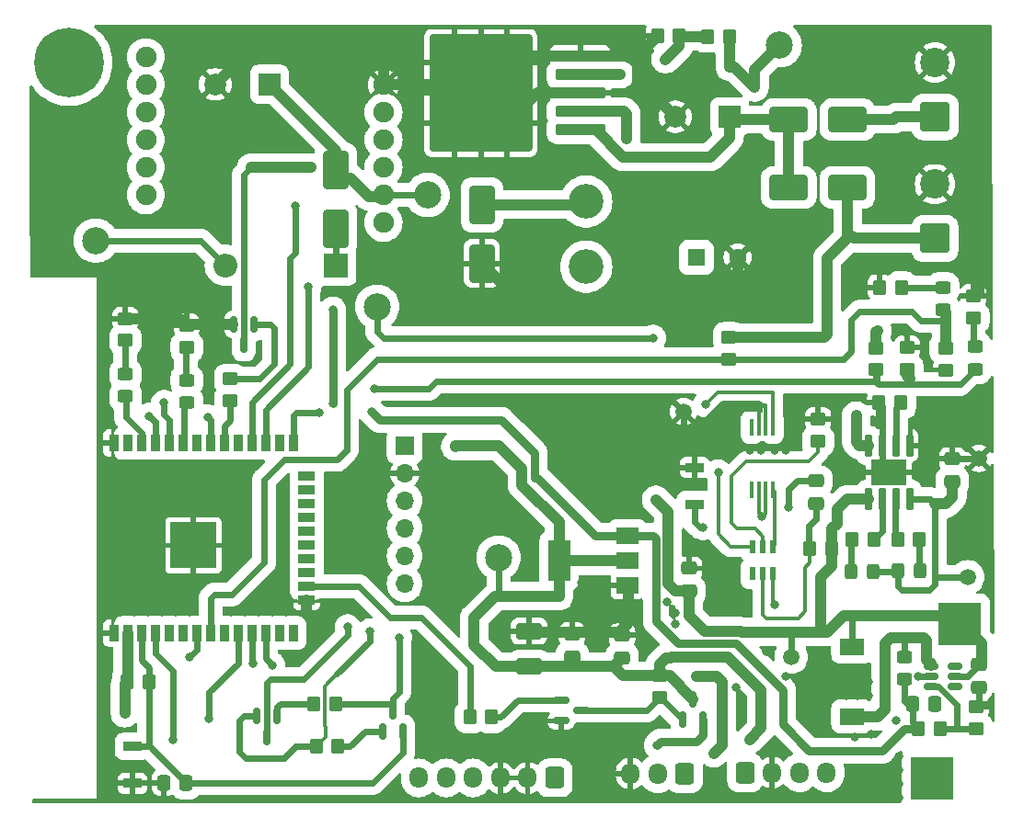
<source format=gbr>
%TF.GenerationSoftware,KiCad,Pcbnew,7.0.2*%
%TF.CreationDate,2024-10-18T19:43:08+03:00*%
%TF.ProjectId,POWER  WATER CIRCUIT,504f5745-5220-4205-9741-544552204349,rev?*%
%TF.SameCoordinates,Original*%
%TF.FileFunction,Copper,L1,Top*%
%TF.FilePolarity,Positive*%
%FSLAX46Y46*%
G04 Gerber Fmt 4.6, Leading zero omitted, Abs format (unit mm)*
G04 Created by KiCad (PCBNEW 7.0.2) date 2024-10-18 19:43:08*
%MOMM*%
%LPD*%
G01*
G04 APERTURE LIST*
G04 Aperture macros list*
%AMRoundRect*
0 Rectangle with rounded corners*
0 $1 Rounding radius*
0 $2 $3 $4 $5 $6 $7 $8 $9 X,Y pos of 4 corners*
0 Add a 4 corners polygon primitive as box body*
4,1,4,$2,$3,$4,$5,$6,$7,$8,$9,$2,$3,0*
0 Add four circle primitives for the rounded corners*
1,1,$1+$1,$2,$3*
1,1,$1+$1,$4,$5*
1,1,$1+$1,$6,$7*
1,1,$1+$1,$8,$9*
0 Add four rect primitives between the rounded corners*
20,1,$1+$1,$2,$3,$4,$5,0*
20,1,$1+$1,$4,$5,$6,$7,0*
20,1,$1+$1,$6,$7,$8,$9,0*
20,1,$1+$1,$8,$9,$2,$3,0*%
G04 Aperture macros list end*
%TA.AperFunction,SMDPad,CuDef*%
%ADD10RoundRect,0.150000X0.150000X-0.587500X0.150000X0.587500X-0.150000X0.587500X-0.150000X-0.587500X0*%
%TD*%
%TA.AperFunction,SMDPad,CuDef*%
%ADD11RoundRect,0.150000X-0.512500X-0.150000X0.512500X-0.150000X0.512500X0.150000X-0.512500X0.150000X0*%
%TD*%
%TA.AperFunction,ComponentPad*%
%ADD12R,2.000000X2.000000*%
%TD*%
%TA.AperFunction,ComponentPad*%
%ADD13C,2.000000*%
%TD*%
%TA.AperFunction,ComponentPad*%
%ADD14R,1.700000X1.700000*%
%TD*%
%TA.AperFunction,ComponentPad*%
%ADD15O,1.700000X1.700000*%
%TD*%
%TA.AperFunction,SMDPad,CuDef*%
%ADD16RoundRect,0.250000X-0.350000X-0.450000X0.350000X-0.450000X0.350000X0.450000X-0.350000X0.450000X0*%
%TD*%
%TA.AperFunction,SMDPad,CuDef*%
%ADD17C,1.500000*%
%TD*%
%TA.AperFunction,SMDPad,CuDef*%
%ADD18RoundRect,0.150000X-0.150000X0.587500X-0.150000X-0.587500X0.150000X-0.587500X0.150000X0.587500X0*%
%TD*%
%TA.AperFunction,ComponentPad*%
%ADD19C,3.200000*%
%TD*%
%TA.AperFunction,SMDPad,CuDef*%
%ADD20RoundRect,0.250000X-0.325000X-0.450000X0.325000X-0.450000X0.325000X0.450000X-0.325000X0.450000X0*%
%TD*%
%TA.AperFunction,ComponentPad*%
%ADD21R,1.600000X1.600000*%
%TD*%
%TA.AperFunction,ComponentPad*%
%ADD22C,1.600000*%
%TD*%
%TA.AperFunction,SMDPad,CuDef*%
%ADD23RoundRect,0.250001X0.924999X-0.499999X0.924999X0.499999X-0.924999X0.499999X-0.924999X-0.499999X0*%
%TD*%
%TA.AperFunction,SMDPad,CuDef*%
%ADD24RoundRect,0.250000X-0.900000X1.500000X-0.900000X-1.500000X0.900000X-1.500000X0.900000X1.500000X0*%
%TD*%
%TA.AperFunction,SMDPad,CuDef*%
%ADD25C,2.500000*%
%TD*%
%TA.AperFunction,ComponentPad*%
%ADD26C,0.800000*%
%TD*%
%TA.AperFunction,ComponentPad*%
%ADD27C,6.400000*%
%TD*%
%TA.AperFunction,SMDPad,CuDef*%
%ADD28RoundRect,0.075000X-0.225000X0.910000X-0.225000X-0.910000X0.225000X-0.910000X0.225000X0.910000X0*%
%TD*%
%TA.AperFunction,SMDPad,CuDef*%
%ADD29R,3.302000X2.413000*%
%TD*%
%TA.AperFunction,SMDPad,CuDef*%
%ADD30R,1.700000X0.900000*%
%TD*%
%TA.AperFunction,SMDPad,CuDef*%
%ADD31RoundRect,0.250000X0.450000X-0.350000X0.450000X0.350000X-0.450000X0.350000X-0.450000X-0.350000X0*%
%TD*%
%TA.AperFunction,SMDPad,CuDef*%
%ADD32R,0.600000X1.250000*%
%TD*%
%TA.AperFunction,SMDPad,CuDef*%
%ADD33RoundRect,0.250000X0.337500X0.475000X-0.337500X0.475000X-0.337500X-0.475000X0.337500X-0.475000X0*%
%TD*%
%TA.AperFunction,SMDPad,CuDef*%
%ADD34R,2.200000X1.500000*%
%TD*%
%TA.AperFunction,SMDPad,CuDef*%
%ADD35RoundRect,0.250000X2.050000X0.300000X-2.050000X0.300000X-2.050000X-0.300000X2.050000X-0.300000X0*%
%TD*%
%TA.AperFunction,SMDPad,CuDef*%
%ADD36RoundRect,0.250000X2.025000X2.375000X-2.025000X2.375000X-2.025000X-2.375000X2.025000X-2.375000X0*%
%TD*%
%TA.AperFunction,SMDPad,CuDef*%
%ADD37RoundRect,0.250002X4.449998X5.149998X-4.449998X5.149998X-4.449998X-5.149998X4.449998X-5.149998X0*%
%TD*%
%TA.AperFunction,SMDPad,CuDef*%
%ADD38RoundRect,0.250000X-0.450000X0.350000X-0.450000X-0.350000X0.450000X-0.350000X0.450000X0.350000X0*%
%TD*%
%TA.AperFunction,ComponentPad*%
%ADD39RoundRect,0.250000X0.600000X0.725000X-0.600000X0.725000X-0.600000X-0.725000X0.600000X-0.725000X0*%
%TD*%
%TA.AperFunction,ComponentPad*%
%ADD40O,1.700000X1.950000*%
%TD*%
%TA.AperFunction,SMDPad,CuDef*%
%ADD41RoundRect,0.250000X0.475000X-0.337500X0.475000X0.337500X-0.475000X0.337500X-0.475000X-0.337500X0*%
%TD*%
%TA.AperFunction,ComponentPad*%
%ADD42RoundRect,0.250001X1.099999X-1.099999X1.099999X1.099999X-1.099999X1.099999X-1.099999X-1.099999X0*%
%TD*%
%TA.AperFunction,ComponentPad*%
%ADD43C,2.700000*%
%TD*%
%TA.AperFunction,SMDPad,CuDef*%
%ADD44RoundRect,0.250000X0.325000X0.450000X-0.325000X0.450000X-0.325000X-0.450000X0.325000X-0.450000X0*%
%TD*%
%TA.AperFunction,SMDPad,CuDef*%
%ADD45RoundRect,0.250000X-1.500000X-0.900000X1.500000X-0.900000X1.500000X0.900000X-1.500000X0.900000X0*%
%TD*%
%TA.AperFunction,ComponentPad*%
%ADD46RoundRect,0.250000X-0.600000X-0.725000X0.600000X-0.725000X0.600000X0.725000X-0.600000X0.725000X0*%
%TD*%
%TA.AperFunction,SMDPad,CuDef*%
%ADD47RoundRect,0.250000X0.350000X0.450000X-0.350000X0.450000X-0.350000X-0.450000X0.350000X-0.450000X0*%
%TD*%
%TA.AperFunction,SMDPad,CuDef*%
%ADD48R,4.000000X4.000000*%
%TD*%
%TA.AperFunction,ComponentPad*%
%ADD49R,2.200000X2.200000*%
%TD*%
%TA.AperFunction,ComponentPad*%
%ADD50O,2.200000X2.200000*%
%TD*%
%TA.AperFunction,SMDPad,CuDef*%
%ADD51RoundRect,0.250000X-0.337500X-0.475000X0.337500X-0.475000X0.337500X0.475000X-0.337500X0.475000X0*%
%TD*%
%TA.AperFunction,SMDPad,CuDef*%
%ADD52R,2.000000X1.500000*%
%TD*%
%TA.AperFunction,SMDPad,CuDef*%
%ADD53R,2.000000X3.800000*%
%TD*%
%TA.AperFunction,SMDPad,CuDef*%
%ADD54R,0.900000X1.500000*%
%TD*%
%TA.AperFunction,SMDPad,CuDef*%
%ADD55R,1.500000X0.900000*%
%TD*%
%TA.AperFunction,SMDPad,CuDef*%
%ADD56R,1.050000X1.050000*%
%TD*%
%TA.AperFunction,HeatsinkPad*%
%ADD57C,0.600000*%
%TD*%
%TA.AperFunction,SMDPad,CuDef*%
%ADD58R,4.200000X4.200000*%
%TD*%
%TA.AperFunction,ComponentPad*%
%ADD59C,1.900000*%
%TD*%
%TA.AperFunction,SMDPad,CuDef*%
%ADD60RoundRect,0.250000X-0.450000X0.325000X-0.450000X-0.325000X0.450000X-0.325000X0.450000X0.325000X0*%
%TD*%
%TA.AperFunction,SMDPad,CuDef*%
%ADD61RoundRect,0.150000X-0.587500X-0.150000X0.587500X-0.150000X0.587500X0.150000X-0.587500X0.150000X0*%
%TD*%
%TA.AperFunction,SMDPad,CuDef*%
%ADD62RoundRect,0.250000X-0.475000X0.337500X-0.475000X-0.337500X0.475000X-0.337500X0.475000X0.337500X0*%
%TD*%
%TA.AperFunction,SMDPad,CuDef*%
%ADD63RoundRect,0.050000X0.150000X-0.730000X0.150000X0.730000X-0.150000X0.730000X-0.150000X-0.730000X0*%
%TD*%
%TA.AperFunction,ViaPad*%
%ADD64C,0.800000*%
%TD*%
%TA.AperFunction,Conductor*%
%ADD65C,1.000000*%
%TD*%
%TA.AperFunction,Conductor*%
%ADD66C,0.600000*%
%TD*%
%TA.AperFunction,Conductor*%
%ADD67C,0.300000*%
%TD*%
%TA.AperFunction,Conductor*%
%ADD68C,0.800000*%
%TD*%
G04 APERTURE END LIST*
D10*
%TO.P,Q5,1,B*%
%TO.N,Net-(Q5-B)*%
X93450000Y-120900000D03*
%TO.P,Q5,2,E*%
%TO.N,RESET*%
X95350000Y-120900000D03*
%TO.P,Q5,3,C*%
%TO.N,RTS*%
X94400000Y-119025000D03*
%TD*%
D11*
%TO.P,U6,1,SW*%
%TO.N,Net-(D10-K)*%
X143896500Y-114874000D03*
%TO.P,U6,2,GND*%
%TO.N,GND*%
X143896500Y-115824000D03*
%TO.P,U6,3,FB*%
%TO.N,Net-(U6-FB)*%
X143896500Y-116774000D03*
%TO.P,U6,4,EN*%
%TO.N,unconnected-(U6-EN-Pad4)*%
X146171500Y-116774000D03*
%TO.P,U6,5,IN*%
%TO.N,4.2*%
X146171500Y-115824000D03*
%TO.P,U6,6,NC*%
%TO.N,unconnected-(U6-NC-Pad6)*%
X146171500Y-114874000D03*
%TD*%
D12*
%TO.P,C1,1*%
%TO.N,+ 18 V*%
X125400000Y-64300000D03*
D13*
%TO.P,C1,2*%
%TO.N,GND*%
X120400000Y-64300000D03*
%TD*%
D14*
%TO.P,PROG1,1,Pin_1*%
%TO.N,+3.3V*%
X95500000Y-94620000D03*
D15*
%TO.P,PROG1,2,Pin_2*%
%TO.N,GND*%
X95500000Y-97160000D03*
%TO.P,PROG1,3,Pin_3*%
%TO.N,MCU_RX*%
X95500000Y-99700000D03*
%TO.P,PROG1,4,Pin_4*%
%TO.N,MCU_TX*%
X95500000Y-102240000D03*
%TO.P,PROG1,5,Pin_5*%
%TO.N,DTR*%
X95500000Y-104780000D03*
%TO.P,PROG1,6,Pin_6*%
%TO.N,RTS*%
X95500000Y-107320000D03*
%TD*%
D16*
%TO.P,R17,1*%
%TO.N,DTR*%
X87350000Y-122300000D03*
%TO.P,R17,2*%
%TO.N,Net-(Q5-B)*%
X89350000Y-122300000D03*
%TD*%
D17*
%TO.P,J3,1,Pin_1*%
%TO.N,6V*%
X147320000Y-106680000D03*
%TD*%
D18*
%TO.P,Q4,1,B*%
%TO.N,Net-(Q4-B)*%
X83750000Y-119525000D03*
%TO.P,Q4,2,E*%
%TO.N,DTR*%
X81850000Y-119525000D03*
%TO.P,Q4,3,C*%
%TO.N,GPIO0*%
X82800000Y-121400000D03*
%TD*%
D10*
%TO.P,Q3,1,G*%
%TO.N,Net-(Q2-C)*%
X121050000Y-119837500D03*
%TO.P,Q3,2,S*%
%TO.N,+3.3V*%
X122000000Y-117962500D03*
%TO.P,Q3,3,D*%
%TO.N,pwr*%
X122950000Y-119837500D03*
%TD*%
D19*
%TO.P,L1,1,1*%
%TO.N,Net-(D4-K)*%
X112200000Y-72100000D03*
%TO.P,L1,2,2*%
%TO.N,6V*%
X112200000Y-78100000D03*
%TD*%
D20*
%TO.P,D1,1,K*%
%TO.N,Net-(D1-K)*%
X136575000Y-106200000D03*
%TO.P,D1,2,A*%
%TO.N,6V*%
X138625000Y-106200000D03*
%TD*%
D21*
%TO.P,C4,1*%
%TO.N,6V*%
X122350000Y-77250000D03*
D22*
%TO.P,C4,2*%
%TO.N,GND*%
X126150000Y-77250000D03*
%TD*%
D23*
%TO.P,C9,1*%
%TO.N,+3.3V*%
X106950000Y-114925000D03*
%TO.P,C9,2*%
%TO.N,GND*%
X106950000Y-111675000D03*
%TD*%
D24*
%TO.P,D12,1,K*%
%TO.N,4.0V*%
X89154000Y-69182000D03*
%TO.P,D12,2,A*%
%TO.N,Net-(D11-K)*%
X89154000Y-74582000D03*
%TD*%
D25*
%TO.P,TP2,1,1*%
%TO.N,4.0V*%
X97600000Y-71500000D03*
%TD*%
D26*
%TO.P,H1,1*%
%TO.N,N/C*%
X62200000Y-59300000D03*
X62902944Y-57602944D03*
X62902944Y-60997056D03*
X64600000Y-56900000D03*
D27*
X64600000Y-59300000D03*
D26*
X64600000Y-61700000D03*
X66297056Y-57602944D03*
X66297056Y-60997056D03*
X67000000Y-59300000D03*
%TD*%
D28*
%TO.P,U2,1,TEMP*%
%TO.N,GND*%
X141955000Y-94575000D03*
%TO.P,U2,2,PROG*%
%TO.N,Net-(U2-PROG)*%
X140685000Y-94575000D03*
%TO.P,U2,3,GND*%
%TO.N,GND*%
X139415000Y-94575000D03*
%TO.P,U2,4,VCC*%
%TO.N,6V*%
X138145000Y-94575000D03*
%TO.P,U2,5,BAT*%
%TO.N,4.2*%
X138145000Y-99525000D03*
%TO.P,U2,6,~{STDBY}*%
%TO.N,STDBY*%
X139415000Y-99525000D03*
%TO.P,U2,7,~{CHRG}*%
%TO.N,CHRG*%
X140685000Y-99525000D03*
%TO.P,U2,8,CE*%
%TO.N,6V*%
X141955000Y-99525000D03*
D29*
%TO.P,U2,9,EP*%
%TO.N,GND*%
X140050000Y-97050000D03*
%TD*%
D12*
%TO.P,C6,1*%
%TO.N,4.0V*%
X83067677Y-61300000D03*
D13*
%TO.P,C6,2*%
%TO.N,GND*%
X78067677Y-61300000D03*
%TD*%
D16*
%TO.P,R2,1*%
%TO.N,CHRG*%
X140850000Y-103200000D03*
%TO.P,R2,2*%
%TO.N,Net-(D2-K)*%
X142850000Y-103200000D03*
%TD*%
D30*
%TO.P,SW1,1,A*%
%TO.N,RESET*%
X70450000Y-122300000D03*
%TO.P,SW1,2,B*%
%TO.N,GND*%
X70450000Y-125700000D03*
%TD*%
D31*
%TO.P,R7,1*%
%TO.N,Net-(IC1-CSI)*%
X133550000Y-94150000D03*
%TO.P,R7,2*%
%TO.N,GND*%
X133550000Y-92150000D03*
%TD*%
D32*
%TO.P,IC1,1,OD*%
%TO.N,Net-(IC1-OD)*%
X129400000Y-103900000D03*
%TO.P,IC1,2,CSI*%
%TO.N,Net-(IC1-CSI)*%
X128450000Y-103900000D03*
%TO.P,IC1,3,OC*%
%TO.N,Net-(IC1-OC)*%
X127500000Y-103900000D03*
%TO.P,IC1,4,TD*%
%TO.N,unconnected-(IC1-TD-Pad4)*%
X127500000Y-106400000D03*
%TO.P,IC1,5,VDD*%
%TO.N,Net-(IC1-VDD)*%
X128450000Y-106400000D03*
%TO.P,IC1,6,VSS*%
%TO.N,BT -VE*%
X129400000Y-106400000D03*
%TD*%
D33*
%TO.P,C10,1*%
%TO.N,RESET*%
X75387500Y-125650000D03*
%TO.P,C10,2*%
%TO.N,GND*%
X73312500Y-125650000D03*
%TD*%
D34*
%TO.P,L2,1,1*%
%TO.N,4.2*%
X136652000Y-113132000D03*
%TO.P,L2,2,2*%
%TO.N,Net-(D10-K)*%
X136652000Y-119532000D03*
%TD*%
D35*
%TO.P,U1,1,VIN*%
%TO.N,+ 18 V*%
X111650000Y-65500000D03*
%TO.P,U1,2,OUT*%
%TO.N,Net-(D4-K)*%
X111650000Y-63800000D03*
%TO.P,U1,3,GND*%
%TO.N,GND*%
X111650000Y-62100000D03*
D36*
X104925000Y-64875000D03*
X104925000Y-59325000D03*
D37*
X102500000Y-62100000D03*
D36*
X100075000Y-64875000D03*
X100075000Y-59325000D03*
D35*
%TO.P,U1,4,FB*%
%TO.N,Net-(U1-FB)*%
X111650000Y-60400000D03*
%TO.P,U1,5,~{ON}/OFF*%
%TO.N,GND*%
X111650000Y-58700000D03*
%TD*%
D16*
%TO.P,R5,1*%
%TO.N,Net-(U1-FB)*%
X123400000Y-56900000D03*
%TO.P,R5,2*%
%TO.N,6V*%
X125400000Y-56900000D03*
%TD*%
D38*
%TO.P,R11,1*%
%TO.N,GND*%
X141732000Y-85550000D03*
%TO.P,R11,2*%
%TO.N,Mains_Available*%
X141732000Y-87550000D03*
%TD*%
D39*
%TO.P,TDS1,1,Pin_1*%
%TO.N,TurbidityAnalog*%
X121280000Y-124800000D03*
D40*
%TO.P,TDS1,2,Pin_2*%
%TO.N,pwr*%
X118780000Y-124800000D03*
%TO.P,TDS1,3,Pin_3*%
%TO.N,GND*%
X116280000Y-124800000D03*
%TD*%
D41*
%TO.P,C8,1*%
%TO.N,+3.3V*%
X110900000Y-114037500D03*
%TO.P,C8,2*%
%TO.N,GND*%
X110900000Y-111962500D03*
%TD*%
D42*
%TO.P,S0LAR1,1,Pin_1*%
%TO.N,DC_Solar*%
X144300000Y-75500000D03*
D43*
%TO.P,S0LAR1,2,Pin_2*%
%TO.N,GND*%
X144300000Y-70500000D03*
%TD*%
D31*
%TO.P,R21,1*%
%TO.N,SIM_RST_PIN*%
X79450000Y-90450000D03*
%TO.P,R21,2*%
%TO.N,Net-(Q6-B)*%
X79450000Y-88450000D03*
%TD*%
D44*
%TO.P,D2,1,K*%
%TO.N,Net-(D2-K)*%
X142925000Y-106100000D03*
%TO.P,D2,2,A*%
%TO.N,6V*%
X140875000Y-106100000D03*
%TD*%
D16*
%TO.P,R22,1*%
%TO.N,5V*%
X142764000Y-120650000D03*
%TO.P,R22,2*%
%TO.N,Net-(U6-FB)*%
X144764000Y-120650000D03*
%TD*%
D41*
%TO.P,C5,1*%
%TO.N,Net-(IC1-VDD)*%
X133350000Y-99887500D03*
%TO.P,C5,2*%
%TO.N,BT -VE*%
X133350000Y-97812500D03*
%TD*%
D17*
%TO.P,J2,1,Pin_1*%
%TO.N,GND*%
X148336000Y-95758000D03*
%TD*%
D16*
%TO.P,R6,1*%
%TO.N,Net-(IC1-VDD)*%
X132800000Y-104050000D03*
%TO.P,R6,2*%
%TO.N,4.2*%
X134800000Y-104050000D03*
%TD*%
D45*
%TO.P,D3,1,K*%
%TO.N,+ 18 V*%
X130850000Y-64550000D03*
%TO.P,D3,2,A*%
%TO.N,DC_Mains*%
X136250000Y-64550000D03*
%TD*%
D41*
%TO.P,C2,1*%
%TO.N,6V*%
X145900000Y-97887500D03*
%TO.P,C2,2*%
%TO.N,GND*%
X145900000Y-95812500D03*
%TD*%
%TO.P,C3,1*%
%TO.N,4.2*%
X121666000Y-107971500D03*
%TO.P,C3,2*%
%TO.N,GND*%
X121666000Y-105896500D03*
%TD*%
D31*
%TO.P,R16,1*%
%TO.N,Net-(Q2-C)*%
X118950000Y-117800000D03*
%TO.P,R16,2*%
%TO.N,+3.3V*%
X118950000Y-115800000D03*
%TD*%
D46*
%TO.P,ULTRASONIC1,1,Pin_1*%
%TO.N,+3.3V*%
X126826000Y-124714000D03*
D40*
%TO.P,ULTRASONIC1,2,Pin_2*%
%TO.N,GND*%
X129326000Y-124714000D03*
%TO.P,ULTRASONIC1,3,Pin_3*%
%TO.N,US_RX*%
X131826000Y-124714000D03*
%TO.P,ULTRASONIC1,4,Pin_4*%
%TO.N,US_TX*%
X134326000Y-124714000D03*
%TD*%
D25*
%TO.P,TP5,1,1*%
%TO.N,+3.3V*%
X104140000Y-104902000D03*
%TD*%
D47*
%TO.P,R1,1*%
%TO.N,STDBY*%
X138650000Y-103250000D03*
%TO.P,R1,2*%
%TO.N,Net-(D1-K)*%
X136650000Y-103250000D03*
%TD*%
D48*
%TO.P,Batt+1,1,1*%
%TO.N,4.2*%
X146550000Y-111050000D03*
%TD*%
D49*
%TO.P,D11,1,K*%
%TO.N,Net-(D11-K)*%
X89154000Y-77978000D03*
D50*
%TO.P,D11,2,A*%
%TO.N,5V*%
X78994000Y-77978000D03*
%TD*%
D51*
%TO.P,22uF1,1*%
%TO.N,5V*%
X142218500Y-118364000D03*
%TO.P,22uF1,2*%
%TO.N,GND*%
X144293500Y-118364000D03*
%TD*%
D45*
%TO.P,D5,1,K*%
%TO.N,+ 18 V*%
X130850000Y-70800000D03*
%TO.P,D5,2,A*%
%TO.N,DC_Solar*%
X136250000Y-70800000D03*
%TD*%
D38*
%TO.P,R9,1*%
%TO.N,DC_Solar*%
X125350000Y-84600000D03*
%TO.P,R9,2*%
%TO.N,Solar_Voltage*%
X125350000Y-86600000D03*
%TD*%
D18*
%TO.P,Q6,1,B*%
%TO.N,Net-(Q6-B)*%
X81650000Y-83425000D03*
%TO.P,Q6,2,E*%
%TO.N,GND*%
X79750000Y-83425000D03*
%TO.P,Q6,3,C*%
%TO.N,SIM_RST*%
X80700000Y-85300000D03*
%TD*%
D52*
%TO.P,U3,1,GND*%
%TO.N,GND*%
X116000000Y-107500000D03*
%TO.P,U3,2,VO*%
%TO.N,+3.3V*%
X116000000Y-105200000D03*
D53*
X109700000Y-105200000D03*
D52*
%TO.P,U3,3,VI*%
%TO.N,5V*%
X116000000Y-102900000D03*
%TD*%
D31*
%TO.P,R12,1*%
%TO.N,GND*%
X145288000Y-87614000D03*
%TO.P,R12,2*%
%TO.N,Solar_Voltage*%
X145288000Y-85614000D03*
%TD*%
D16*
%TO.P,R15,1*%
%TO.N,Sen_pwr*%
X101500000Y-119600000D03*
%TO.P,R15,2*%
%TO.N,Net-(Q2-B)*%
X103500000Y-119600000D03*
%TD*%
D54*
%TO.P,U4,1,GND*%
%TO.N,GND*%
X68720000Y-111850000D03*
%TO.P,U4,2,VDD*%
%TO.N,+3.3V*%
X69990000Y-111850000D03*
%TO.P,U4,3,EN*%
%TO.N,RESET*%
X71260000Y-111850000D03*
%TO.P,U4,4,SENSOR_VP*%
%TO.N,PH_Analog*%
X72530000Y-111850000D03*
%TO.P,U4,5,SENSOR_VN*%
%TO.N,unconnected-(U4-SENSOR_VN-Pad5)*%
X73800000Y-111850000D03*
%TO.P,U4,6,IO34*%
%TO.N,unconnected-(U4-IO34-Pad6)*%
X75070000Y-111850000D03*
%TO.P,U4,7,IO35*%
%TO.N,BATERY VOLTAGE*%
X76340000Y-111850000D03*
%TO.P,U4,8,IO32*%
%TO.N,Solar_Voltage*%
X77610000Y-111850000D03*
%TO.P,U4,9,IO33*%
%TO.N,unconnected-(U4-IO33-Pad9)*%
X78880000Y-111850000D03*
%TO.P,U4,10,IO25*%
%TO.N,US_TX*%
X80150000Y-111850000D03*
%TO.P,U4,11,IO26*%
%TO.N,US_RX*%
X81420000Y-111850000D03*
%TO.P,U4,12,IO27*%
%TO.N,TurbidityAnalog*%
X82690000Y-111850000D03*
%TO.P,U4,13,IO14*%
%TO.N,unconnected-(U4-IO14-Pad13)*%
X83960000Y-111850000D03*
%TO.P,U4,14,IO12*%
%TO.N,unconnected-(U4-IO12-Pad14)*%
X85230000Y-111850000D03*
D55*
%TO.P,U4,15,GND*%
%TO.N,GND*%
X86480000Y-108810000D03*
%TO.P,U4,16,IO13*%
%TO.N,Sen_pwr*%
X86480000Y-107540000D03*
%TO.P,U4,17,SHD/SD2*%
%TO.N,unconnected-(U4-SHD{slash}SD2-Pad17)*%
X86480000Y-106270000D03*
%TO.P,U4,18,SWP/SD3*%
%TO.N,unconnected-(U4-SWP{slash}SD3-Pad18)*%
X86480000Y-105000000D03*
%TO.P,U4,19,SCS/CMD*%
%TO.N,unconnected-(U4-SCS{slash}CMD-Pad19)*%
X86480000Y-103730000D03*
%TO.P,U4,20,SCK/CLK*%
%TO.N,unconnected-(U4-SCK{slash}CLK-Pad20)*%
X86480000Y-102460000D03*
%TO.P,U4,21,SDO/SD0*%
%TO.N,unconnected-(U4-SDO{slash}SD0-Pad21)*%
X86480000Y-101190000D03*
%TO.P,U4,22,SDI/SD1*%
%TO.N,unconnected-(U4-SDI{slash}SD1-Pad22)*%
X86480000Y-99920000D03*
%TO.P,U4,23,IO15*%
%TO.N,unconnected-(U4-IO15-Pad23)*%
X86480000Y-98650000D03*
%TO.P,U4,24,IO2*%
%TO.N,unconnected-(U4-IO2-Pad24)*%
X86480000Y-97380000D03*
D54*
%TO.P,U4,25,IO0*%
%TO.N,GPIO0*%
X85230000Y-94350000D03*
%TO.P,U4,26,IO4*%
%TO.N,unconnected-(U4-IO4-Pad26)*%
X83960000Y-94350000D03*
%TO.P,U4,27,IO16*%
%TO.N,SIM_TX*%
X82690000Y-94350000D03*
%TO.P,U4,28,IO17*%
%TO.N,SIM_RX*%
X81420000Y-94350000D03*
%TO.P,U4,29,IO5*%
%TO.N,unconnected-(U4-IO5-Pad29)*%
X80150000Y-94350000D03*
%TO.P,U4,30,IO18*%
%TO.N,SIM_RST_PIN*%
X78880000Y-94350000D03*
%TO.P,U4,31,IO19*%
%TO.N,Mains_Available*%
X77610000Y-94350000D03*
%TO.P,U4,32,NC*%
%TO.N,unconnected-(U4-NC-Pad32)*%
X76340000Y-94350000D03*
%TO.P,U4,33,IO21*%
%TO.N,RED_LED*%
X75070000Y-94350000D03*
%TO.P,U4,34,RXD0/IO3*%
%TO.N,MCU_RX*%
X73800000Y-94350000D03*
%TO.P,U4,35,TXD0/IO1*%
%TO.N,MCU_TX*%
X72530000Y-94350000D03*
%TO.P,U4,36,IO22*%
%TO.N,GREEN_LED*%
X71260000Y-94350000D03*
%TO.P,U4,37,IO23*%
%TO.N,unconnected-(U4-IO23-Pad37)*%
X69990000Y-94350000D03*
%TO.P,U4,38,GND*%
%TO.N,GND*%
X68720000Y-94350000D03*
D56*
%TO.P,U4,39,GND*%
X74535000Y-105305000D03*
D57*
X75297500Y-105305000D03*
D56*
X76060000Y-105305000D03*
D57*
X76822500Y-105305000D03*
D56*
X77585000Y-105305000D03*
D57*
X74535000Y-104542500D03*
X76060000Y-104542500D03*
X77585000Y-104542500D03*
D56*
X74535000Y-103780000D03*
D57*
X75297500Y-103780000D03*
D56*
X76060000Y-103780000D03*
D58*
X76060000Y-103780000D03*
D57*
X76822500Y-103780000D03*
D56*
X77585000Y-103780000D03*
D57*
X74535000Y-103017500D03*
X76060000Y-103017500D03*
X77585000Y-103017500D03*
D56*
X74535000Y-102255000D03*
D57*
X75297500Y-102255000D03*
D56*
X76060000Y-102255000D03*
D57*
X76822500Y-102255000D03*
D56*
X77585000Y-102255000D03*
%TD*%
D25*
%TO.P,TP4,1,1*%
%TO.N,6V*%
X130000000Y-57700000D03*
%TD*%
D59*
%TO.P,U5,1,NET*%
%TO.N,unconnected-(U5-NET-Pad1)*%
X93550000Y-74050000D03*
%TO.P,U5,2,VCC*%
%TO.N,4.0V*%
X93550000Y-71510000D03*
%TO.P,U5,3,RST*%
%TO.N,SIM_RST*%
X93550000Y-68970000D03*
%TO.P,U5,4,RXD*%
%TO.N,SIM_RX*%
X93550000Y-66430000D03*
%TO.P,U5,5,TXD*%
%TO.N,SIM_TX*%
X93550000Y-63890000D03*
%TO.P,U5,6,GND*%
%TO.N,GND*%
X93550000Y-61350000D03*
%TO.P,U5,7,SPK-*%
%TO.N,unconnected-(U5-SPK--Pad7)*%
X71680000Y-58810000D03*
%TO.P,U5,8,SPK+*%
%TO.N,unconnected-(U5-SPK+-Pad8)*%
X71680000Y-61350000D03*
%TO.P,U5,9,MIC-*%
%TO.N,unconnected-(U5-MIC--Pad9)*%
X71680000Y-63890000D03*
%TO.P,U5,10,MIC+*%
%TO.N,unconnected-(U5-MIC+-Pad10)*%
X71680000Y-66430000D03*
%TO.P,U5,11,DTR*%
%TO.N,unconnected-(U5-DTR-Pad11)*%
X71680000Y-68970000D03*
%TO.P,U5,12,RING*%
%TO.N,unconnected-(U5-RING-Pad12)*%
X71680000Y-71510000D03*
%TD*%
D31*
%TO.P,R23,1*%
%TO.N,Net-(U6-FB)*%
X148082000Y-120634000D03*
%TO.P,R23,2*%
%TO.N,GND*%
X148082000Y-118634000D03*
%TD*%
D60*
%TO.P,D9,1,K*%
%TO.N,Net-(D9-K)*%
X75450000Y-88575000D03*
%TO.P,D9,2,A*%
%TO.N,RED_LED*%
X75450000Y-90625000D03*
%TD*%
%TO.P,D10,1,K*%
%TO.N,Net-(D10-K)*%
X141478000Y-114037000D03*
%TO.P,D10,2,A*%
%TO.N,5V*%
X141478000Y-116087000D03*
%TD*%
%TO.P,D8,1,K*%
%TO.N,Net-(D8-K)*%
X69800000Y-88012500D03*
%TO.P,D8,2,A*%
%TO.N,GREEN_LED*%
X69800000Y-90062500D03*
%TD*%
D61*
%TO.P,Q2,1,B*%
%TO.N,Net-(Q2-B)*%
X109900000Y-118050000D03*
%TO.P,Q2,2,E*%
%TO.N,GND*%
X109900000Y-119950000D03*
%TO.P,Q2,3,C*%
%TO.N,Net-(Q2-C)*%
X111775000Y-119000000D03*
%TD*%
D16*
%TO.P,R4,1*%
%TO.N,GND*%
X118750000Y-56850000D03*
%TO.P,R4,2*%
%TO.N,Net-(U1-FB)*%
X120750000Y-56850000D03*
%TD*%
D62*
%TO.P,C11,1*%
%TO.N,4.2*%
X148336000Y-114786500D03*
%TO.P,C11,2*%
%TO.N,GND*%
X148336000Y-116861500D03*
%TD*%
D47*
%TO.P,R18,1*%
%TO.N,RTS*%
X89150000Y-118400000D03*
%TO.P,R18,2*%
%TO.N,Net-(Q4-B)*%
X87150000Y-118400000D03*
%TD*%
D48*
%TO.P,Batt-1,1,1*%
%TO.N,BT -VE*%
X144018000Y-125222000D03*
%TD*%
D24*
%TO.P,D4,1,K*%
%TO.N,Net-(D4-K)*%
X102600000Y-72400000D03*
%TO.P,D4,2,A*%
%TO.N,GND*%
X102600000Y-77800000D03*
%TD*%
D38*
%TO.P,R8,1*%
%TO.N,DC_Mains*%
X138900000Y-85600000D03*
%TO.P,R8,2*%
%TO.N,Mains_Available*%
X138900000Y-87600000D03*
%TD*%
D31*
%TO.P,R20,1*%
%TO.N,Net-(D9-K)*%
X75450000Y-85500000D03*
%TO.P,R20,2*%
%TO.N,GND*%
X75450000Y-83500000D03*
%TD*%
D41*
%TO.P,C7,1*%
%TO.N,+3.3V*%
X115500000Y-114137500D03*
%TO.P,C7,2*%
%TO.N,GND*%
X115500000Y-112062500D03*
%TD*%
D25*
%TO.P,TP3,1,1*%
%TO.N,4.2*%
X92964000Y-81788000D03*
%TD*%
D17*
%TO.P,J5,1,Pin_1*%
%TO.N,4.2*%
X131064000Y-114046000D03*
%TD*%
D25*
%TO.P,TP1,1,1*%
%TO.N,5V*%
X67056000Y-75692000D03*
%TD*%
D31*
%TO.P,R19,1*%
%TO.N,Net-(D8-K)*%
X69800000Y-84887500D03*
%TO.P,R19,2*%
%TO.N,GND*%
X69800000Y-82887500D03*
%TD*%
D16*
%TO.P,R14,1*%
%TO.N,+3.3V*%
X69950000Y-116350000D03*
%TO.P,R14,2*%
%TO.N,RESET*%
X71950000Y-116350000D03*
%TD*%
D39*
%TO.P,PH1,1,Pin_1*%
%TO.N,pwr*%
X109310000Y-125200000D03*
D40*
%TO.P,PH1,2,Pin_2*%
%TO.N,GND*%
X106810000Y-125200000D03*
%TO.P,PH1,3,Pin_3*%
X104310000Y-125200000D03*
%TO.P,PH1,4,Pin_4*%
%TO.N,PH_Analog*%
X101810000Y-125200000D03*
%TO.P,PH1,5,Pin_5*%
%TO.N,unconnected-(PH1-Pin_5-Pad5)*%
X99310000Y-125200000D03*
%TO.P,PH1,6,Pin_6*%
%TO.N,Temp_Analog*%
X96810000Y-125200000D03*
%TD*%
D30*
%TO.P,SW2,1,A*%
%TO.N,BT -VE*%
X122174000Y-99998000D03*
%TO.P,SW2,2,B*%
%TO.N,GND*%
X122174000Y-96598000D03*
%TD*%
D47*
%TO.P,R10,1*%
%TO.N,Net-(D6-K)*%
X141208000Y-80010000D03*
%TO.P,R10,2*%
%TO.N,GND*%
X139208000Y-80010000D03*
%TD*%
D16*
%TO.P,R3,1*%
%TO.N,GND*%
X139150000Y-90650000D03*
%TO.P,R3,2*%
%TO.N,Net-(U2-PROG)*%
X141150000Y-90650000D03*
%TD*%
D31*
%TO.P,R13,1*%
%TO.N,Net-(D7-K)*%
X147828000Y-82811500D03*
%TO.P,R13,2*%
%TO.N,GND*%
X147828000Y-80811500D03*
%TD*%
D60*
%TO.P,D7,1,K*%
%TO.N,Net-(D7-K)*%
X147978000Y-85486500D03*
%TO.P,D7,2,A*%
%TO.N,Mains_Available*%
X147978000Y-87536500D03*
%TD*%
D17*
%TO.P,J6,1,Pin_1*%
%TO.N,GND*%
X121158000Y-91440000D03*
%TD*%
D42*
%TO.P,18VMAINS1,1,Pin_1*%
%TO.N,DC_Mains*%
X144305000Y-64295000D03*
D43*
%TO.P,18VMAINS1,2,Pin_2*%
%TO.N,GND*%
X144305000Y-59295000D03*
%TD*%
D60*
%TO.P,D6,1,K*%
%TO.N,Net-(D6-K)*%
X145034000Y-80001000D03*
%TO.P,D6,2,A*%
%TO.N,Solar_Voltage*%
X145034000Y-82051000D03*
%TD*%
D63*
%TO.P,Q1,1,D12_1*%
%TO.N,unconnected-(Q1-D12_1-Pad1)*%
X127425000Y-98627500D03*
%TO.P,Q1,2,S1_1*%
%TO.N,BT -VE*%
X128075000Y-98627500D03*
%TO.P,Q1,3,S1_2*%
X128725000Y-98627500D03*
%TO.P,Q1,4,G1*%
%TO.N,Net-(IC1-OD)*%
X129375000Y-98627500D03*
%TO.P,Q1,5,G2*%
%TO.N,Net-(IC1-OC)*%
X129375000Y-92867500D03*
%TO.P,Q1,6,S2_1*%
%TO.N,GND*%
X128725000Y-92867500D03*
%TO.P,Q1,7,S2_2*%
X128075000Y-92867500D03*
%TO.P,Q1,8,D12_2*%
%TO.N,unconnected-(Q1-D12_2-Pad8)*%
X127425000Y-92867500D03*
%TD*%
D64*
%TO.N,Net-(D4-K)*%
X115900000Y-66300000D03*
X115900000Y-65300000D03*
X115900000Y-64000000D03*
%TO.N,Net-(U1-FB)*%
X119500000Y-59000000D03*
X115300000Y-60400000D03*
%TO.N,6V*%
X127700000Y-61600000D03*
%TO.N,GND*%
X136906000Y-97536000D03*
X136906000Y-125730000D03*
X115062000Y-99060000D03*
X111506000Y-108204000D03*
X136906000Y-121412000D03*
X114046000Y-108204000D03*
X67950000Y-114450000D03*
X112776000Y-98044000D03*
X135128000Y-115062000D03*
X133350000Y-90170000D03*
X136144000Y-117602000D03*
X139700000Y-124460000D03*
X120396000Y-110998000D03*
X113030000Y-110490000D03*
X133096000Y-117602000D03*
X116078000Y-107442000D03*
X133096000Y-114046000D03*
X87800000Y-111400000D03*
X114300000Y-109474000D03*
X140970000Y-123190000D03*
X134874000Y-96520000D03*
X130556000Y-115824000D03*
X140970000Y-124460000D03*
X116078000Y-99060000D03*
X137160000Y-116332000D03*
X141478000Y-84074000D03*
X88950000Y-102800000D03*
X121666000Y-103124000D03*
X136906000Y-96520000D03*
X116078000Y-100330000D03*
X136906000Y-127000000D03*
X128778000Y-113538000D03*
X133096000Y-115062000D03*
X138176000Y-116332000D03*
X128270000Y-94996000D03*
X121666000Y-105918000D03*
X134112000Y-117602000D03*
X131050000Y-90700000D03*
X134112000Y-116332000D03*
X112776000Y-108204000D03*
X129540000Y-94996000D03*
X113792000Y-107188000D03*
X116586000Y-98044000D03*
X140970000Y-127000000D03*
X137160000Y-115062000D03*
X112776000Y-107188000D03*
X149352000Y-118364000D03*
X134112000Y-118872000D03*
X111760000Y-98044000D03*
X111760000Y-107188000D03*
X132080000Y-117602000D03*
X119634000Y-108966000D03*
X133096000Y-116332000D03*
X112014000Y-99060000D03*
X135128000Y-116332000D03*
X135890000Y-97536000D03*
X114046000Y-99060000D03*
X134112000Y-115062000D03*
X114046000Y-98044000D03*
X135128000Y-117602000D03*
X112776000Y-100330000D03*
X114300000Y-110490000D03*
X148300000Y-78650000D03*
X136144000Y-115062000D03*
X112400000Y-122600000D03*
X136144000Y-116332000D03*
X130556000Y-94996000D03*
X112014000Y-109474000D03*
X139700000Y-127000000D03*
X113030000Y-99060000D03*
X140970000Y-125730000D03*
X144272000Y-118618000D03*
X113792000Y-100330000D03*
X140716000Y-119888000D03*
X138176000Y-124460000D03*
X120396000Y-109982000D03*
X136906000Y-124460000D03*
X134112000Y-114046000D03*
X125984000Y-116840000D03*
X135890000Y-96520000D03*
X113030000Y-109474000D03*
X114808000Y-100330000D03*
X127254000Y-94996000D03*
X142748000Y-115824000D03*
X138176000Y-117602000D03*
X139700000Y-125730000D03*
X137160000Y-117602000D03*
X115316000Y-98044000D03*
X138430000Y-121158000D03*
X133096000Y-118618000D03*
X138176000Y-125730000D03*
X135382000Y-95504000D03*
X132080000Y-116332000D03*
X138176000Y-127000000D03*
%TO.N,4.2*%
X118618000Y-99568000D03*
X92964000Y-81788000D03*
X118364000Y-84650001D03*
%TO.N,5V*%
X92456000Y-91440000D03*
X88900000Y-82042000D03*
X88900000Y-90678000D03*
%TO.N,+3.3V*%
X101900000Y-110400000D03*
X127254000Y-121666000D03*
X100150000Y-94650000D03*
X69750000Y-119250000D03*
%TO.N,DC_Mains*%
X139000000Y-84000000D03*
X140750000Y-64300000D03*
%TO.N,DC_Solar*%
X139400000Y-75500000D03*
%TO.N,Mains_Available*%
X77350000Y-92000000D03*
X92750000Y-89350000D03*
%TO.N,pwr*%
X118700000Y-122174000D03*
%TO.N,PH_Analog*%
X74150000Y-121700000D03*
%TO.N,Net-(IC1-OC)*%
X123200000Y-90800000D03*
X124350000Y-97050000D03*
%TO.N,MCU_TX*%
X71950000Y-91850000D03*
%TO.N,MCU_RX*%
X73350000Y-90650000D03*
%TO.N,DTR*%
X92300000Y-111700000D03*
%TO.N,RTS*%
X94996000Y-112268000D03*
%TO.N,TurbidityAnalog*%
X123952000Y-122936000D03*
X83312000Y-114808000D03*
X122321056Y-115824000D03*
%TO.N,US_TX*%
X77500000Y-119700000D03*
%TO.N,US_RX*%
X81550000Y-114700000D03*
%TO.N,GPIO0*%
X90250000Y-111300000D03*
X87650000Y-91550000D03*
%TO.N,SIM_RST*%
X86868000Y-68950000D03*
%TO.N,BT -VE*%
X129540000Y-109220000D03*
X122936000Y-102108000D03*
X130850000Y-100300000D03*
X144018000Y-125222000D03*
X128350000Y-101150000D03*
%TO.N,SIM_TX*%
X86650000Y-79950000D03*
%TO.N,SIM_RX*%
X85400000Y-72500000D03*
%TO.N,6V*%
X144500000Y-100050000D03*
X137050000Y-91800000D03*
%TO.N,BATERY VOLTAGE*%
X75692000Y-114046000D03*
%TD*%
D65*
%TO.N,6V*%
X127700000Y-60000000D02*
X130000000Y-57700000D01*
X127700000Y-61600000D02*
X127700000Y-60000000D01*
D66*
%TO.N,4.0V*%
X97590000Y-71510000D02*
X97600000Y-71500000D01*
X93550000Y-71510000D02*
X97590000Y-71510000D01*
D65*
%TO.N,GND*%
X98050000Y-61350000D02*
X100075000Y-59325000D01*
X93550000Y-61350000D02*
X98050000Y-61350000D01*
X93550000Y-59750000D02*
X93550000Y-61350000D01*
X82067677Y-57300000D02*
X91100000Y-57300000D01*
X91100000Y-57300000D02*
X93550000Y-59750000D01*
X78067677Y-61300000D02*
X82067677Y-57300000D01*
%TO.N,4.0V*%
X89154000Y-67386323D02*
X89154000Y-69182000D01*
X83067677Y-61300000D02*
X89154000Y-67386323D01*
%TO.N,Net-(D4-K)*%
X115900000Y-64000000D02*
X115900000Y-66300000D01*
X111650000Y-63800000D02*
X115700000Y-63800000D01*
X115700000Y-63800000D02*
X115900000Y-64000000D01*
%TO.N,GND*%
X107700000Y-62100000D02*
X104925000Y-64875000D01*
X111650000Y-62100000D02*
X107700000Y-62100000D01*
X105550000Y-58700000D02*
X104925000Y-59325000D01*
X111650000Y-58700000D02*
X105550000Y-58700000D01*
%TO.N,Net-(U1-FB)*%
X120750000Y-57750000D02*
X120750000Y-56850000D01*
X119500000Y-59000000D02*
X120750000Y-57750000D01*
X111650000Y-60400000D02*
X115300000Y-60400000D01*
%TO.N,GND*%
X122300000Y-82900000D02*
X126150000Y-79050000D01*
X126150000Y-79050000D02*
X126150000Y-77250000D01*
X102600000Y-77800000D02*
X107700000Y-82900000D01*
X107700000Y-82900000D02*
X122300000Y-82900000D01*
%TO.N,Net-(D4-K)*%
X111900000Y-72400000D02*
X112200000Y-72100000D01*
X102600000Y-72400000D02*
X111900000Y-72400000D01*
%TO.N,GND*%
X120400000Y-64300000D02*
X116950000Y-60850000D01*
X116950000Y-58650000D02*
X118750000Y-56850000D01*
X116900000Y-58700000D02*
X116950000Y-58650000D01*
X116950000Y-60850000D02*
X116950000Y-58650000D01*
%TO.N,Net-(U1-FB)*%
X123400000Y-56900000D02*
X120800000Y-56900000D01*
X120800000Y-56900000D02*
X120750000Y-56850000D01*
%TO.N,6V*%
X125800000Y-59700000D02*
X127700000Y-61600000D01*
X125400000Y-59700000D02*
X125800000Y-59700000D01*
X125400000Y-56900000D02*
X125400000Y-59700000D01*
%TO.N,+ 18 V*%
X123600000Y-68000000D02*
X115600000Y-68000000D01*
X125400000Y-66200000D02*
X123600000Y-68000000D01*
X113100000Y-65500000D02*
X115600000Y-68000000D01*
X125400000Y-64300000D02*
X125400000Y-66200000D01*
X130850000Y-64550000D02*
X125650000Y-64550000D01*
X125650000Y-64550000D02*
X125400000Y-64300000D01*
X111650000Y-65500000D02*
X113100000Y-65500000D01*
%TO.N,GND*%
X111650000Y-58700000D02*
X116900000Y-58700000D01*
%TO.N,+ 18 V*%
X130850000Y-64550000D02*
X130850000Y-70800000D01*
D67*
%TO.N,GND*%
X128050000Y-90950000D02*
X128125000Y-90875000D01*
D65*
X124900000Y-90950000D02*
X128050000Y-90950000D01*
D67*
X128075000Y-92867500D02*
X128075000Y-91275000D01*
D66*
X148336000Y-95758000D02*
X145954500Y-95758000D01*
D67*
X128075000Y-91275000D02*
X128100000Y-91250000D01*
D66*
X148082000Y-118634000D02*
X148352000Y-118364000D01*
X142748000Y-115824000D02*
X143896500Y-115824000D01*
D65*
X75525000Y-83425000D02*
X79700000Y-83425000D01*
D67*
X128125000Y-90875000D02*
X128725000Y-90875000D01*
X128725000Y-90875000D02*
X128725000Y-92867500D01*
D66*
X139415000Y-94575000D02*
X139415000Y-96415000D01*
D65*
X148300000Y-80339500D02*
X147828000Y-80811500D01*
D66*
X139415000Y-90915000D02*
X139150000Y-90650000D01*
D65*
X106950000Y-111675000D02*
X107075000Y-111800000D01*
D66*
X139415000Y-94575000D02*
X139415000Y-90915000D01*
D65*
X148300000Y-78650000D02*
X148300000Y-80339500D01*
D66*
X139415000Y-96415000D02*
X140050000Y-97050000D01*
X145954500Y-95758000D02*
X145900000Y-95812500D01*
D65*
X116000000Y-111037500D02*
X115237500Y-111800000D01*
X74837500Y-82887500D02*
X75450000Y-83500000D01*
D66*
X148336000Y-118380000D02*
X148082000Y-118634000D01*
D65*
X111500000Y-111800000D02*
X115237500Y-111800000D01*
X75450000Y-83500000D02*
X75525000Y-83425000D01*
X116078000Y-107442000D02*
X116000000Y-111037500D01*
X116000000Y-107500000D02*
X116078000Y-107442000D01*
X86480000Y-110080000D02*
X87800000Y-111400000D01*
X122500000Y-93350000D02*
X121158000Y-93350000D01*
X69800000Y-82887500D02*
X74837500Y-82887500D01*
X115237500Y-111800000D02*
X115500000Y-112062500D01*
D66*
X148336000Y-116861500D02*
X148336000Y-118380000D01*
X121158000Y-91440000D02*
X121158000Y-93350000D01*
D65*
X143860000Y-58850000D02*
X144305000Y-59295000D01*
X86480000Y-108810000D02*
X86480000Y-110080000D01*
D67*
X128050000Y-91200000D02*
X128050000Y-90950000D01*
D65*
X107075000Y-111800000D02*
X111500000Y-111800000D01*
X122500000Y-93350000D02*
X124900000Y-90950000D01*
D66*
X148352000Y-118364000D02*
X149352000Y-118364000D01*
D65*
%TO.N,4.2*%
X121666000Y-110236000D02*
X121666000Y-107971500D01*
D66*
X133858000Y-111862000D02*
X134264000Y-111862000D01*
X146171500Y-115824000D02*
X147298500Y-115824000D01*
X93540001Y-84650001D02*
X118364000Y-84650001D01*
D65*
X133800000Y-106700000D02*
X134800000Y-105700000D01*
X148590000Y-112776000D02*
X148590000Y-114532500D01*
D66*
X92964000Y-84074000D02*
X93540001Y-84650001D01*
X131064000Y-112014000D02*
X130810000Y-111760000D01*
X92964000Y-81788000D02*
X92964000Y-84074000D01*
D65*
X120417500Y-107971500D02*
X119718000Y-107272000D01*
D66*
X134264000Y-111862000D02*
X134366000Y-111760000D01*
X136652000Y-110490000D02*
X136906000Y-110236000D01*
D65*
X126439634Y-111676000D02*
X123106000Y-111676000D01*
X133858000Y-111760000D02*
X133800000Y-111702000D01*
X133109390Y-111760000D02*
X130810000Y-111760000D01*
X119718000Y-107272000D02*
X119718000Y-100668000D01*
X133800000Y-111702000D02*
X133800000Y-106700000D01*
X146550000Y-111050000D02*
X146864000Y-111050000D01*
X130800000Y-111750000D02*
X126513634Y-111750000D01*
X148590000Y-114532500D02*
X148336000Y-114786500D01*
X146550000Y-111050000D02*
X145736000Y-110236000D01*
D66*
X136652000Y-113132000D02*
X136652000Y-110490000D01*
D65*
X130810000Y-111760000D02*
X130800000Y-111750000D01*
X123106000Y-111676000D02*
X121666000Y-110236000D01*
X134366000Y-111760000D02*
X133109390Y-111760000D01*
X135300000Y-101750000D02*
X135300000Y-100450000D01*
X134800000Y-105700000D02*
X134800000Y-102250000D01*
X135300000Y-100450000D02*
X136225000Y-99525000D01*
X133109390Y-111760000D02*
X133099391Y-111750001D01*
X134800000Y-102250000D02*
X135300000Y-101750000D01*
X126513634Y-111750000D02*
X126439634Y-111676000D01*
X136906000Y-110236000D02*
X135890000Y-110236000D01*
X119718000Y-100668000D02*
X118618000Y-99568000D01*
X146864000Y-111050000D02*
X148590000Y-112776000D01*
D66*
X131064000Y-114046000D02*
X131064000Y-112014000D01*
D65*
X121666000Y-107971500D02*
X120417500Y-107971500D01*
X135890000Y-110236000D02*
X134366000Y-111760000D01*
X145736000Y-110236000D02*
X136906000Y-110236000D01*
D66*
X147298500Y-115824000D02*
X148336000Y-114786500D01*
D65*
X136225000Y-99525000D02*
X138145000Y-99525000D01*
D67*
%TO.N,Net-(IC1-VDD)*%
X128778000Y-110490000D02*
X128450000Y-110162000D01*
X132800000Y-105350000D02*
X132334000Y-105816000D01*
X132334000Y-109866000D02*
X131710000Y-110490000D01*
D66*
X132800000Y-104050000D02*
X132700000Y-103950000D01*
D67*
X132800000Y-104050000D02*
X132800000Y-105350000D01*
D66*
X133350000Y-101350000D02*
X133350000Y-100287500D01*
D67*
X128450000Y-110162000D02*
X128450000Y-106400000D01*
D66*
X133350000Y-100287500D02*
X133750000Y-99887500D01*
D67*
X132334000Y-105816000D02*
X132334000Y-109866000D01*
X131710000Y-110490000D02*
X128778000Y-110490000D01*
D66*
X132700000Y-102000000D02*
X133350000Y-101350000D01*
X132700000Y-103950000D02*
X132700000Y-102000000D01*
D68*
%TO.N,5V*%
X139446000Y-122682000D02*
X132715000Y-122682000D01*
X104394000Y-92202000D02*
X93218000Y-92202000D01*
D66*
X76708000Y-75692000D02*
X78994000Y-77978000D01*
D68*
X130302000Y-117094000D02*
X125984000Y-112776000D01*
X118394000Y-102900000D02*
X116000000Y-102900000D01*
X118618000Y-110744000D02*
X118618000Y-103124000D01*
X88900000Y-82042000D02*
X88900000Y-90678000D01*
D66*
X142218500Y-118364000D02*
X141964500Y-118618000D01*
D68*
X120650000Y-112776000D02*
X118618000Y-110744000D01*
D66*
X107696000Y-97536000D02*
X107442000Y-97536000D01*
X142218500Y-120104500D02*
X142764000Y-120650000D01*
D68*
X107442000Y-97536000D02*
X107442000Y-95250000D01*
X125984000Y-112776000D02*
X120650000Y-112776000D01*
X93218000Y-92202000D02*
X92456000Y-91440000D01*
D66*
X142218500Y-118364000D02*
X142218500Y-120104500D01*
D68*
X113060000Y-102900000D02*
X107696000Y-97536000D01*
X130302000Y-120269000D02*
X130302000Y-117094000D01*
X107442000Y-95250000D02*
X104394000Y-92202000D01*
D66*
X141964500Y-118618000D02*
X141478000Y-118131500D01*
D68*
X141478000Y-120650000D02*
X139446000Y-122682000D01*
D66*
X141478000Y-118131500D02*
X141478000Y-116087000D01*
D68*
X142764000Y-120650000D02*
X141478000Y-120650000D01*
X132715000Y-122682000D02*
X130302000Y-120269000D01*
X116000000Y-102900000D02*
X113060000Y-102900000D01*
X118618000Y-103124000D02*
X118394000Y-102900000D01*
D66*
X67056000Y-75692000D02*
X76708000Y-75692000D01*
%TO.N,+3.3V*%
X104140000Y-104902000D02*
X104140000Y-108204000D01*
D65*
X119944112Y-114150000D02*
X119530000Y-114150000D01*
X103875000Y-114925000D02*
X106950000Y-114925000D01*
X120048112Y-114046000D02*
X119944112Y-114150000D01*
X101900000Y-110400000D02*
X103842000Y-108458000D01*
X103842000Y-108458000D02*
X104394000Y-108458000D01*
D66*
X104140000Y-108204000D02*
X104394000Y-108458000D01*
D65*
X122000000Y-117962500D02*
X122000000Y-117936000D01*
X115500000Y-114137500D02*
X114712500Y-114925000D01*
X128300000Y-120620000D02*
X128300000Y-117124000D01*
X119530000Y-114150000D02*
X118950000Y-114730000D01*
X122000000Y-117936000D02*
X119864000Y-115800000D01*
X119864000Y-115800000D02*
X115587500Y-115800000D01*
X69990000Y-111850000D02*
X69990000Y-116310000D01*
X109700000Y-101650000D02*
X109700000Y-105200000D01*
X100180000Y-94620000D02*
X104120000Y-94620000D01*
X109728000Y-105228000D02*
X109700000Y-105200000D01*
X128300000Y-117124000D02*
X125222000Y-114046000D01*
X118950000Y-114730000D02*
X118950000Y-115800000D01*
X115587500Y-115800000D02*
X114712500Y-114925000D01*
X104394000Y-108458000D02*
X109728000Y-108458000D01*
X101900000Y-110400000D02*
X101900000Y-112950000D01*
X69750000Y-116550000D02*
X69950000Y-116350000D01*
X109728000Y-108458000D02*
X109728000Y-105228000D01*
X69750000Y-119250000D02*
X69750000Y-116550000D01*
X106250000Y-98200000D02*
X109700000Y-101650000D01*
X114712500Y-114925000D02*
X106950000Y-114925000D01*
X109700000Y-105200000D02*
X116000000Y-105200000D01*
X104120000Y-94620000D02*
X106250000Y-96750000D01*
X101900000Y-112950000D02*
X103875000Y-114925000D01*
X100150000Y-94650000D02*
X100180000Y-94620000D01*
X106250000Y-96750000D02*
X106250000Y-98200000D01*
X69990000Y-116310000D02*
X69950000Y-116350000D01*
X127254000Y-121666000D02*
X128300000Y-120620000D01*
X125222000Y-114046000D02*
X120048112Y-114046000D01*
D66*
%TO.N,RESET*%
X92550000Y-125650000D02*
X95350000Y-122850000D01*
X75387500Y-125650000D02*
X92550000Y-125650000D01*
X71260000Y-111850000D02*
X71260000Y-114360000D01*
X72037500Y-122300000D02*
X75387500Y-125650000D01*
X71950000Y-115050000D02*
X71950000Y-116350000D01*
X72000000Y-116400000D02*
X72000000Y-122300000D01*
X71260000Y-114360000D02*
X71950000Y-115050000D01*
X95350000Y-122850000D02*
X95350000Y-120900000D01*
X72000000Y-122300000D02*
X70450000Y-122300000D01*
X71950000Y-116350000D02*
X72000000Y-116400000D01*
X70450000Y-122300000D02*
X72037500Y-122300000D01*
%TO.N,Net-(D1-K)*%
X136575000Y-103325000D02*
X136650000Y-103250000D01*
X136575000Y-106200000D02*
X136575000Y-103325000D01*
%TO.N,Net-(D2-K)*%
X142850000Y-103200000D02*
X142850000Y-105975000D01*
D65*
%TO.N,DC_Mains*%
X144300000Y-64300000D02*
X144305000Y-64295000D01*
X138900000Y-85600000D02*
X138900000Y-84100000D01*
X140750000Y-64300000D02*
X144300000Y-64300000D01*
X136250000Y-64550000D02*
X140500000Y-64550000D01*
X138900000Y-84100000D02*
X139000000Y-84000000D01*
X140500000Y-64550000D02*
X140750000Y-64300000D01*
%TO.N,DC_Solar*%
X136250000Y-75450000D02*
X134366000Y-77334000D01*
X134366000Y-77334000D02*
X134366000Y-84328000D01*
X136250000Y-70800000D02*
X136250000Y-75450000D01*
X136820000Y-75500000D02*
X136250000Y-74930000D01*
X134366000Y-84328000D02*
X134094000Y-84600000D01*
X136250000Y-74930000D02*
X136250000Y-70800000D01*
X134094000Y-84600000D02*
X125350000Y-84600000D01*
X139400000Y-75500000D02*
X144300000Y-75500000D01*
X139400000Y-75500000D02*
X136820000Y-75500000D01*
D66*
%TO.N,Net-(D6-K)*%
X145025000Y-80010000D02*
X145034000Y-80001000D01*
X141208000Y-80010000D02*
X145025000Y-80010000D01*
D65*
%TO.N,Solar_Voltage*%
X145288000Y-82305000D02*
X145034000Y-82051000D01*
D66*
X77610000Y-111850000D02*
X77610000Y-108690000D01*
X142194000Y-82250000D02*
X143011000Y-83067000D01*
X90150000Y-89400000D02*
X92950000Y-86600000D01*
X136600000Y-85904000D02*
X136600000Y-83000000D01*
X136600000Y-83000000D02*
X137350000Y-82250000D01*
X89250000Y-95900000D02*
X90150000Y-95000000D01*
X82550000Y-105350000D02*
X82550000Y-97750000D01*
X135890000Y-86614000D02*
X136600000Y-85904000D01*
X84400000Y-95900000D02*
X89250000Y-95900000D01*
X143011000Y-83067000D02*
X145034000Y-83067000D01*
D65*
X145288000Y-85614000D02*
X145288000Y-82305000D01*
D66*
X92950000Y-86600000D02*
X125350000Y-86600000D01*
X125364000Y-86614000D02*
X135890000Y-86614000D01*
X90150000Y-95000000D02*
X90150000Y-89400000D01*
X77610000Y-108690000D02*
X78000000Y-108300000D01*
X145034000Y-83067000D02*
X145034000Y-82051000D01*
X82550000Y-97750000D02*
X84400000Y-95900000D01*
X78000000Y-108300000D02*
X79600000Y-108300000D01*
X137350000Y-82250000D02*
X142194000Y-82250000D01*
X125350000Y-86600000D02*
X125364000Y-86614000D01*
X79600000Y-108300000D02*
X82550000Y-105350000D01*
%TO.N,Net-(D7-K)*%
X147828000Y-82811500D02*
X147828000Y-85336500D01*
X147828000Y-85336500D02*
X147978000Y-85486500D01*
%TO.N,Mains_Available*%
X97700000Y-89350000D02*
X98350000Y-88700000D01*
X138900000Y-87600000D02*
X138900000Y-88716000D01*
X98350000Y-88700000D02*
X138884000Y-88700000D01*
X146614500Y-88900000D02*
X147978000Y-87536500D01*
X77610000Y-92260000D02*
X77350000Y-92000000D01*
D65*
X141732000Y-87550000D02*
X141732000Y-88138000D01*
D66*
X138884000Y-88700000D02*
X138938000Y-88646000D01*
X138900000Y-88716000D02*
X139084000Y-88900000D01*
D65*
X141732000Y-88138000D02*
X141986000Y-88392000D01*
D66*
X92750000Y-89350000D02*
X97700000Y-89350000D01*
X77610000Y-94350000D02*
X77610000Y-92260000D01*
X138938000Y-88646000D02*
X138938000Y-87638000D01*
X139084000Y-88900000D02*
X146614500Y-88900000D01*
X138938000Y-87638000D02*
X138900000Y-87600000D01*
%TO.N,Net-(D8-K)*%
X69800000Y-84887500D02*
X69800000Y-88012500D01*
%TO.N,GREEN_LED*%
X69850000Y-92010000D02*
X69850000Y-90112500D01*
X71260000Y-94350000D02*
X71260000Y-93420000D01*
X71260000Y-93420000D02*
X69850000Y-92010000D01*
%TO.N,Net-(D9-K)*%
X75400000Y-88175000D02*
X75400000Y-85900000D01*
%TO.N,RED_LED*%
X75150000Y-94270000D02*
X75150000Y-90925000D01*
X75150000Y-90925000D02*
X75450000Y-90625000D01*
X75450000Y-90625000D02*
X75000000Y-90625000D01*
X75070000Y-94350000D02*
X75150000Y-94270000D01*
D68*
%TO.N,pwr*%
X122350000Y-121850000D02*
X122950000Y-121250000D01*
X118700000Y-122174000D02*
X119024000Y-121850000D01*
X119024000Y-121850000D02*
X122350000Y-121850000D01*
X122950000Y-121250000D02*
X122950000Y-119837500D01*
D66*
%TO.N,PH_Analog*%
X74150000Y-115350000D02*
X74150000Y-121700000D01*
X72530000Y-113730000D02*
X74150000Y-115350000D01*
X72530000Y-111850000D02*
X72530000Y-113730000D01*
D67*
%TO.N,Net-(IC1-OD)*%
X129550000Y-98802500D02*
X129550000Y-103750000D01*
X129375000Y-98627500D02*
X129550000Y-98802500D01*
X129550000Y-103750000D02*
X129400000Y-103900000D01*
%TO.N,Net-(IC1-CSI)*%
X128450000Y-102975000D02*
X127725000Y-102250000D01*
X125550000Y-97400000D02*
X126900000Y-96050000D01*
X132700000Y-96050000D02*
X133550000Y-95200000D01*
X126900000Y-96050000D02*
X132700000Y-96050000D01*
X128450000Y-103900000D02*
X128450000Y-102975000D01*
X127725000Y-102250000D02*
X126100000Y-102250000D01*
X125550000Y-101700000D02*
X125550000Y-97400000D01*
X133550000Y-95200000D02*
X133550000Y-94150000D01*
X126100000Y-102250000D02*
X125550000Y-101700000D01*
%TO.N,Net-(IC1-OC)*%
X123200000Y-90800000D02*
X124300000Y-89700000D01*
X129375000Y-89700000D02*
X129375000Y-92867500D01*
X125500000Y-103900000D02*
X127500000Y-103900000D01*
X124300000Y-89700000D02*
X129375000Y-89700000D01*
X124350000Y-97050000D02*
X124350000Y-102750000D01*
X124350000Y-102750000D02*
X125500000Y-103900000D01*
D66*
%TO.N,MCU_TX*%
X72530000Y-92430000D02*
X71950000Y-91850000D01*
X72530000Y-94350000D02*
X72530000Y-92430000D01*
%TO.N,MCU_RX*%
X73800000Y-92200000D02*
X73350000Y-91750000D01*
X73350000Y-91750000D02*
X73350000Y-90650000D01*
X73800000Y-94350000D02*
X73800000Y-92200000D01*
%TO.N,DTR*%
X80300000Y-122750000D02*
X80900000Y-123350000D01*
X85450000Y-122300000D02*
X87350000Y-122300000D01*
X80900000Y-123350000D02*
X84400000Y-123350000D01*
D67*
X88150000Y-120450000D02*
X88150000Y-116750000D01*
X88150000Y-116750000D02*
X89275000Y-115625000D01*
D66*
X84400000Y-123350000D02*
X85450000Y-122300000D01*
X80300000Y-119950000D02*
X80300000Y-122750000D01*
X92300000Y-112600000D02*
X92300000Y-111700000D01*
X81850000Y-119525000D02*
X80725000Y-119525000D01*
X80725000Y-119525000D02*
X80300000Y-119950000D01*
D67*
X88200000Y-120500000D02*
X88150000Y-120450000D01*
X88200000Y-121450000D02*
X88200000Y-120500000D01*
X87350000Y-122300000D02*
X88200000Y-121450000D01*
D66*
X89275000Y-115625000D02*
X92300000Y-112600000D01*
%TO.N,RTS*%
X94400000Y-118400000D02*
X94400000Y-119025000D01*
X89150000Y-118400000D02*
X94400000Y-118400000D01*
X94996000Y-112268000D02*
X94996000Y-117254000D01*
X94996000Y-117254000D02*
X94400000Y-117850000D01*
X94400000Y-117850000D02*
X94400000Y-119025000D01*
%TO.N,TurbidityAnalog*%
X83312000Y-114808000D02*
X82690000Y-114186000D01*
D65*
X122321056Y-115824000D02*
X124206000Y-115824000D01*
D66*
X82690000Y-114186000D02*
X82690000Y-111850000D01*
D65*
X124714000Y-116332000D02*
X124714000Y-122174000D01*
X124714000Y-122174000D02*
X123952000Y-122936000D01*
X124206000Y-115824000D02*
X124714000Y-116332000D01*
D66*
%TO.N,US_TX*%
X80150000Y-114650000D02*
X80150000Y-111850000D01*
X77500000Y-119700000D02*
X77500000Y-117300000D01*
X77500000Y-117300000D02*
X80150000Y-114650000D01*
%TO.N,US_RX*%
X81420000Y-114570000D02*
X81550000Y-114700000D01*
X81420000Y-111850000D02*
X81420000Y-114570000D01*
%TO.N,Net-(Q2-B)*%
X105900000Y-118050000D02*
X109900000Y-118050000D01*
X104350000Y-119600000D02*
X105900000Y-118050000D01*
X103500000Y-119600000D02*
X104350000Y-119600000D01*
%TO.N,Net-(Q2-C)*%
X111775000Y-119000000D02*
X117750000Y-119000000D01*
X118950000Y-117800000D02*
X119012500Y-117800000D01*
X117750000Y-119000000D02*
X118950000Y-117800000D01*
X119012500Y-117800000D02*
X121050000Y-119837500D01*
%TO.N,Net-(Q4-B)*%
X83750000Y-118650000D02*
X84050000Y-118350000D01*
X87100000Y-118350000D02*
X87150000Y-118400000D01*
X84050000Y-118350000D02*
X87100000Y-118350000D01*
X83750000Y-119525000D02*
X83750000Y-118650000D01*
%TO.N,GPIO0*%
X85500000Y-91550000D02*
X85230000Y-91820000D01*
X87650000Y-91550000D02*
X85500000Y-91550000D01*
X82800000Y-116450000D02*
X82800000Y-121400000D01*
X85230000Y-91820000D02*
X85230000Y-94350000D01*
X83150000Y-116100000D02*
X82800000Y-116450000D01*
X86200000Y-116100000D02*
X83150000Y-116100000D01*
X90250000Y-112050000D02*
X86200000Y-116100000D01*
X90250000Y-111300000D02*
X90250000Y-112050000D01*
%TO.N,Net-(Q5-B)*%
X89350000Y-122300000D02*
X90450000Y-122300000D01*
X91850000Y-120900000D02*
X93450000Y-120900000D01*
X90450000Y-122300000D02*
X91850000Y-120900000D01*
%TO.N,Net-(Q6-B)*%
X81650000Y-83425000D02*
X83175000Y-83425000D01*
X82100000Y-88450000D02*
X79450000Y-88450000D01*
X83500000Y-83750000D02*
X83500000Y-87050000D01*
X83175000Y-83425000D02*
X83500000Y-83750000D01*
X83500000Y-87050000D02*
X82100000Y-88450000D01*
D65*
%TO.N,SIM_RST*%
X86868000Y-68950000D02*
X81400000Y-68950000D01*
X81400000Y-68950000D02*
X81380000Y-68970000D01*
D66*
X80700000Y-85300000D02*
X80700000Y-69650000D01*
X80700000Y-69650000D02*
X81380000Y-68970000D01*
%TO.N,STDBY*%
X138650000Y-103250000D02*
X139415000Y-102485000D01*
X139415000Y-102485000D02*
X139415000Y-99525000D01*
%TO.N,CHRG*%
X140650000Y-103000000D02*
X140650000Y-99560000D01*
X140650000Y-99560000D02*
X140685000Y-99525000D01*
X140850000Y-103200000D02*
X140650000Y-103000000D01*
%TO.N,Net-(U2-PROG)*%
X140685000Y-94575000D02*
X140685000Y-91115000D01*
X140685000Y-91115000D02*
X141150000Y-90650000D01*
%TO.N,Sen_pwr*%
X91290000Y-107540000D02*
X94150000Y-110400000D01*
X86480000Y-107540000D02*
X91290000Y-107540000D01*
X101500000Y-114900000D02*
X101500000Y-119600000D01*
X97000000Y-110400000D02*
X101500000Y-114900000D01*
X94150000Y-110400000D02*
X97000000Y-110400000D01*
%TO.N,SIM_RST_PIN*%
X79450000Y-90450000D02*
X79450000Y-92250000D01*
X79450000Y-92250000D02*
X78880000Y-92820000D01*
X78880000Y-92820000D02*
X78880000Y-94350000D01*
%TO.N,BT -VE*%
X130850000Y-98600000D02*
X131637500Y-97812500D01*
X122174000Y-99998000D02*
X122174000Y-101600000D01*
X122174000Y-101600000D02*
X122682000Y-102108000D01*
D67*
X129540000Y-109220000D02*
X129400000Y-109080000D01*
X128075000Y-100875000D02*
X128075000Y-98627500D01*
X129400000Y-109080000D02*
X129400000Y-106400000D01*
X128450000Y-101150000D02*
X128350000Y-101150000D01*
D66*
X122682000Y-102108000D02*
X122936000Y-102108000D01*
X131637500Y-97812500D02*
X133750000Y-97812500D01*
D67*
X128725000Y-98627500D02*
X128725000Y-100875000D01*
X128350000Y-101150000D02*
X128075000Y-100875000D01*
D66*
X130850000Y-98600000D02*
X130850000Y-100300000D01*
D67*
X128725000Y-100875000D02*
X128450000Y-101150000D01*
D66*
%TO.N,SIM_TX*%
X82690000Y-91291370D02*
X82690000Y-94350000D01*
X86650000Y-79950000D02*
X86650000Y-87331370D01*
X86650000Y-87331370D02*
X82690000Y-91291370D01*
%TO.N,SIM_RX*%
X84950000Y-87100000D02*
X81420000Y-90630000D01*
X85400000Y-72500000D02*
X85400000Y-76850000D01*
X85400000Y-76850000D02*
X84950000Y-77300000D01*
X84950000Y-77300000D02*
X84950000Y-87100000D01*
X81420000Y-90630000D02*
X81420000Y-94350000D01*
D65*
%TO.N,6V*%
X145900000Y-99350000D02*
X145300000Y-99950000D01*
X144600000Y-99950000D02*
X144500000Y-100050000D01*
D66*
X138625000Y-106200000D02*
X140775000Y-106200000D01*
X147320000Y-106680000D02*
X144554000Y-106680000D01*
D65*
X137050000Y-94250000D02*
X137375000Y-94575000D01*
D66*
X143875000Y-99525000D02*
X141955000Y-99525000D01*
D65*
X145900000Y-97887500D02*
X145900000Y-99350000D01*
X137050000Y-91800000D02*
X137050000Y-94250000D01*
D66*
X144300000Y-107350000D02*
X144300000Y-106934000D01*
X143750000Y-107900000D02*
X144300000Y-107350000D01*
X144300000Y-106934000D02*
X144300000Y-99950000D01*
X140775000Y-106200000D02*
X140875000Y-106100000D01*
X144554000Y-106680000D02*
X144300000Y-106934000D01*
X140875000Y-106100000D02*
X140875000Y-107575000D01*
X144300000Y-99950000D02*
X143875000Y-99525000D01*
D65*
X145300000Y-99950000D02*
X144600000Y-99950000D01*
X144400000Y-99950000D02*
X144300000Y-99950000D01*
X137375000Y-94575000D02*
X138145000Y-94575000D01*
D66*
X140875000Y-107575000D02*
X141200000Y-107900000D01*
D65*
X144500000Y-100050000D02*
X144400000Y-99950000D01*
D66*
X141200000Y-107900000D02*
X143750000Y-107900000D01*
%TO.N,Net-(D11-K)*%
X89154000Y-77978000D02*
X89154000Y-74328000D01*
D65*
%TO.N,4.0V*%
X89154000Y-69950000D02*
X90524000Y-69950000D01*
X92202000Y-71628000D02*
X93432000Y-71628000D01*
D66*
X93432000Y-71628000D02*
X93550000Y-71510000D01*
D65*
X90524000Y-69950000D02*
X92202000Y-71628000D01*
D66*
%TO.N,Net-(U6-FB)*%
X144576660Y-116774000D02*
X146304000Y-118501340D01*
X146304000Y-120650000D02*
X148066000Y-120650000D01*
X143896500Y-116774000D02*
X144576660Y-116774000D01*
X144764000Y-120650000D02*
X146304000Y-120650000D01*
X146304000Y-118501340D02*
X146304000Y-120650000D01*
X148066000Y-120650000D02*
X148082000Y-120634000D01*
%TO.N,BATERY VOLTAGE*%
X75692000Y-114046000D02*
X76340000Y-113398000D01*
X76340000Y-113398000D02*
X76340000Y-111850000D01*
D65*
%TO.N,Net-(D10-K)*%
X139040000Y-119532000D02*
X139700000Y-118872000D01*
X139700000Y-112776000D02*
X140217000Y-112259000D01*
X139700000Y-118872000D02*
X139700000Y-112776000D01*
X143510000Y-114300000D02*
X143896500Y-114686500D01*
D66*
X141478000Y-114037000D02*
X141478000Y-112259000D01*
D65*
X143896500Y-114686500D02*
X143896500Y-114824000D01*
X140217000Y-112259000D02*
X141478000Y-112259000D01*
X143247000Y-112259000D02*
X143510000Y-112522000D01*
X143510000Y-112522000D02*
X143510000Y-114300000D01*
X141478000Y-112259000D02*
X143247000Y-112259000D01*
X136652000Y-119532000D02*
X139040000Y-119532000D01*
%TD*%
%TA.AperFunction,Conductor*%
%TO.N,GND*%
G36*
X117702913Y-55869685D02*
G01*
X117748668Y-55922489D01*
X117758612Y-55991647D01*
X117741413Y-56039096D01*
X117715642Y-56080877D01*
X117660493Y-56247303D01*
X117650319Y-56346890D01*
X117650000Y-56353168D01*
X117650000Y-56600000D01*
X118876000Y-56600000D01*
X118943039Y-56619685D01*
X118988794Y-56672489D01*
X119000000Y-56724000D01*
X119000000Y-56976000D01*
X118980315Y-57043039D01*
X118927511Y-57088794D01*
X118876000Y-57100000D01*
X117650001Y-57100000D01*
X117650001Y-57346829D01*
X117650321Y-57353111D01*
X117660493Y-57452695D01*
X117715642Y-57619122D01*
X117807683Y-57768345D01*
X117931654Y-57892316D01*
X118080877Y-57984357D01*
X118247303Y-58039506D01*
X118346947Y-58049686D01*
X118411638Y-58076082D01*
X118451790Y-58133263D01*
X118454653Y-58203074D01*
X118435166Y-58241310D01*
X118436047Y-58241819D01*
X118316843Y-58448284D01*
X118239015Y-58662120D01*
X118199498Y-58886220D01*
X118199498Y-59113779D01*
X118239015Y-59337879D01*
X118316843Y-59551715D01*
X118430622Y-59748785D01*
X118431577Y-59749923D01*
X118576895Y-59923105D01*
X118726205Y-60048392D01*
X118751214Y-60069377D01*
X118948284Y-60183156D01*
X119005345Y-60203923D01*
X119162120Y-60260985D01*
X119386221Y-60300501D01*
X119613779Y-60300501D01*
X119837880Y-60260985D01*
X120051715Y-60183156D01*
X120248786Y-60069377D01*
X120379440Y-59959745D01*
X121574908Y-58764275D01*
X121574915Y-58764271D01*
X121629235Y-58709951D01*
X121750047Y-58589139D01*
X121779640Y-58546873D01*
X121786214Y-58538306D01*
X121819377Y-58498786D01*
X121845181Y-58454089D01*
X121850972Y-58445000D01*
X121880568Y-58402734D01*
X121902368Y-58355982D01*
X121907361Y-58346391D01*
X121933156Y-58301715D01*
X121937148Y-58290743D01*
X121940299Y-58282090D01*
X121981725Y-58225826D01*
X122046993Y-58200890D01*
X122056821Y-58200500D01*
X122386057Y-58200500D01*
X122453096Y-58220185D01*
X122462985Y-58227383D01*
X122463550Y-58227685D01*
X122646046Y-58325232D01*
X122844066Y-58385300D01*
X122998392Y-58400500D01*
X123001442Y-58400500D01*
X123798558Y-58400500D01*
X123801608Y-58400500D01*
X123955934Y-58385300D01*
X123955933Y-58385300D01*
X123963346Y-58384570D01*
X124031992Y-58397589D01*
X124082702Y-58445654D01*
X124099500Y-58507973D01*
X124099500Y-59637802D01*
X124099028Y-59648610D01*
X124094531Y-59699999D01*
X124099500Y-59756783D01*
X124114364Y-59926689D01*
X124173261Y-60146497D01*
X124269432Y-60352735D01*
X124399953Y-60539140D01*
X124560859Y-60700046D01*
X124747264Y-60830567D01*
X124747265Y-60830567D01*
X124747266Y-60830568D01*
X124953504Y-60926739D01*
X125173308Y-60985635D01*
X125208498Y-60988713D01*
X125273567Y-61014163D01*
X125285375Y-61024560D01*
X126549781Y-62288966D01*
X126583266Y-62350289D01*
X126578282Y-62419981D01*
X126536410Y-62475914D01*
X126470946Y-62500331D01*
X126449678Y-62499899D01*
X126451883Y-62500085D01*
X126448418Y-62499890D01*
X126444954Y-62499500D01*
X124355046Y-62499500D01*
X124351590Y-62499889D01*
X124351579Y-62499890D01*
X124220749Y-62514631D01*
X124220746Y-62514631D01*
X124220745Y-62514632D01*
X124050478Y-62574211D01*
X124050476Y-62574211D01*
X124050476Y-62574212D01*
X123897735Y-62670185D01*
X123770185Y-62797735D01*
X123674212Y-62950476D01*
X123674211Y-62950478D01*
X123630153Y-63076390D01*
X123614631Y-63120749D01*
X123599890Y-63251579D01*
X123599889Y-63251590D01*
X123599500Y-63255046D01*
X123599500Y-65344954D01*
X123599889Y-65348410D01*
X123599890Y-65348420D01*
X123610953Y-65446607D01*
X123614632Y-65479255D01*
X123674211Y-65649522D01*
X123692336Y-65678368D01*
X123770185Y-65802264D01*
X123776686Y-65808765D01*
X123810171Y-65870088D01*
X123805187Y-65939780D01*
X123776686Y-65984127D01*
X123097634Y-66663181D01*
X123036311Y-66696666D01*
X123009953Y-66699500D01*
X117300932Y-66699500D01*
X117233893Y-66679815D01*
X117188138Y-66627011D01*
X117178194Y-66557853D01*
X117181157Y-66543408D01*
X117185635Y-66526693D01*
X117192738Y-66445499D01*
X117200500Y-66356784D01*
X117200500Y-64299999D01*
X118894858Y-64299999D01*
X118915386Y-64547732D01*
X118976413Y-64788721D01*
X119076268Y-65016370D01*
X119176563Y-65169882D01*
X119176564Y-65169882D01*
X119916923Y-64429523D01*
X119940507Y-64509844D01*
X120018239Y-64630798D01*
X120126900Y-64724952D01*
X120257685Y-64784680D01*
X120267466Y-64786086D01*
X119529942Y-65523609D01*
X119529942Y-65523610D01*
X119576766Y-65560055D01*
X119795393Y-65678368D01*
X120030506Y-65759083D01*
X120275707Y-65800000D01*
X120524293Y-65800000D01*
X120769493Y-65759083D01*
X121004606Y-65678368D01*
X121223233Y-65560053D01*
X121270056Y-65523609D01*
X120532533Y-64786086D01*
X120542315Y-64784680D01*
X120673100Y-64724952D01*
X120781761Y-64630798D01*
X120859493Y-64509844D01*
X120883076Y-64429524D01*
X121623434Y-65169882D01*
X121723730Y-65016369D01*
X121823586Y-64788721D01*
X121884613Y-64547732D01*
X121905141Y-64299999D01*
X121884613Y-64052267D01*
X121823586Y-63811278D01*
X121723730Y-63583630D01*
X121623434Y-63430116D01*
X120883076Y-64170475D01*
X120859493Y-64090156D01*
X120781761Y-63969202D01*
X120673100Y-63875048D01*
X120542315Y-63815320D01*
X120532534Y-63813913D01*
X121270057Y-63076390D01*
X121270056Y-63076388D01*
X121223235Y-63039947D01*
X121004606Y-62921631D01*
X120769493Y-62840916D01*
X120524293Y-62800000D01*
X120275707Y-62800000D01*
X120030506Y-62840916D01*
X119795393Y-62921631D01*
X119576764Y-63039946D01*
X119529942Y-63076388D01*
X119529942Y-63076390D01*
X120267466Y-63813913D01*
X120257685Y-63815320D01*
X120126900Y-63875048D01*
X120018239Y-63969202D01*
X119940507Y-64090156D01*
X119916923Y-64170475D01*
X119176564Y-63430116D01*
X119076266Y-63583634D01*
X118976413Y-63811278D01*
X118915386Y-64052267D01*
X118894858Y-64299999D01*
X117200500Y-64299999D01*
X117200500Y-64126062D01*
X117200501Y-64126051D01*
X117200501Y-63886220D01*
X117191542Y-63835414D01*
X117190130Y-63824687D01*
X117185635Y-63773306D01*
X117172282Y-63723474D01*
X117169940Y-63712910D01*
X117160985Y-63662122D01*
X117143342Y-63613647D01*
X117140089Y-63603329D01*
X117126738Y-63553502D01*
X117104935Y-63506744D01*
X117100798Y-63496758D01*
X117083156Y-63448285D01*
X117057354Y-63403595D01*
X117052370Y-63394021D01*
X117030568Y-63347266D01*
X117000974Y-63305002D01*
X116995176Y-63295900D01*
X116969377Y-63251214D01*
X116936208Y-63211686D01*
X116929634Y-63203117D01*
X116928939Y-63202125D01*
X116900047Y-63160861D01*
X116900045Y-63160858D01*
X116732915Y-62993728D01*
X116732900Y-62993715D01*
X116708731Y-62969546D01*
X116708729Y-62969543D01*
X116539141Y-62799954D01*
X116499667Y-62772315D01*
X116496873Y-62770358D01*
X116488315Y-62763792D01*
X116448786Y-62730623D01*
X116448784Y-62730622D01*
X116448782Y-62730620D01*
X116404106Y-62704827D01*
X116394983Y-62699015D01*
X116352736Y-62669433D01*
X116352612Y-62669375D01*
X116305982Y-62647631D01*
X116296392Y-62642638D01*
X116251713Y-62616842D01*
X116203241Y-62599201D01*
X116193256Y-62595066D01*
X116157237Y-62578269D01*
X116146490Y-62573258D01*
X116096660Y-62559906D01*
X116086346Y-62556655D01*
X116037877Y-62539014D01*
X115987079Y-62530057D01*
X115976521Y-62527716D01*
X115926693Y-62514365D01*
X115875302Y-62509868D01*
X115864582Y-62508456D01*
X115813781Y-62499499D01*
X115813779Y-62499499D01*
X115586221Y-62499499D01*
X115575964Y-62499499D01*
X115575952Y-62499500D01*
X114574000Y-62499500D01*
X114506961Y-62479815D01*
X114461206Y-62427011D01*
X114450000Y-62375500D01*
X114450000Y-62350000D01*
X108850001Y-62350000D01*
X108850001Y-62446829D01*
X108850321Y-62453111D01*
X108860493Y-62552697D01*
X108884568Y-62625350D01*
X108886969Y-62695179D01*
X108858978Y-62742212D01*
X108861338Y-62744149D01*
X108722314Y-62913551D01*
X108624769Y-63096043D01*
X108564699Y-63294067D01*
X108549798Y-63445358D01*
X108549797Y-63445374D01*
X108549500Y-63448392D01*
X108549500Y-64151608D01*
X108549797Y-64154626D01*
X108549798Y-64154641D01*
X108564699Y-64305932D01*
X108564700Y-64305934D01*
X108624768Y-64503954D01*
X108671588Y-64591549D01*
X108685829Y-64659950D01*
X108671588Y-64708450D01*
X108624768Y-64796046D01*
X108624768Y-64796047D01*
X108564699Y-64994067D01*
X108549798Y-65145358D01*
X108549797Y-65145374D01*
X108549500Y-65148392D01*
X108549500Y-65851608D01*
X108549797Y-65854626D01*
X108549798Y-65854641D01*
X108564699Y-66005932D01*
X108594734Y-66104943D01*
X108624768Y-66203954D01*
X108722315Y-66386450D01*
X108758302Y-66430300D01*
X108853589Y-66546410D01*
X108927858Y-66607360D01*
X109013550Y-66677685D01*
X109196046Y-66775232D01*
X109394066Y-66835300D01*
X109548392Y-66850500D01*
X112559953Y-66850500D01*
X112626992Y-66870185D01*
X112647634Y-66886819D01*
X114593715Y-68832900D01*
X114593728Y-68832915D01*
X114760858Y-69000045D01*
X114760861Y-69000047D01*
X114799410Y-69027039D01*
X114803117Y-69029634D01*
X114811686Y-69036208D01*
X114851214Y-69069377D01*
X114895900Y-69095176D01*
X114905002Y-69100974D01*
X114947266Y-69130568D01*
X114988514Y-69149802D01*
X114994002Y-69152361D01*
X115003596Y-69157355D01*
X115021071Y-69167443D01*
X115048285Y-69183156D01*
X115096777Y-69200805D01*
X115106741Y-69204932D01*
X115153504Y-69226739D01*
X115153508Y-69226740D01*
X115203325Y-69240088D01*
X115213644Y-69243341D01*
X115223570Y-69246953D01*
X115262120Y-69260985D01*
X115312911Y-69269940D01*
X115323471Y-69272281D01*
X115339573Y-69276595D01*
X115373308Y-69285635D01*
X115409594Y-69288809D01*
X115424687Y-69290130D01*
X115435413Y-69291541D01*
X115486221Y-69300501D01*
X115724036Y-69300501D01*
X115724048Y-69300500D01*
X123475952Y-69300500D01*
X123475964Y-69300501D01*
X123486221Y-69300501D01*
X123713778Y-69300501D01*
X123713779Y-69300501D01*
X123764591Y-69291540D01*
X123775312Y-69290130D01*
X123826686Y-69285636D01*
X123826688Y-69285635D01*
X123826692Y-69285635D01*
X123876546Y-69272275D01*
X123887048Y-69269947D01*
X123937880Y-69260985D01*
X123986380Y-69243331D01*
X123996643Y-69240095D01*
X124046496Y-69226739D01*
X124093240Y-69204940D01*
X124103235Y-69200800D01*
X124151715Y-69183156D01*
X124196398Y-69157356D01*
X124205982Y-69152368D01*
X124252734Y-69130568D01*
X124295003Y-69100969D01*
X124304089Y-69095181D01*
X124348786Y-69069377D01*
X124388306Y-69036214D01*
X124396873Y-69029640D01*
X124439139Y-69000047D01*
X124600047Y-68839139D01*
X124600047Y-68839138D01*
X124614270Y-68824916D01*
X124614276Y-68824907D01*
X126227394Y-67211788D01*
X126227402Y-67211783D01*
X126239136Y-67200048D01*
X126239139Y-67200047D01*
X126400047Y-67039139D01*
X126429653Y-66996854D01*
X126436221Y-66988297D01*
X126451594Y-66969977D01*
X126469376Y-66948787D01*
X126495170Y-66904109D01*
X126500973Y-66894999D01*
X126530568Y-66852734D01*
X126552373Y-66805971D01*
X126557352Y-66796406D01*
X126583156Y-66751715D01*
X126600800Y-66703235D01*
X126604941Y-66693239D01*
X126618958Y-66663181D01*
X126626739Y-66646496D01*
X126640095Y-66596643D01*
X126643331Y-66586380D01*
X126660985Y-66537880D01*
X126669947Y-66487048D01*
X126672275Y-66476546D01*
X126685635Y-66426692D01*
X126689717Y-66380038D01*
X126690130Y-66375312D01*
X126691542Y-66364583D01*
X126692442Y-66359484D01*
X126700501Y-66313779D01*
X126700501Y-66125123D01*
X126720186Y-66058084D01*
X126758527Y-66020130D01*
X126902262Y-65929816D01*
X126945257Y-65886820D01*
X127006581Y-65853334D01*
X127032940Y-65850500D01*
X128298600Y-65850500D01*
X128365639Y-65870185D01*
X128407957Y-65916046D01*
X128472315Y-66036450D01*
X128513156Y-66086215D01*
X128603589Y-66196410D01*
X128683570Y-66262047D01*
X128763550Y-66327685D01*
X128946046Y-66425232D01*
X129144066Y-66485300D01*
X129298392Y-66500500D01*
X129425500Y-66500500D01*
X129492539Y-66520185D01*
X129538294Y-66572989D01*
X129549500Y-66624500D01*
X129549500Y-68725500D01*
X129529815Y-68792539D01*
X129477011Y-68838294D01*
X129425500Y-68849500D01*
X129298392Y-68849500D01*
X129295374Y-68849797D01*
X129295358Y-68849798D01*
X129144067Y-68864699D01*
X128990853Y-68911176D01*
X128954443Y-68922221D01*
X128946043Y-68924769D01*
X128763551Y-69022314D01*
X128603589Y-69153589D01*
X128472314Y-69313551D01*
X128374769Y-69496043D01*
X128314699Y-69694067D01*
X128299798Y-69845358D01*
X128299797Y-69845374D01*
X128299500Y-69848392D01*
X128299500Y-71751608D01*
X128299797Y-71754626D01*
X128299798Y-71754641D01*
X128314699Y-71905932D01*
X128335032Y-71972960D01*
X128374768Y-72103954D01*
X128472315Y-72286450D01*
X128501976Y-72322592D01*
X128603589Y-72446410D01*
X128663469Y-72495551D01*
X128763550Y-72577685D01*
X128946046Y-72675232D01*
X129144066Y-72735300D01*
X129298392Y-72750500D01*
X129301442Y-72750500D01*
X132398558Y-72750500D01*
X132401608Y-72750500D01*
X132555934Y-72735300D01*
X132753954Y-72675232D01*
X132936450Y-72577685D01*
X133096410Y-72446410D01*
X133227685Y-72286450D01*
X133325232Y-72103954D01*
X133385300Y-71905934D01*
X133400500Y-71751608D01*
X133400500Y-69848392D01*
X133385300Y-69694066D01*
X133325232Y-69496046D01*
X133227685Y-69313550D01*
X133156442Y-69226740D01*
X133096410Y-69153589D01*
X132998952Y-69073609D01*
X132936450Y-69022315D01*
X132753954Y-68924768D01*
X132654944Y-68894733D01*
X132555932Y-68864699D01*
X132404641Y-68849798D01*
X132404626Y-68849797D01*
X132401608Y-68849500D01*
X132398558Y-68849500D01*
X132274500Y-68849500D01*
X132207461Y-68829815D01*
X132161706Y-68777011D01*
X132150500Y-68725500D01*
X132150500Y-66624500D01*
X132170185Y-66557461D01*
X132222989Y-66511706D01*
X132274500Y-66500500D01*
X132398558Y-66500500D01*
X132401608Y-66500500D01*
X132555934Y-66485300D01*
X132753954Y-66425232D01*
X132936450Y-66327685D01*
X133096410Y-66196410D01*
X133227685Y-66036450D01*
X133325232Y-65853954D01*
X133385300Y-65655934D01*
X133400500Y-65501608D01*
X133699500Y-65501608D01*
X133699797Y-65504626D01*
X133699798Y-65504641D01*
X133714699Y-65655932D01*
X133730300Y-65707361D01*
X133774768Y-65853954D01*
X133872315Y-66036450D01*
X133913156Y-66086215D01*
X134003589Y-66196410D01*
X134083570Y-66262047D01*
X134163550Y-66327685D01*
X134346046Y-66425232D01*
X134544066Y-66485300D01*
X134698392Y-66500500D01*
X134701442Y-66500500D01*
X137798558Y-66500500D01*
X137801608Y-66500500D01*
X137955934Y-66485300D01*
X138153954Y-66425232D01*
X138336450Y-66327685D01*
X138496410Y-66196410D01*
X138627685Y-66036450D01*
X138692042Y-65916046D01*
X138741004Y-65866203D01*
X138801400Y-65850500D01*
X140375952Y-65850500D01*
X140375964Y-65850501D01*
X140386221Y-65850501D01*
X140613778Y-65850501D01*
X140613779Y-65850501D01*
X140664591Y-65841540D01*
X140675312Y-65840130D01*
X140726686Y-65835636D01*
X140726688Y-65835635D01*
X140726692Y-65835635D01*
X140776546Y-65822275D01*
X140787048Y-65819947D01*
X140837880Y-65810985D01*
X140886380Y-65793331D01*
X140896643Y-65790095D01*
X140946496Y-65776739D01*
X140993240Y-65754940D01*
X141003235Y-65750800D01*
X141051715Y-65733156D01*
X141096398Y-65707356D01*
X141105982Y-65702368D01*
X141152734Y-65680568D01*
X141194997Y-65650973D01*
X141204095Y-65645177D01*
X141248786Y-65619377D01*
X141248786Y-65619376D01*
X141252711Y-65617111D01*
X141314708Y-65600500D01*
X142077604Y-65600500D01*
X142144643Y-65620185D01*
X142190398Y-65672989D01*
X142196264Y-65688504D01*
X142229768Y-65798953D01*
X142299716Y-65929816D01*
X142327315Y-65981450D01*
X142372452Y-66036450D01*
X142458589Y-66141410D01*
X142534803Y-66203956D01*
X142618550Y-66272685D01*
X142801046Y-66370231D01*
X142999067Y-66430300D01*
X143153393Y-66445500D01*
X145456606Y-66445499D01*
X145610933Y-66430300D01*
X145808954Y-66370231D01*
X145991450Y-66272685D01*
X146151410Y-66141410D01*
X146282685Y-65981450D01*
X146380231Y-65798954D01*
X146440300Y-65600933D01*
X146455500Y-65446607D01*
X146455499Y-63143394D01*
X146440300Y-62989067D01*
X146380231Y-62791046D01*
X146282685Y-62608550D01*
X146201313Y-62509397D01*
X146151410Y-62448589D01*
X146029800Y-62348788D01*
X145991450Y-62317315D01*
X145808954Y-62219769D01*
X145610933Y-62159700D01*
X145610931Y-62159699D01*
X145610929Y-62159699D01*
X145459640Y-62144798D01*
X145459625Y-62144797D01*
X145456607Y-62144500D01*
X145453557Y-62144500D01*
X143156444Y-62144500D01*
X143156423Y-62144500D01*
X143153394Y-62144501D01*
X143150359Y-62144799D01*
X143150357Y-62144800D01*
X142999070Y-62159699D01*
X142999066Y-62159700D01*
X142999067Y-62159700D01*
X142801046Y-62219769D01*
X142801042Y-62219770D01*
X142801042Y-62219771D01*
X142618551Y-62317314D01*
X142458589Y-62448589D01*
X142327314Y-62608551D01*
X142229770Y-62791043D01*
X142229769Y-62791045D01*
X142229769Y-62791046D01*
X142193230Y-62911497D01*
X142154934Y-62969934D01*
X142091122Y-62998390D01*
X142074571Y-62999500D01*
X140874048Y-62999500D01*
X140874036Y-62999499D01*
X140863779Y-62999499D01*
X140636221Y-62999499D01*
X140636217Y-62999499D01*
X140585415Y-63008456D01*
X140574696Y-63009868D01*
X140523307Y-63014365D01*
X140473477Y-63027716D01*
X140462923Y-63030056D01*
X140430353Y-63035799D01*
X140412120Y-63039015D01*
X140412118Y-63039015D01*
X140412116Y-63039016D01*
X140363650Y-63056655D01*
X140353339Y-63059906D01*
X140303507Y-63073259D01*
X140256755Y-63095060D01*
X140246763Y-63099198D01*
X140198287Y-63116842D01*
X140153597Y-63142643D01*
X140144007Y-63147635D01*
X140097267Y-63169431D01*
X140055005Y-63199022D01*
X140045887Y-63204831D01*
X140001214Y-63230624D01*
X140001212Y-63230625D01*
X139997297Y-63232886D01*
X139935294Y-63249500D01*
X138801400Y-63249500D01*
X138734361Y-63229815D01*
X138692042Y-63183953D01*
X138627685Y-63063550D01*
X138550857Y-62969934D01*
X138496410Y-62903589D01*
X138376205Y-62804941D01*
X138336450Y-62772315D01*
X138196132Y-62697313D01*
X138153956Y-62674769D01*
X138153955Y-62674768D01*
X138153954Y-62674768D01*
X138048034Y-62642638D01*
X137955932Y-62614699D01*
X137804641Y-62599798D01*
X137804626Y-62599797D01*
X137801608Y-62599500D01*
X134698392Y-62599500D01*
X134695374Y-62599797D01*
X134695358Y-62599798D01*
X134544067Y-62614699D01*
X134346043Y-62674769D01*
X134163551Y-62772314D01*
X134003589Y-62903589D01*
X133872314Y-63063551D01*
X133774769Y-63246043D01*
X133714699Y-63444067D01*
X133699798Y-63595358D01*
X133699797Y-63595374D01*
X133699500Y-63598392D01*
X133699500Y-65501608D01*
X133400500Y-65501608D01*
X133400500Y-63598392D01*
X133385300Y-63444066D01*
X133325232Y-63246046D01*
X133227685Y-63063550D01*
X133150857Y-62969934D01*
X133096410Y-62903589D01*
X132976205Y-62804941D01*
X132936450Y-62772315D01*
X132796132Y-62697313D01*
X132753956Y-62674769D01*
X132753955Y-62674768D01*
X132753954Y-62674768D01*
X132648034Y-62642638D01*
X132555932Y-62614699D01*
X132404641Y-62599798D01*
X132404626Y-62599797D01*
X132401608Y-62599500D01*
X129298392Y-62599500D01*
X129295374Y-62599797D01*
X129295358Y-62599798D01*
X129144067Y-62614699D01*
X128946043Y-62674769D01*
X128763551Y-62772314D01*
X128603589Y-62903589D01*
X128472314Y-63063551D01*
X128442043Y-63120185D01*
X128411669Y-63177011D01*
X128407958Y-63183953D01*
X128358996Y-63233797D01*
X128298600Y-63249500D01*
X127310688Y-63249500D01*
X127243649Y-63229815D01*
X127197894Y-63177011D01*
X127187468Y-63139382D01*
X127185368Y-63120745D01*
X127172989Y-63085368D01*
X127142286Y-62997626D01*
X127138725Y-62927849D01*
X127173453Y-62867222D01*
X127235446Y-62834994D01*
X127291419Y-62836897D01*
X127303337Y-62840091D01*
X127313647Y-62843342D01*
X127334864Y-62851064D01*
X127362121Y-62860985D01*
X127412919Y-62869942D01*
X127423474Y-62872282D01*
X127473306Y-62885635D01*
X127524688Y-62890130D01*
X127535410Y-62891541D01*
X127586221Y-62900501D01*
X127637815Y-62900501D01*
X127648620Y-62900972D01*
X127700000Y-62905468D01*
X127751379Y-62900972D01*
X127762185Y-62900501D01*
X127813778Y-62900501D01*
X127813779Y-62900501D01*
X127864591Y-62891540D01*
X127875312Y-62890130D01*
X127926686Y-62885636D01*
X127926688Y-62885635D01*
X127926692Y-62885635D01*
X127976546Y-62872275D01*
X127987048Y-62869947D01*
X128037880Y-62860985D01*
X128086380Y-62843331D01*
X128096643Y-62840095D01*
X128146496Y-62826739D01*
X128193240Y-62804940D01*
X128203235Y-62800800D01*
X128251715Y-62783156D01*
X128296398Y-62757356D01*
X128305982Y-62752368D01*
X128352734Y-62730568D01*
X128395003Y-62700969D01*
X128404094Y-62695179D01*
X128448786Y-62669377D01*
X128488303Y-62636217D01*
X128496863Y-62629647D01*
X128539139Y-62600047D01*
X128575629Y-62563555D01*
X128583578Y-62556270D01*
X128623105Y-62523105D01*
X128656270Y-62483578D01*
X128663555Y-62475629D01*
X128700047Y-62439139D01*
X128729647Y-62396863D01*
X128736217Y-62388303D01*
X128769377Y-62348786D01*
X128795181Y-62304089D01*
X128800969Y-62295003D01*
X128830568Y-62252734D01*
X128852368Y-62205982D01*
X128857361Y-62196391D01*
X128858442Y-62194519D01*
X128883156Y-62151715D01*
X128900800Y-62103235D01*
X128904941Y-62093239D01*
X128926739Y-62046496D01*
X128940095Y-61996643D01*
X128943331Y-61986380D01*
X128960985Y-61937880D01*
X128969947Y-61887048D01*
X128972275Y-61876546D01*
X128985635Y-61826692D01*
X128989311Y-61784680D01*
X128990130Y-61775312D01*
X128991542Y-61764583D01*
X128992348Y-61760016D01*
X129000501Y-61713779D01*
X129000501Y-61486221D01*
X129000500Y-61486215D01*
X129000500Y-60590046D01*
X129020185Y-60523007D01*
X129036815Y-60502369D01*
X129753720Y-59785463D01*
X129815043Y-59751979D01*
X129857930Y-59750313D01*
X129851318Y-59749634D01*
X129855545Y-59749923D01*
X129859742Y-59750500D01*
X129863979Y-59750500D01*
X130136021Y-59750500D01*
X130140258Y-59750500D01*
X130418161Y-59712303D01*
X130688275Y-59636620D01*
X130945568Y-59524862D01*
X131185246Y-59379111D01*
X131288632Y-59295000D01*
X142450273Y-59295000D01*
X142469152Y-59558956D01*
X142525401Y-59817532D01*
X142617885Y-60065487D01*
X142744703Y-60297740D01*
X142832038Y-60414405D01*
X142832039Y-60414406D01*
X143553766Y-59692679D01*
X143597316Y-59774822D01*
X143717009Y-59915735D01*
X143864195Y-60027623D01*
X143906402Y-60047150D01*
X143185592Y-60767959D01*
X143185593Y-60767960D01*
X143302259Y-60855296D01*
X143534512Y-60982114D01*
X143782467Y-61074598D01*
X144041043Y-61130847D01*
X144305000Y-61149726D01*
X144568956Y-61130847D01*
X144827532Y-61074598D01*
X145075487Y-60982114D01*
X145307736Y-60855298D01*
X145424406Y-60767959D01*
X144703609Y-60047161D01*
X144822431Y-59975669D01*
X144956658Y-59848523D01*
X145059861Y-59696308D01*
X145777959Y-60414406D01*
X145865298Y-60297736D01*
X145992114Y-60065487D01*
X146084598Y-59817532D01*
X146140847Y-59558956D01*
X146159726Y-59295000D01*
X146140847Y-59031043D01*
X146084598Y-58772467D01*
X145992114Y-58524512D01*
X145865296Y-58292259D01*
X145777960Y-58175593D01*
X145777959Y-58175592D01*
X145056232Y-58897319D01*
X145012684Y-58815178D01*
X144892991Y-58674265D01*
X144745805Y-58562377D01*
X144703596Y-58542849D01*
X145424406Y-57822039D01*
X145424405Y-57822038D01*
X145307740Y-57734703D01*
X145075487Y-57607885D01*
X144827532Y-57515401D01*
X144568956Y-57459152D01*
X144305000Y-57440273D01*
X144041043Y-57459152D01*
X143782467Y-57515401D01*
X143534516Y-57607883D01*
X143302262Y-57734703D01*
X143185593Y-57822039D01*
X143906391Y-58542837D01*
X143787569Y-58614331D01*
X143653342Y-58741477D01*
X143550138Y-58893691D01*
X142832039Y-58175593D01*
X142744703Y-58292262D01*
X142617883Y-58524516D01*
X142525401Y-58772467D01*
X142469152Y-59031043D01*
X142450273Y-59295000D01*
X131288632Y-59295000D01*
X131402845Y-59202081D01*
X131594312Y-58997069D01*
X131756081Y-58767896D01*
X131885136Y-58518830D01*
X131979075Y-58254511D01*
X132036148Y-57979862D01*
X132055291Y-57700000D01*
X132036148Y-57420138D01*
X131979075Y-57145489D01*
X131885136Y-56881170D01*
X131756081Y-56632104D01*
X131594312Y-56402931D01*
X131402845Y-56197919D01*
X131399563Y-56195249D01*
X131399560Y-56195246D01*
X131245843Y-56070188D01*
X131206262Y-56012611D01*
X131204094Y-55942775D01*
X131240026Y-55882852D01*
X131302650Y-55851869D01*
X131324098Y-55850000D01*
X149426432Y-55850000D01*
X149493471Y-55869685D01*
X149539226Y-55922489D01*
X149550431Y-55973567D01*
X149650792Y-84737276D01*
X149631342Y-84804384D01*
X149578698Y-84850323D01*
X149509574Y-84860508D01*
X149445918Y-84831705D01*
X149408133Y-84773704D01*
X149403232Y-84757546D01*
X149305685Y-84575050D01*
X149231679Y-84484873D01*
X149174410Y-84415089D01*
X149014449Y-84283814D01*
X148994044Y-84272907D01*
X148944201Y-84223943D01*
X148928500Y-84163550D01*
X148928500Y-84045268D01*
X148948185Y-83978229D01*
X148973836Y-83949414D01*
X149024410Y-83907910D01*
X149155685Y-83747950D01*
X149253232Y-83565454D01*
X149313300Y-83367434D01*
X149328500Y-83213108D01*
X149328500Y-82409892D01*
X149313300Y-82255566D01*
X149253232Y-82057546D01*
X149155685Y-81875050D01*
X149024410Y-81715090D01*
X149024409Y-81715089D01*
X148970947Y-81671214D01*
X148931613Y-81613469D01*
X148929742Y-81543624D01*
X148944075Y-81510262D01*
X148962357Y-81480622D01*
X149017506Y-81314196D01*
X149027680Y-81214609D01*
X149028000Y-81208331D01*
X149028000Y-81061500D01*
X146628001Y-81061500D01*
X146628001Y-81142756D01*
X146608316Y-81209795D01*
X146555512Y-81255550D01*
X146486354Y-81265494D01*
X146422798Y-81236469D01*
X146394643Y-81201210D01*
X146377831Y-81169758D01*
X146361685Y-81139550D01*
X146333053Y-81104662D01*
X146305742Y-81040356D01*
X146317533Y-80971488D01*
X146333049Y-80947342D01*
X146361685Y-80912450D01*
X146459232Y-80729954D01*
X146483636Y-80649503D01*
X146521933Y-80591066D01*
X146585745Y-80562610D01*
X146602296Y-80561500D01*
X147578000Y-80561500D01*
X147578000Y-79711500D01*
X148078000Y-79711500D01*
X148078000Y-80561500D01*
X149027999Y-80561500D01*
X149027999Y-80414670D01*
X149027678Y-80408388D01*
X149017506Y-80308804D01*
X148962357Y-80142377D01*
X148870316Y-79993154D01*
X148746345Y-79869183D01*
X148597122Y-79777142D01*
X148430696Y-79721993D01*
X148331109Y-79711819D01*
X148324832Y-79711500D01*
X148078000Y-79711500D01*
X147578000Y-79711500D01*
X147331171Y-79711500D01*
X147324888Y-79711821D01*
X147225304Y-79721993D01*
X147058877Y-79777142D01*
X146909654Y-79869183D01*
X146785681Y-79993156D01*
X146764038Y-80028246D01*
X146712090Y-80074971D01*
X146643127Y-80086192D01*
X146579046Y-80058349D01*
X146540190Y-80000280D01*
X146534500Y-79963149D01*
X146534500Y-79627441D01*
X146534500Y-79624392D01*
X146519300Y-79470066D01*
X146459232Y-79272046D01*
X146361685Y-79089550D01*
X146294848Y-79008108D01*
X146230410Y-78929589D01*
X146110238Y-78830968D01*
X146070450Y-78798315D01*
X145887954Y-78700768D01*
X145788944Y-78670733D01*
X145689932Y-78640699D01*
X145538641Y-78625798D01*
X145538626Y-78625797D01*
X145535608Y-78625500D01*
X144532392Y-78625500D01*
X144529374Y-78625797D01*
X144529358Y-78625798D01*
X144378067Y-78640699D01*
X144249116Y-78679816D01*
X144201270Y-78694330D01*
X144180043Y-78700769D01*
X143997551Y-78798314D01*
X143896366Y-78881354D01*
X143832056Y-78908666D01*
X143817702Y-78909500D01*
X142441769Y-78909500D01*
X142374730Y-78889815D01*
X142345916Y-78864165D01*
X142304410Y-78813590D01*
X142258349Y-78775789D01*
X142144450Y-78682315D01*
X141961954Y-78584768D01*
X141862944Y-78554733D01*
X141763932Y-78524699D01*
X141612641Y-78509798D01*
X141612626Y-78509797D01*
X141609608Y-78509500D01*
X140806392Y-78509500D01*
X140803374Y-78509797D01*
X140803358Y-78509798D01*
X140652067Y-78524699D01*
X140454043Y-78584769D01*
X140271551Y-78682314D01*
X140111591Y-78813588D01*
X140067714Y-78867053D01*
X140009968Y-78906387D01*
X139940123Y-78908256D01*
X139906765Y-78893926D01*
X139877122Y-78875642D01*
X139710696Y-78820493D01*
X139611109Y-78810319D01*
X139604832Y-78810000D01*
X139458000Y-78810000D01*
X139458000Y-80136000D01*
X139438315Y-80203039D01*
X139385511Y-80248794D01*
X139334000Y-80260000D01*
X138108001Y-80260000D01*
X138108001Y-80506829D01*
X138108321Y-80513111D01*
X138118493Y-80612695D01*
X138173642Y-80779122D01*
X138265683Y-80928345D01*
X138275157Y-80937819D01*
X138308642Y-80999142D01*
X138303658Y-81068834D01*
X138261786Y-81124767D01*
X138196322Y-81149184D01*
X138187476Y-81149500D01*
X137452238Y-81149500D01*
X137431673Y-81147783D01*
X137428865Y-81147310D01*
X137338386Y-81149465D01*
X137335435Y-81149500D01*
X137297575Y-81149500D01*
X137294642Y-81149779D01*
X137294640Y-81149780D01*
X137293123Y-81149924D01*
X137288904Y-81150327D01*
X137280089Y-81150852D01*
X137218751Y-81152313D01*
X137187340Y-81159145D01*
X137172776Y-81161416D01*
X137140785Y-81164471D01*
X137081916Y-81181756D01*
X137073342Y-81183944D01*
X137013388Y-81196986D01*
X136983830Y-81209643D01*
X136969959Y-81214629D01*
X136939124Y-81223683D01*
X136884583Y-81251800D01*
X136876582Y-81255570D01*
X136820186Y-81279721D01*
X136793569Y-81297735D01*
X136780896Y-81305254D01*
X136752318Y-81319988D01*
X136704089Y-81357915D01*
X136696945Y-81363131D01*
X136646134Y-81397522D01*
X136623400Y-81420255D01*
X136612379Y-81430037D01*
X136587115Y-81449906D01*
X136546932Y-81496278D01*
X136540902Y-81502754D01*
X135894120Y-82149536D01*
X135878376Y-82162855D01*
X135866411Y-82171377D01*
X135864758Y-82169056D01*
X135819722Y-82195051D01*
X135749932Y-82191720D01*
X135693022Y-82151186D01*
X135667060Y-82086319D01*
X135666500Y-82074544D01*
X135666500Y-79760000D01*
X138108000Y-79760000D01*
X138958000Y-79760000D01*
X138958000Y-78810000D01*
X138811171Y-78810000D01*
X138804888Y-78810321D01*
X138705304Y-78820493D01*
X138538877Y-78875642D01*
X138389654Y-78967683D01*
X138265683Y-79091654D01*
X138173642Y-79240877D01*
X138118493Y-79407303D01*
X138108319Y-79506890D01*
X138108000Y-79513168D01*
X138108000Y-79760000D01*
X135666500Y-79760000D01*
X135666500Y-77924045D01*
X135686185Y-77857006D01*
X135702814Y-77836369D01*
X136702364Y-76836819D01*
X136763687Y-76803335D01*
X136790045Y-76800501D01*
X136944036Y-76800501D01*
X136944048Y-76800500D01*
X139343216Y-76800500D01*
X142071088Y-76800500D01*
X142138127Y-76820185D01*
X142183882Y-76872989D01*
X142189743Y-76888490D01*
X142222393Y-76996120D01*
X142224770Y-77003956D01*
X142235161Y-77023397D01*
X142322315Y-77186450D01*
X142355394Y-77226757D01*
X142453589Y-77346410D01*
X142528851Y-77408175D01*
X142613550Y-77477685D01*
X142796046Y-77575231D01*
X142994067Y-77635300D01*
X143148393Y-77650500D01*
X145451606Y-77650499D01*
X145605933Y-77635300D01*
X145803954Y-77575231D01*
X145986450Y-77477685D01*
X146146410Y-77346410D01*
X146277685Y-77186450D01*
X146375231Y-77003954D01*
X146435300Y-76805933D01*
X146450500Y-76651607D01*
X146450499Y-74348394D01*
X146435300Y-74194067D01*
X146375231Y-73996046D01*
X146277685Y-73813550D01*
X146201063Y-73720185D01*
X146146410Y-73653589D01*
X146048952Y-73573608D01*
X145986450Y-73522315D01*
X145803954Y-73424769D01*
X145605933Y-73364700D01*
X145605931Y-73364699D01*
X145605929Y-73364699D01*
X145454640Y-73349798D01*
X145454625Y-73349797D01*
X145451607Y-73349500D01*
X145448557Y-73349500D01*
X143151444Y-73349500D01*
X143151423Y-73349500D01*
X143148394Y-73349501D01*
X143145359Y-73349799D01*
X143145357Y-73349800D01*
X142994070Y-73364699D01*
X142994066Y-73364700D01*
X142994067Y-73364700D01*
X142796046Y-73424769D01*
X142796042Y-73424770D01*
X142796042Y-73424771D01*
X142613551Y-73522314D01*
X142453589Y-73653589D01*
X142322314Y-73813551D01*
X142224770Y-73996043D01*
X142224769Y-73996045D01*
X142224769Y-73996046D01*
X142189747Y-74111498D01*
X142151451Y-74169934D01*
X142087639Y-74198390D01*
X142071088Y-74199500D01*
X137674500Y-74199500D01*
X137607461Y-74179815D01*
X137561706Y-74127011D01*
X137550500Y-74075500D01*
X137550500Y-72874500D01*
X137570185Y-72807461D01*
X137622989Y-72761706D01*
X137674500Y-72750500D01*
X137798558Y-72750500D01*
X137801608Y-72750500D01*
X137955934Y-72735300D01*
X138153954Y-72675232D01*
X138336450Y-72577685D01*
X138496410Y-72446410D01*
X138627685Y-72286450D01*
X138725232Y-72103954D01*
X138785300Y-71905934D01*
X138800500Y-71751608D01*
X138800500Y-70500000D01*
X142445273Y-70500000D01*
X142464152Y-70763956D01*
X142520401Y-71022532D01*
X142612885Y-71270487D01*
X142739703Y-71502740D01*
X142827038Y-71619405D01*
X142827038Y-71619406D01*
X143548766Y-70897677D01*
X143592316Y-70979822D01*
X143712009Y-71120735D01*
X143859195Y-71232623D01*
X143901402Y-71252150D01*
X143180592Y-71972959D01*
X143180593Y-71972960D01*
X143297259Y-72060296D01*
X143529512Y-72187114D01*
X143777467Y-72279598D01*
X144036043Y-72335847D01*
X144300000Y-72354726D01*
X144563956Y-72335847D01*
X144822532Y-72279598D01*
X145070487Y-72187114D01*
X145302736Y-72060298D01*
X145419406Y-71972959D01*
X144698609Y-71252161D01*
X144817431Y-71180669D01*
X144951658Y-71053523D01*
X145054861Y-70901308D01*
X145772959Y-71619406D01*
X145860298Y-71502736D01*
X145987114Y-71270487D01*
X146079598Y-71022532D01*
X146135847Y-70763956D01*
X146154726Y-70500000D01*
X146135847Y-70236043D01*
X146079598Y-69977467D01*
X145987114Y-69729512D01*
X145860296Y-69497259D01*
X145772960Y-69380593D01*
X145772959Y-69380592D01*
X145051232Y-70102319D01*
X145007684Y-70020178D01*
X144887991Y-69879265D01*
X144740805Y-69767377D01*
X144698596Y-69747849D01*
X145419406Y-69027039D01*
X145419405Y-69027038D01*
X145302740Y-68939703D01*
X145070487Y-68812885D01*
X144822532Y-68720401D01*
X144563956Y-68664152D01*
X144300000Y-68645273D01*
X144036043Y-68664152D01*
X143777467Y-68720401D01*
X143529516Y-68812883D01*
X143297262Y-68939703D01*
X143180593Y-69027039D01*
X143901391Y-69747837D01*
X143782569Y-69819331D01*
X143648342Y-69946477D01*
X143545138Y-70098692D01*
X142827039Y-69380593D01*
X142739703Y-69497262D01*
X142612883Y-69729516D01*
X142520401Y-69977467D01*
X142464152Y-70236043D01*
X142445273Y-70500000D01*
X138800500Y-70500000D01*
X138800500Y-69848392D01*
X138785300Y-69694066D01*
X138725232Y-69496046D01*
X138627685Y-69313550D01*
X138556442Y-69226740D01*
X138496410Y-69153589D01*
X138398952Y-69073608D01*
X138336450Y-69022315D01*
X138153954Y-68924768D01*
X138054944Y-68894733D01*
X137955932Y-68864699D01*
X137804641Y-68849798D01*
X137804626Y-68849797D01*
X137801608Y-68849500D01*
X134698392Y-68849500D01*
X134695374Y-68849797D01*
X134695358Y-68849798D01*
X134544067Y-68864699D01*
X134390853Y-68911176D01*
X134354443Y-68922221D01*
X134346043Y-68924769D01*
X134163551Y-69022314D01*
X134003589Y-69153589D01*
X133872314Y-69313551D01*
X133774769Y-69496043D01*
X133714699Y-69694067D01*
X133699798Y-69845358D01*
X133699797Y-69845374D01*
X133699500Y-69848392D01*
X133699500Y-71751608D01*
X133699797Y-71754626D01*
X133699798Y-71754641D01*
X133714699Y-71905932D01*
X133735032Y-71972960D01*
X133774768Y-72103954D01*
X133872315Y-72286450D01*
X133901976Y-72322592D01*
X134003589Y-72446410D01*
X134063469Y-72495551D01*
X134163550Y-72577685D01*
X134346046Y-72675232D01*
X134544066Y-72735300D01*
X134698392Y-72750500D01*
X134825500Y-72750500D01*
X134892539Y-72770185D01*
X134938294Y-72822989D01*
X134949500Y-72874500D01*
X134949500Y-74805952D01*
X134949499Y-74805964D01*
X134949499Y-74859953D01*
X134929814Y-74926992D01*
X134913180Y-74947634D01*
X133365953Y-76494860D01*
X133336360Y-76537122D01*
X133329778Y-76545700D01*
X133296624Y-76585212D01*
X133270824Y-76629897D01*
X133265015Y-76639015D01*
X133235430Y-76681268D01*
X133213630Y-76728015D01*
X133208639Y-76737603D01*
X133182842Y-76782286D01*
X133165198Y-76830763D01*
X133161060Y-76840755D01*
X133139259Y-76887507D01*
X133125906Y-76937339D01*
X133122655Y-76947650D01*
X133105016Y-76996116D01*
X133096056Y-77046923D01*
X133093716Y-77057477D01*
X133080365Y-77107307D01*
X133075868Y-77158696D01*
X133074456Y-77169415D01*
X133065499Y-77220217D01*
X133065499Y-77460061D01*
X133065500Y-83175500D01*
X133045815Y-83242539D01*
X132993011Y-83288294D01*
X132941500Y-83299500D01*
X126281284Y-83299500D01*
X126222834Y-83284859D01*
X126203954Y-83274768D01*
X126083816Y-83238324D01*
X126005932Y-83214699D01*
X125854641Y-83199798D01*
X125854626Y-83199797D01*
X125851608Y-83199500D01*
X124848392Y-83199500D01*
X124845374Y-83199797D01*
X124845358Y-83199798D01*
X124694067Y-83214699D01*
X124496043Y-83274769D01*
X124313551Y-83372314D01*
X124153589Y-83503589D01*
X124022314Y-83663551D01*
X123924769Y-83846043D01*
X123864699Y-84044067D01*
X123849798Y-84195358D01*
X123849797Y-84195374D01*
X123849500Y-84198392D01*
X123849500Y-85001608D01*
X123849797Y-85004626D01*
X123849798Y-85004641D01*
X123864699Y-85155932D01*
X123920385Y-85339505D01*
X123921008Y-85409372D01*
X123883759Y-85468485D01*
X123820465Y-85498076D01*
X123801724Y-85499500D01*
X119475867Y-85499500D01*
X119408828Y-85479815D01*
X119363073Y-85427011D01*
X119353129Y-85357853D01*
X119376913Y-85300774D01*
X119389057Y-85284692D01*
X119488230Y-85085527D01*
X119518282Y-84979902D01*
X119549115Y-84871537D01*
X119569643Y-84650001D01*
X119549115Y-84428465D01*
X119507959Y-84283815D01*
X119488230Y-84214474D01*
X119389058Y-84015312D01*
X119254980Y-83837763D01*
X119090562Y-83687876D01*
X118901404Y-83570755D01*
X118766895Y-83518646D01*
X118693940Y-83490383D01*
X118475243Y-83449501D01*
X118252757Y-83449501D01*
X118105588Y-83477012D01*
X118034060Y-83490383D01*
X117903072Y-83541128D01*
X117858278Y-83549501D01*
X94396877Y-83549501D01*
X94329838Y-83529816D01*
X94284083Y-83477012D01*
X94274139Y-83407854D01*
X94303164Y-83344298D01*
X94318613Y-83329320D01*
X94366845Y-83290081D01*
X94558312Y-83085069D01*
X94720081Y-82855896D01*
X94849136Y-82606830D01*
X94943075Y-82342511D01*
X95000148Y-82067862D01*
X95019291Y-81788000D01*
X95000148Y-81508138D01*
X94943075Y-81233489D01*
X94849136Y-80969170D01*
X94720081Y-80720104D01*
X94558312Y-80490931D01*
X94366845Y-80285919D01*
X94363563Y-80283249D01*
X94363560Y-80283246D01*
X94264972Y-80203039D01*
X94149246Y-80108889D01*
X94145622Y-80106685D01*
X94145619Y-80106683D01*
X93913186Y-79965338D01*
X93913184Y-79965337D01*
X93909568Y-79963138D01*
X93847684Y-79936258D01*
X93656156Y-79853065D01*
X93656146Y-79853061D01*
X93652275Y-79851380D01*
X93648203Y-79850239D01*
X93386240Y-79776839D01*
X93386227Y-79776836D01*
X93382161Y-79775697D01*
X93377974Y-79775121D01*
X93377962Y-79775119D01*
X93108455Y-79738076D01*
X93108442Y-79738075D01*
X93104258Y-79737500D01*
X92823742Y-79737500D01*
X92819558Y-79738075D01*
X92819544Y-79738076D01*
X92550037Y-79775119D01*
X92550022Y-79775121D01*
X92545839Y-79775697D01*
X92541775Y-79776835D01*
X92541759Y-79776839D01*
X92279796Y-79850239D01*
X92279791Y-79850240D01*
X92275725Y-79851380D01*
X92271858Y-79853059D01*
X92271843Y-79853065D01*
X92022315Y-79961451D01*
X92022310Y-79961453D01*
X92018432Y-79963138D01*
X92014821Y-79965333D01*
X92014813Y-79965338D01*
X91782380Y-80106683D01*
X91782369Y-80106690D01*
X91778754Y-80108889D01*
X91775464Y-80111565D01*
X91775462Y-80111567D01*
X91564439Y-80283246D01*
X91564428Y-80283255D01*
X91561155Y-80285919D01*
X91558267Y-80289010D01*
X91558264Y-80289014D01*
X91372583Y-80487830D01*
X91372575Y-80487839D01*
X91369688Y-80490931D01*
X91367248Y-80494387D01*
X91367242Y-80494395D01*
X91210363Y-80716641D01*
X91207919Y-80720104D01*
X91205973Y-80723858D01*
X91205969Y-80723866D01*
X91080813Y-80965407D01*
X91080808Y-80965416D01*
X91078864Y-80969170D01*
X91077447Y-80973155D01*
X91077443Y-80973166D01*
X90986346Y-81229488D01*
X90986342Y-81229500D01*
X90984925Y-81233489D01*
X90984062Y-81237639D01*
X90984061Y-81237645D01*
X90928715Y-81503981D01*
X90928713Y-81503992D01*
X90927852Y-81508138D01*
X90927563Y-81512362D01*
X90927562Y-81512370D01*
X90910031Y-81768677D01*
X90908709Y-81788000D01*
X90908998Y-81792225D01*
X90920918Y-81966500D01*
X90927852Y-82067862D01*
X90928713Y-82072009D01*
X90928715Y-82072018D01*
X90983769Y-82336948D01*
X90984925Y-82342511D01*
X90986343Y-82346503D01*
X90986346Y-82346511D01*
X91077443Y-82602833D01*
X91078864Y-82606830D01*
X91080811Y-82610588D01*
X91080813Y-82610592D01*
X91165641Y-82774303D01*
X91207919Y-82855896D01*
X91369688Y-83085069D01*
X91561155Y-83290081D01*
X91564436Y-83292750D01*
X91564439Y-83292753D01*
X91609376Y-83329312D01*
X91778754Y-83467111D01*
X91803926Y-83482418D01*
X91850979Y-83534068D01*
X91863500Y-83588367D01*
X91863500Y-83971763D01*
X91861783Y-83992328D01*
X91861310Y-83995135D01*
X91863465Y-84085612D01*
X91863500Y-84088563D01*
X91863500Y-84126425D01*
X91863780Y-84129359D01*
X91863781Y-84129379D01*
X91864326Y-84135086D01*
X91864852Y-84143911D01*
X91866313Y-84205244D01*
X91873144Y-84236648D01*
X91875415Y-84251215D01*
X91878471Y-84283217D01*
X91895756Y-84342085D01*
X91897945Y-84350660D01*
X91910986Y-84410609D01*
X91923642Y-84440164D01*
X91928628Y-84454037D01*
X91937682Y-84484873D01*
X91965800Y-84539414D01*
X91969572Y-84547420D01*
X91993720Y-84603810D01*
X92011733Y-84630424D01*
X92019255Y-84643103D01*
X92033989Y-84671682D01*
X92033991Y-84671685D01*
X92071921Y-84719917D01*
X92077141Y-84727066D01*
X92111522Y-84777864D01*
X92134250Y-84800592D01*
X92144039Y-84811621D01*
X92163908Y-84836887D01*
X92210277Y-84877066D01*
X92216755Y-84883097D01*
X92672317Y-85338659D01*
X92705802Y-85399982D01*
X92700818Y-85469674D01*
X92658946Y-85525607D01*
X92623954Y-85541589D01*
X92624270Y-85542327D01*
X92583830Y-85559643D01*
X92569959Y-85564629D01*
X92539127Y-85573682D01*
X92484593Y-85601796D01*
X92476590Y-85605566D01*
X92420188Y-85629720D01*
X92393577Y-85647731D01*
X92380896Y-85655255D01*
X92352317Y-85669988D01*
X92304094Y-85707912D01*
X92296947Y-85713131D01*
X92246132Y-85747524D01*
X92223400Y-85770255D01*
X92212379Y-85780037D01*
X92187115Y-85799906D01*
X92146932Y-85846278D01*
X92140902Y-85852754D01*
X90312181Y-87681476D01*
X90250858Y-87714961D01*
X90181166Y-87709977D01*
X90125233Y-87668105D01*
X90100816Y-87602641D01*
X90100500Y-87593795D01*
X90100500Y-82103234D01*
X90101029Y-82091793D01*
X90102861Y-82072018D01*
X90105643Y-82042000D01*
X90093502Y-81910981D01*
X90085115Y-81820464D01*
X90085115Y-81820462D01*
X90024230Y-81606473D01*
X89925058Y-81407311D01*
X89790980Y-81229762D01*
X89626562Y-81079875D01*
X89437404Y-80962754D01*
X89307541Y-80912445D01*
X89229940Y-80882382D01*
X89011243Y-80841500D01*
X88788757Y-80841500D01*
X88570059Y-80882382D01*
X88570060Y-80882382D01*
X88362595Y-80962754D01*
X88173437Y-81079875D01*
X88009019Y-81229762D01*
X87973454Y-81276859D01*
X87917345Y-81318495D01*
X87847633Y-81323186D01*
X87786451Y-81289444D01*
X87753224Y-81227980D01*
X87750500Y-81202132D01*
X87750500Y-80462347D01*
X87763501Y-80407074D01*
X87774229Y-80385528D01*
X87835115Y-80171537D01*
X87843023Y-80086192D01*
X87852115Y-79988070D01*
X87877900Y-79923136D01*
X87934700Y-79882448D01*
X87989468Y-79876294D01*
X88009046Y-79878500D01*
X88012530Y-79878500D01*
X90295470Y-79878500D01*
X90298954Y-79878500D01*
X90433255Y-79863368D01*
X90603522Y-79803789D01*
X90756262Y-79707816D01*
X90883816Y-79580262D01*
X90979789Y-79427522D01*
X91039368Y-79257255D01*
X91054500Y-79122954D01*
X91054500Y-78050000D01*
X100950001Y-78050000D01*
X100950001Y-79346829D01*
X100950321Y-79353111D01*
X100960493Y-79452695D01*
X101015642Y-79619122D01*
X101107683Y-79768345D01*
X101231654Y-79892316D01*
X101380877Y-79984357D01*
X101547303Y-80039506D01*
X101646890Y-80049680D01*
X101653168Y-80049999D01*
X102349999Y-80049999D01*
X102350000Y-80049998D01*
X102350000Y-78050000D01*
X102850000Y-78050000D01*
X102850000Y-80049999D01*
X103546829Y-80049999D01*
X103553111Y-80049678D01*
X103652695Y-80039506D01*
X103819122Y-79984357D01*
X103968345Y-79892316D01*
X104092316Y-79768345D01*
X104184357Y-79619122D01*
X104239506Y-79452696D01*
X104249680Y-79353109D01*
X104250000Y-79346831D01*
X104250000Y-78100000D01*
X109794754Y-78100000D01*
X109813720Y-78401457D01*
X109814447Y-78405269D01*
X109814449Y-78405283D01*
X109867296Y-78682314D01*
X109870319Y-78698160D01*
X109871523Y-78701867D01*
X109871524Y-78701869D01*
X109957892Y-78967683D01*
X109963659Y-78985430D01*
X110092267Y-79258736D01*
X110094349Y-79262017D01*
X110094352Y-79262022D01*
X110252024Y-79510474D01*
X110252028Y-79510480D01*
X110254115Y-79513768D01*
X110256594Y-79516765D01*
X110256598Y-79516770D01*
X110366265Y-79649334D01*
X110446651Y-79746504D01*
X110666838Y-79953274D01*
X110911205Y-80130816D01*
X111175896Y-80276332D01*
X111456738Y-80387525D01*
X111749302Y-80462642D01*
X112048973Y-80500500D01*
X112052867Y-80500500D01*
X112347133Y-80500500D01*
X112351027Y-80500500D01*
X112650698Y-80462642D01*
X112943262Y-80387525D01*
X113224104Y-80276332D01*
X113488795Y-80130816D01*
X113733162Y-79953274D01*
X113953349Y-79746504D01*
X114145885Y-79513768D01*
X114307733Y-79258736D01*
X114436341Y-78985430D01*
X114529681Y-78698160D01*
X114586280Y-78401457D01*
X114605246Y-78100000D01*
X114604929Y-78094954D01*
X120749500Y-78094954D01*
X120749889Y-78098410D01*
X120749890Y-78098420D01*
X120750507Y-78103894D01*
X120764632Y-78229255D01*
X120824211Y-78399522D01*
X120824212Y-78399523D01*
X120920185Y-78552264D01*
X121047735Y-78679814D01*
X121047737Y-78679815D01*
X121047738Y-78679816D01*
X121200478Y-78775789D01*
X121370745Y-78835368D01*
X121505046Y-78850500D01*
X121508530Y-78850500D01*
X123191470Y-78850500D01*
X123194954Y-78850500D01*
X123329255Y-78835368D01*
X123499522Y-78775789D01*
X123652262Y-78679816D01*
X123779816Y-78552262D01*
X123875789Y-78399522D01*
X123935368Y-78229255D01*
X123950500Y-78094954D01*
X123950500Y-77250000D01*
X124845033Y-77250000D01*
X124864858Y-77476602D01*
X124923733Y-77696326D01*
X125019866Y-77902484D01*
X125070972Y-77975471D01*
X125070974Y-77975472D01*
X125752045Y-77294399D01*
X125764835Y-77375148D01*
X125822359Y-77488045D01*
X125911955Y-77577641D01*
X126024852Y-77635165D01*
X126105599Y-77647953D01*
X125424526Y-78329025D01*
X125424526Y-78329026D01*
X125497515Y-78380133D01*
X125703673Y-78476266D01*
X125923397Y-78535141D01*
X126150000Y-78554966D01*
X126376602Y-78535141D01*
X126596326Y-78476266D01*
X126802480Y-78380134D01*
X126875472Y-78329025D01*
X126194401Y-77647953D01*
X126275148Y-77635165D01*
X126388045Y-77577641D01*
X126477641Y-77488045D01*
X126535165Y-77375148D01*
X126547953Y-77294401D01*
X127229025Y-77975472D01*
X127280134Y-77902480D01*
X127376266Y-77696326D01*
X127435141Y-77476602D01*
X127454966Y-77249999D01*
X127435141Y-77023397D01*
X127376266Y-76803673D01*
X127280133Y-76597515D01*
X127229025Y-76524526D01*
X126547953Y-77205597D01*
X126535165Y-77124852D01*
X126477641Y-77011955D01*
X126388045Y-76922359D01*
X126275148Y-76864835D01*
X126194400Y-76852046D01*
X126875472Y-76170974D01*
X126875471Y-76170972D01*
X126802484Y-76119866D01*
X126596326Y-76023733D01*
X126376602Y-75964858D01*
X126150000Y-75945033D01*
X125923397Y-75964858D01*
X125703672Y-76023733D01*
X125497516Y-76119865D01*
X125424527Y-76170973D01*
X125424526Y-76170973D01*
X126105600Y-76852046D01*
X126024852Y-76864835D01*
X125911955Y-76922359D01*
X125822359Y-77011955D01*
X125764835Y-77124852D01*
X125752046Y-77205600D01*
X125070973Y-76524526D01*
X125070973Y-76524527D01*
X125019865Y-76597516D01*
X124923733Y-76803672D01*
X124864858Y-77023397D01*
X124845033Y-77250000D01*
X123950500Y-77250000D01*
X123950500Y-76405046D01*
X123935368Y-76270745D01*
X123875789Y-76100478D01*
X123779816Y-75947738D01*
X123779815Y-75947737D01*
X123779814Y-75947735D01*
X123652264Y-75820185D01*
X123589867Y-75780979D01*
X123499522Y-75724211D01*
X123329255Y-75664632D01*
X123329251Y-75664631D01*
X123329250Y-75664631D01*
X123198420Y-75649890D01*
X123198410Y-75649889D01*
X123194954Y-75649500D01*
X121505046Y-75649500D01*
X121501590Y-75649889D01*
X121501579Y-75649890D01*
X121370749Y-75664631D01*
X121370746Y-75664631D01*
X121370745Y-75664632D01*
X121200478Y-75724211D01*
X121200476Y-75724211D01*
X121200476Y-75724212D01*
X121047735Y-75820185D01*
X120920185Y-75947735D01*
X120824212Y-76100476D01*
X120824211Y-76100478D01*
X120770783Y-76253168D01*
X120764631Y-76270749D01*
X120749890Y-76401579D01*
X120749889Y-76401590D01*
X120749500Y-76405046D01*
X120749500Y-78094954D01*
X114604929Y-78094954D01*
X114586280Y-77798543D01*
X114529681Y-77501840D01*
X114436341Y-77214570D01*
X114307733Y-76941264D01*
X114241267Y-76836530D01*
X114147975Y-76689525D01*
X114147973Y-76689522D01*
X114145885Y-76686232D01*
X114141778Y-76681268D01*
X114040546Y-76558899D01*
X113953349Y-76453496D01*
X113733162Y-76246726D01*
X113727144Y-76242354D01*
X113491944Y-76071472D01*
X113491945Y-76071472D01*
X113488795Y-76069184D01*
X113485391Y-76067313D01*
X113485387Y-76067310D01*
X113227521Y-75925546D01*
X113227514Y-75925542D01*
X113224104Y-75923668D01*
X113220478Y-75922232D01*
X113220473Y-75922230D01*
X112946890Y-75813911D01*
X112946884Y-75813909D01*
X112943262Y-75812475D01*
X112939484Y-75811505D01*
X112939481Y-75811504D01*
X112654476Y-75738328D01*
X112654475Y-75738327D01*
X112650698Y-75737358D01*
X112646835Y-75736870D01*
X112646830Y-75736869D01*
X112354891Y-75699988D01*
X112354888Y-75699987D01*
X112351027Y-75699500D01*
X112048973Y-75699500D01*
X112045112Y-75699987D01*
X112045108Y-75699988D01*
X111753169Y-75736869D01*
X111753161Y-75736870D01*
X111749302Y-75737358D01*
X111745527Y-75738327D01*
X111745523Y-75738328D01*
X111460518Y-75811504D01*
X111460511Y-75811506D01*
X111456738Y-75812475D01*
X111453120Y-75813907D01*
X111453109Y-75813911D01*
X111179526Y-75922230D01*
X111179515Y-75922234D01*
X111175896Y-75923668D01*
X111172491Y-75925539D01*
X111172478Y-75925546D01*
X110914612Y-76067310D01*
X110914600Y-76067317D01*
X110911205Y-76069184D01*
X110908061Y-76071467D01*
X110908055Y-76071472D01*
X110669994Y-76244432D01*
X110669983Y-76244440D01*
X110666838Y-76246726D01*
X110664003Y-76249387D01*
X110663996Y-76249394D01*
X110449488Y-76450831D01*
X110449481Y-76450838D01*
X110446651Y-76453496D01*
X110444176Y-76456487D01*
X110444172Y-76456492D01*
X110256598Y-76683229D01*
X110256588Y-76683241D01*
X110254115Y-76686232D01*
X110252033Y-76689511D01*
X110252024Y-76689525D01*
X110094352Y-76937977D01*
X110094345Y-76937988D01*
X110092267Y-76941264D01*
X110090614Y-76944774D01*
X110090611Y-76944782D01*
X109988652Y-77161457D01*
X109963659Y-77214570D01*
X109962457Y-77218267D01*
X109962455Y-77218274D01*
X109878519Y-77476602D01*
X109870319Y-77501840D01*
X109869590Y-77505660D01*
X109869588Y-77505669D01*
X109814449Y-77794716D01*
X109814446Y-77794732D01*
X109813720Y-77798543D01*
X109813475Y-77802434D01*
X109813475Y-77802436D01*
X109810042Y-77857006D01*
X109794754Y-78100000D01*
X104250000Y-78100000D01*
X104250000Y-78050000D01*
X102850000Y-78050000D01*
X102350000Y-78050000D01*
X100950001Y-78050000D01*
X91054500Y-78050000D01*
X91054500Y-77550000D01*
X100950000Y-77550000D01*
X102350000Y-77550000D01*
X102350000Y-75550000D01*
X102850000Y-75550000D01*
X102850000Y-77550000D01*
X104249999Y-77550000D01*
X104249999Y-77549999D01*
X104249998Y-76253170D01*
X104249678Y-76246888D01*
X104239506Y-76147304D01*
X104184357Y-75980877D01*
X104092316Y-75831654D01*
X103968345Y-75707683D01*
X103819122Y-75615642D01*
X103652696Y-75560493D01*
X103553109Y-75550319D01*
X103546832Y-75550000D01*
X102850000Y-75550000D01*
X102350000Y-75550000D01*
X101653171Y-75550000D01*
X101646888Y-75550321D01*
X101547304Y-75560493D01*
X101380877Y-75615642D01*
X101231654Y-75707683D01*
X101107683Y-75831654D01*
X101015642Y-75980877D01*
X100960493Y-76147303D01*
X100950319Y-76246890D01*
X100950000Y-76253168D01*
X100950000Y-77550000D01*
X91054500Y-77550000D01*
X91054500Y-76833046D01*
X91039368Y-76698745D01*
X91008339Y-76610072D01*
X91004778Y-76540294D01*
X91016023Y-76510665D01*
X91029232Y-76485954D01*
X91089300Y-76287934D01*
X91104500Y-76133608D01*
X91104500Y-73030392D01*
X91089300Y-72876066D01*
X91029232Y-72678046D01*
X90982774Y-72591131D01*
X90968533Y-72522730D01*
X90993533Y-72457486D01*
X91049838Y-72416115D01*
X91119571Y-72411753D01*
X91179814Y-72444998D01*
X91194688Y-72459872D01*
X91194705Y-72459892D01*
X91362857Y-72628044D01*
X91362860Y-72628046D01*
X91362861Y-72628047D01*
X91405139Y-72657650D01*
X91413700Y-72664220D01*
X91426822Y-72675230D01*
X91453213Y-72697376D01*
X91497885Y-72723167D01*
X91507008Y-72728979D01*
X91549263Y-72758566D01*
X91549266Y-72758568D01*
X91596023Y-72780371D01*
X91605588Y-72785350D01*
X91650285Y-72811156D01*
X91698777Y-72828805D01*
X91708741Y-72832932D01*
X91755504Y-72854739D01*
X91755508Y-72854740D01*
X91805325Y-72868088D01*
X91815644Y-72871341D01*
X91824324Y-72874500D01*
X91864120Y-72888985D01*
X91914911Y-72897940D01*
X91925471Y-72900281D01*
X91941573Y-72904595D01*
X91975308Y-72913635D01*
X91976869Y-72913771D01*
X91980801Y-72914116D01*
X92045871Y-72939566D01*
X92086851Y-72996156D01*
X92090730Y-73065918D01*
X92077385Y-73099643D01*
X91968430Y-73288360D01*
X91872580Y-73532581D01*
X91814197Y-73788372D01*
X91794591Y-74049999D01*
X91814197Y-74311627D01*
X91872580Y-74567418D01*
X91968431Y-74811641D01*
X92069168Y-74986124D01*
X92099614Y-75038857D01*
X92263195Y-75243981D01*
X92263197Y-75243983D01*
X92263198Y-75243984D01*
X92455514Y-75422428D01*
X92455520Y-75422432D01*
X92455521Y-75422433D01*
X92672296Y-75570228D01*
X92908677Y-75684063D01*
X93159385Y-75761396D01*
X93418818Y-75800500D01*
X93681182Y-75800500D01*
X93940615Y-75761396D01*
X94191323Y-75684063D01*
X94427704Y-75570228D01*
X94644479Y-75422433D01*
X94644482Y-75422429D01*
X94644485Y-75422428D01*
X94729792Y-75343273D01*
X94836805Y-75243981D01*
X95000386Y-75038857D01*
X95131568Y-74811643D01*
X95227420Y-74567416D01*
X95285802Y-74311630D01*
X95305408Y-74050000D01*
X95298035Y-73951608D01*
X100649500Y-73951608D01*
X100649797Y-73954626D01*
X100649798Y-73954641D01*
X100664699Y-74105932D01*
X100724769Y-74303956D01*
X100771739Y-74391830D01*
X100822315Y-74486450D01*
X100865449Y-74539009D01*
X100953589Y-74646410D01*
X101030327Y-74709386D01*
X101113550Y-74777685D01*
X101296046Y-74875232D01*
X101494066Y-74935300D01*
X101648392Y-74950500D01*
X101651442Y-74950500D01*
X103548558Y-74950500D01*
X103551608Y-74950500D01*
X103705934Y-74935300D01*
X103903954Y-74875232D01*
X104086450Y-74777685D01*
X104246410Y-74646410D01*
X104377685Y-74486450D01*
X104475232Y-74303954D01*
X104535300Y-74105934D01*
X104550500Y-73951608D01*
X104550500Y-73824500D01*
X104570185Y-73757461D01*
X104622989Y-73711706D01*
X104674500Y-73700500D01*
X110350243Y-73700500D01*
X110417282Y-73720185D01*
X110445505Y-73745202D01*
X110441501Y-73740662D01*
X110444165Y-73743499D01*
X110446651Y-73746504D01*
X110449488Y-73749168D01*
X110449492Y-73749172D01*
X110518049Y-73813551D01*
X110666838Y-73953274D01*
X110911205Y-74130816D01*
X111175896Y-74276332D01*
X111456738Y-74387525D01*
X111749302Y-74462642D01*
X112048973Y-74500500D01*
X112052867Y-74500500D01*
X112347133Y-74500500D01*
X112351027Y-74500500D01*
X112650698Y-74462642D01*
X112943262Y-74387525D01*
X113224104Y-74276332D01*
X113488795Y-74130816D01*
X113733162Y-73953274D01*
X113953349Y-73746504D01*
X114145885Y-73513768D01*
X114307733Y-73258736D01*
X114436341Y-72985430D01*
X114529681Y-72698160D01*
X114586280Y-72401457D01*
X114605246Y-72100000D01*
X114586280Y-71798543D01*
X114529681Y-71501840D01*
X114436341Y-71214570D01*
X114307733Y-70941264D01*
X114185311Y-70748357D01*
X114147975Y-70689525D01*
X114147973Y-70689522D01*
X114145885Y-70686232D01*
X114141697Y-70681170D01*
X113991820Y-70500000D01*
X113953349Y-70453496D01*
X113733162Y-70246726D01*
X113723904Y-70240000D01*
X113561226Y-70121808D01*
X113488795Y-70069184D01*
X113485391Y-70067313D01*
X113485387Y-70067310D01*
X113227521Y-69925546D01*
X113227514Y-69925542D01*
X113224104Y-69923668D01*
X113220478Y-69922232D01*
X113220473Y-69922230D01*
X112946890Y-69813911D01*
X112946884Y-69813909D01*
X112943262Y-69812475D01*
X112939484Y-69811505D01*
X112939481Y-69811504D01*
X112654476Y-69738328D01*
X112654475Y-69738327D01*
X112650698Y-69737358D01*
X112646835Y-69736870D01*
X112646830Y-69736869D01*
X112354891Y-69699988D01*
X112354888Y-69699987D01*
X112351027Y-69699500D01*
X112048973Y-69699500D01*
X112045112Y-69699987D01*
X112045108Y-69699988D01*
X111753169Y-69736869D01*
X111753161Y-69736870D01*
X111749302Y-69737358D01*
X111745527Y-69738327D01*
X111745523Y-69738328D01*
X111460518Y-69811504D01*
X111460511Y-69811506D01*
X111456738Y-69812475D01*
X111453120Y-69813907D01*
X111453109Y-69813911D01*
X111179526Y-69922230D01*
X111179515Y-69922234D01*
X111175896Y-69923668D01*
X111172491Y-69925539D01*
X111172478Y-69925546D01*
X110914612Y-70067310D01*
X110914600Y-70067317D01*
X110911205Y-70069184D01*
X110908061Y-70071467D01*
X110908055Y-70071472D01*
X110669994Y-70244432D01*
X110669983Y-70244440D01*
X110666838Y-70246726D01*
X110664003Y-70249387D01*
X110663996Y-70249394D01*
X110449488Y-70450831D01*
X110449481Y-70450838D01*
X110446651Y-70453496D01*
X110444176Y-70456487D01*
X110444172Y-70456492D01*
X110256598Y-70683229D01*
X110256588Y-70683241D01*
X110254115Y-70686232D01*
X110252033Y-70689511D01*
X110252024Y-70689525D01*
X110094352Y-70937977D01*
X110094345Y-70937988D01*
X110092267Y-70941264D01*
X110090614Y-70944776D01*
X110090604Y-70944795D01*
X110051311Y-71028297D01*
X110004956Y-71080575D01*
X109939113Y-71099500D01*
X104674500Y-71099500D01*
X104607461Y-71079815D01*
X104561706Y-71027011D01*
X104550500Y-70975500D01*
X104550500Y-70851441D01*
X104550500Y-70848392D01*
X104535300Y-70694066D01*
X104475232Y-70496046D01*
X104377685Y-70313550D01*
X104306963Y-70227374D01*
X104246410Y-70153589D01*
X104141277Y-70067310D01*
X104086450Y-70022315D01*
X103995201Y-69973541D01*
X103903956Y-69924769D01*
X103903955Y-69924768D01*
X103903954Y-69924768D01*
X103804944Y-69894733D01*
X103705932Y-69864699D01*
X103554641Y-69849798D01*
X103554626Y-69849797D01*
X103551608Y-69849500D01*
X101648392Y-69849500D01*
X101645374Y-69849797D01*
X101645358Y-69849798D01*
X101494067Y-69864699D01*
X101318692Y-69917898D01*
X101299673Y-69923668D01*
X101296043Y-69924769D01*
X101113551Y-70022314D01*
X100953589Y-70153589D01*
X100822314Y-70313551D01*
X100724769Y-70496043D01*
X100664699Y-70694067D01*
X100649798Y-70845358D01*
X100649797Y-70845374D01*
X100649500Y-70848392D01*
X100649500Y-73951608D01*
X95298035Y-73951608D01*
X95285802Y-73788370D01*
X95227420Y-73532584D01*
X95221213Y-73516770D01*
X95189095Y-73434934D01*
X95131568Y-73288357D01*
X95000386Y-73061143D01*
X94837835Y-72857310D01*
X94811428Y-72792627D01*
X94824183Y-72723931D01*
X94837833Y-72702690D01*
X94874122Y-72657186D01*
X94931312Y-72617046D01*
X94971069Y-72610500D01*
X95809741Y-72610500D01*
X95876780Y-72630185D01*
X95911043Y-72662989D01*
X95921672Y-72678046D01*
X96003242Y-72793605D01*
X96003248Y-72793612D01*
X96005688Y-72797069D01*
X96197155Y-73002081D01*
X96200436Y-73004750D01*
X96200439Y-73004753D01*
X96255339Y-73049417D01*
X96414754Y-73179111D01*
X96654432Y-73324862D01*
X96911725Y-73436620D01*
X97123047Y-73495830D01*
X97177759Y-73511160D01*
X97177761Y-73511160D01*
X97181839Y-73512303D01*
X97459742Y-73550500D01*
X97463979Y-73550500D01*
X97736021Y-73550500D01*
X97740258Y-73550500D01*
X98018161Y-73512303D01*
X98288275Y-73436620D01*
X98545568Y-73324862D01*
X98785246Y-73179111D01*
X99002845Y-73002081D01*
X99194312Y-72797069D01*
X99356081Y-72567896D01*
X99485136Y-72318830D01*
X99579075Y-72054511D01*
X99636148Y-71779862D01*
X99655291Y-71500000D01*
X99636148Y-71220138D01*
X99579075Y-70945489D01*
X99485136Y-70681170D01*
X99356081Y-70432104D01*
X99194312Y-70202931D01*
X99002845Y-69997919D01*
X98999563Y-69995249D01*
X98999560Y-69995246D01*
X98906264Y-69919344D01*
X98785246Y-69820889D01*
X98781622Y-69818685D01*
X98781619Y-69818683D01*
X98549186Y-69677338D01*
X98549184Y-69677337D01*
X98545568Y-69675138D01*
X98522177Y-69664978D01*
X98292156Y-69565065D01*
X98292146Y-69565061D01*
X98288275Y-69563380D01*
X98284203Y-69562239D01*
X98022240Y-69488839D01*
X98022227Y-69488836D01*
X98018161Y-69487697D01*
X98013974Y-69487121D01*
X98013962Y-69487119D01*
X97744455Y-69450076D01*
X97744442Y-69450075D01*
X97740258Y-69449500D01*
X97459742Y-69449500D01*
X97455558Y-69450075D01*
X97455544Y-69450076D01*
X97186037Y-69487119D01*
X97186022Y-69487121D01*
X97181839Y-69487697D01*
X97177775Y-69488835D01*
X97177759Y-69488839D01*
X96915796Y-69562239D01*
X96915791Y-69562240D01*
X96911725Y-69563380D01*
X96907858Y-69565059D01*
X96907843Y-69565065D01*
X96658315Y-69673451D01*
X96658310Y-69673453D01*
X96654432Y-69675138D01*
X96650821Y-69677333D01*
X96650813Y-69677338D01*
X96418380Y-69818683D01*
X96418369Y-69818690D01*
X96414754Y-69820889D01*
X96411464Y-69823565D01*
X96411462Y-69823567D01*
X96200439Y-69995246D01*
X96200428Y-69995255D01*
X96197155Y-69997919D01*
X96194267Y-70001010D01*
X96194264Y-70001014D01*
X96008583Y-70199830D01*
X96008575Y-70199839D01*
X96005688Y-70202931D01*
X96003248Y-70206387D01*
X96003242Y-70206395D01*
X95896927Y-70357009D01*
X95842185Y-70400426D01*
X95795623Y-70409500D01*
X94971069Y-70409500D01*
X94904030Y-70389815D01*
X94874122Y-70362813D01*
X94873025Y-70361438D01*
X94837835Y-70317311D01*
X94811428Y-70252625D01*
X94824183Y-70183930D01*
X94837828Y-70162697D01*
X95000386Y-69958857D01*
X95131568Y-69731643D01*
X95227420Y-69487416D01*
X95285802Y-69231630D01*
X95305408Y-68970000D01*
X95302018Y-68924769D01*
X95287086Y-68725500D01*
X95285802Y-68708370D01*
X95227420Y-68452584D01*
X95131568Y-68208357D01*
X95000386Y-67981143D01*
X94837835Y-67777310D01*
X94811428Y-67712627D01*
X94824183Y-67643931D01*
X94837832Y-67622693D01*
X95000386Y-67418857D01*
X95131568Y-67191643D01*
X95227420Y-66947416D01*
X95285802Y-66691630D01*
X95305408Y-66430000D01*
X95285802Y-66168370D01*
X95227420Y-65912584D01*
X95131568Y-65668357D01*
X95000386Y-65441143D01*
X94837835Y-65237310D01*
X94811428Y-65172627D01*
X94820271Y-65125000D01*
X97300001Y-65125000D01*
X97300001Y-67296829D01*
X97300321Y-67303111D01*
X97310493Y-67402695D01*
X97365642Y-67569122D01*
X97457683Y-67718345D01*
X97581654Y-67842316D01*
X97730877Y-67934357D01*
X97897303Y-67989506D01*
X97981954Y-67998154D01*
X97989263Y-67999999D01*
X97993695Y-67999999D01*
X98006310Y-68000642D01*
X98013462Y-68001373D01*
X98021420Y-67999999D01*
X99824998Y-67999999D01*
X99824999Y-67999998D01*
X99825000Y-65125000D01*
X100325000Y-65125000D01*
X100325000Y-67999999D01*
X102250000Y-67999999D01*
X102250000Y-65125000D01*
X102750000Y-65125000D01*
X102750000Y-67999999D01*
X104674999Y-67999999D01*
X104675000Y-67999998D01*
X104675000Y-65125000D01*
X105175000Y-65125000D01*
X105175000Y-67999999D01*
X106996829Y-67999999D01*
X107003111Y-67999678D01*
X107102695Y-67989506D01*
X107269122Y-67934357D01*
X107418345Y-67842316D01*
X107542316Y-67718345D01*
X107634357Y-67569122D01*
X107689506Y-67402696D01*
X107699680Y-67303109D01*
X107700000Y-67296831D01*
X107700000Y-65125000D01*
X105175000Y-65125000D01*
X104675000Y-65125000D01*
X102750000Y-65125000D01*
X102250000Y-65125000D01*
X100325000Y-65125000D01*
X99825000Y-65125000D01*
X97300001Y-65125000D01*
X94820271Y-65125000D01*
X94824183Y-65103931D01*
X94837832Y-65082693D01*
X95000386Y-64878857D01*
X95131568Y-64651643D01*
X95227420Y-64407416D01*
X95285802Y-64151630D01*
X95305408Y-63890000D01*
X95285802Y-63628370D01*
X95227420Y-63372584D01*
X95217483Y-63347266D01*
X95179113Y-63249500D01*
X95131568Y-63128357D01*
X95000386Y-62901143D01*
X94836805Y-62696019D01*
X94813902Y-62674768D01*
X94644485Y-62517571D01*
X94427701Y-62369770D01*
X94386648Y-62350000D01*
X97300000Y-62350000D01*
X97300000Y-64625000D01*
X99825000Y-64625000D01*
X99825000Y-62350000D01*
X100325000Y-62350000D01*
X100325000Y-64625000D01*
X102250000Y-64625000D01*
X102250000Y-62350000D01*
X102750000Y-62350000D01*
X102750000Y-64625000D01*
X104675000Y-64625000D01*
X104675000Y-62350000D01*
X105175000Y-62350000D01*
X105175000Y-64625000D01*
X107699999Y-64625000D01*
X107699999Y-62350000D01*
X105175000Y-62350000D01*
X104675000Y-62350000D01*
X102750000Y-62350000D01*
X102250000Y-62350000D01*
X100325000Y-62350000D01*
X99825000Y-62350000D01*
X97300000Y-62350000D01*
X94386648Y-62350000D01*
X94191323Y-62255936D01*
X94092097Y-62225329D01*
X94040966Y-62194519D01*
X93638232Y-61791784D01*
X93684138Y-61784865D01*
X93806357Y-61726007D01*
X93905798Y-61633740D01*
X93973625Y-61516260D01*
X93991499Y-61437945D01*
X94737310Y-62183757D01*
X94829605Y-62042490D01*
X94926133Y-61822429D01*
X94985125Y-61589475D01*
X95004969Y-61349999D01*
X94985125Y-61110524D01*
X94926133Y-60877570D01*
X94829606Y-60657510D01*
X94737310Y-60516241D01*
X93994449Y-61259102D01*
X93993673Y-61248735D01*
X93944113Y-61122459D01*
X93859535Y-61016401D01*
X93747453Y-60939984D01*
X93639699Y-60906746D01*
X94384426Y-60162019D01*
X94384425Y-60162018D01*
X94345793Y-60131949D01*
X94134452Y-60017577D01*
X93907177Y-59939553D01*
X93670149Y-59900000D01*
X93429851Y-59900000D01*
X93192822Y-59939553D01*
X92965550Y-60017576D01*
X92754205Y-60131950D01*
X92715573Y-60162019D01*
X93461769Y-60908215D01*
X93415862Y-60915135D01*
X93293643Y-60973993D01*
X93194202Y-61066260D01*
X93126375Y-61183740D01*
X93108500Y-61262054D01*
X92362687Y-60516241D01*
X92270392Y-60657510D01*
X92173866Y-60877569D01*
X92114874Y-61110524D01*
X92095030Y-61349999D01*
X92114874Y-61589475D01*
X92173866Y-61822429D01*
X92270393Y-62042489D01*
X92362688Y-62183757D01*
X93105549Y-61440895D01*
X93106327Y-61451265D01*
X93155887Y-61577541D01*
X93240465Y-61683599D01*
X93352547Y-61760016D01*
X93460299Y-61793253D01*
X93059033Y-62194519D01*
X93007903Y-62225329D01*
X92908674Y-62255937D01*
X92672298Y-62369770D01*
X92455514Y-62517571D01*
X92263198Y-62696015D01*
X92099613Y-62901143D01*
X91968431Y-63128358D01*
X91872580Y-63372581D01*
X91814197Y-63628372D01*
X91794591Y-63890000D01*
X91814197Y-64151627D01*
X91872580Y-64407418D01*
X91968431Y-64651641D01*
X92099613Y-64878856D01*
X92262163Y-65082687D01*
X92288572Y-65147374D01*
X92275815Y-65216069D01*
X92262163Y-65237313D01*
X92099613Y-65441143D01*
X91968431Y-65668358D01*
X91872580Y-65912581D01*
X91814197Y-66168372D01*
X91794591Y-66430000D01*
X91814197Y-66691627D01*
X91872580Y-66947418D01*
X91968431Y-67191641D01*
X92099613Y-67418856D01*
X92262163Y-67622687D01*
X92288572Y-67687374D01*
X92275815Y-67756069D01*
X92262163Y-67777313D01*
X92099613Y-67981143D01*
X91968431Y-68208358D01*
X91872580Y-68452581D01*
X91814197Y-68708372D01*
X91794591Y-68970000D01*
X91802945Y-69081479D01*
X91788325Y-69149802D01*
X91739088Y-69199375D01*
X91670866Y-69214458D01*
X91605319Y-69190264D01*
X91591611Y-69178426D01*
X91532731Y-69119546D01*
X91532729Y-69119543D01*
X91363141Y-68949954D01*
X91346504Y-68938305D01*
X91320873Y-68920358D01*
X91312315Y-68913792D01*
X91272786Y-68880623D01*
X91272784Y-68880622D01*
X91272782Y-68880620D01*
X91228106Y-68854827D01*
X91218983Y-68849015D01*
X91176733Y-68819431D01*
X91176093Y-68819133D01*
X91175262Y-68818401D01*
X91167848Y-68813210D01*
X91168427Y-68812382D01*
X91123654Y-68772959D01*
X91104500Y-68706752D01*
X91104500Y-67633441D01*
X91104500Y-67633440D01*
X91104500Y-67630392D01*
X91089300Y-67476066D01*
X91029232Y-67278046D01*
X90931685Y-67095550D01*
X90843657Y-66988287D01*
X90800410Y-66935589D01*
X90696363Y-66850201D01*
X90640450Y-66804315D01*
X90457954Y-66706768D01*
X90259934Y-66646700D01*
X90259932Y-66646699D01*
X90256498Y-66645658D01*
X90198059Y-66607360D01*
X90197499Y-66606698D01*
X90190213Y-66598014D01*
X90183631Y-66589435D01*
X90154045Y-66547181D01*
X89986915Y-66380051D01*
X89986900Y-66380038D01*
X84904496Y-61297634D01*
X84871011Y-61236311D01*
X84868177Y-61209953D01*
X84868177Y-60258529D01*
X84868177Y-60258528D01*
X84868177Y-60255046D01*
X84853045Y-60120745D01*
X84793466Y-59950478D01*
X84697493Y-59797738D01*
X84697492Y-59797737D01*
X84697491Y-59797735D01*
X84569941Y-59670185D01*
X84476501Y-59611473D01*
X84418455Y-59575000D01*
X97300000Y-59575000D01*
X97300000Y-61850000D01*
X99825000Y-61850000D01*
X99825000Y-59575000D01*
X100325000Y-59575000D01*
X100325000Y-61850000D01*
X102250000Y-61850000D01*
X102250000Y-59575000D01*
X102750000Y-59575000D01*
X102750000Y-61850000D01*
X104675000Y-61850000D01*
X104675000Y-59575000D01*
X105175000Y-59575000D01*
X105175000Y-61850000D01*
X107699999Y-61850000D01*
X107699999Y-61762252D01*
X107699999Y-60751608D01*
X108549500Y-60751608D01*
X108549797Y-60754626D01*
X108549798Y-60754641D01*
X108564699Y-60905932D01*
X108571011Y-60926739D01*
X108624768Y-61103954D01*
X108722315Y-61286450D01*
X108840517Y-61430480D01*
X108861338Y-61455851D01*
X108858212Y-61458415D01*
X108884863Y-61497544D01*
X108886730Y-61567389D01*
X108884568Y-61574649D01*
X108860494Y-61647301D01*
X108850319Y-61746890D01*
X108850000Y-61753168D01*
X108850000Y-61850000D01*
X114449998Y-61850000D01*
X114449999Y-61824500D01*
X114469684Y-61757461D01*
X114522488Y-61711706D01*
X114573999Y-61700500D01*
X115354075Y-61700500D01*
X115356784Y-61700500D01*
X115526692Y-61685635D01*
X115746496Y-61626739D01*
X115952734Y-61530568D01*
X116139139Y-61400047D01*
X116300047Y-61239139D01*
X116430568Y-61052734D01*
X116526739Y-60846496D01*
X116585635Y-60626692D01*
X116605468Y-60400000D01*
X116585635Y-60173308D01*
X116526739Y-59953504D01*
X116430568Y-59747266D01*
X116397473Y-59700000D01*
X116300046Y-59560859D01*
X116139140Y-59399953D01*
X115952735Y-59269432D01*
X115746497Y-59173261D01*
X115526689Y-59114364D01*
X115359484Y-59099736D01*
X115359479Y-59099735D01*
X115356784Y-59099500D01*
X115354075Y-59099500D01*
X114574000Y-59099500D01*
X114506961Y-59079815D01*
X114461206Y-59027011D01*
X114450000Y-58975500D01*
X114450000Y-58950000D01*
X108850001Y-58950000D01*
X108850001Y-59046829D01*
X108850321Y-59053111D01*
X108860493Y-59152697D01*
X108884568Y-59225350D01*
X108886969Y-59295179D01*
X108858978Y-59342212D01*
X108861338Y-59344149D01*
X108722314Y-59513551D01*
X108624769Y-59696043D01*
X108564699Y-59894067D01*
X108549798Y-60045358D01*
X108549797Y-60045374D01*
X108549500Y-60048392D01*
X108549500Y-60751608D01*
X107699999Y-60751608D01*
X107700000Y-59575000D01*
X105175000Y-59575000D01*
X104675000Y-59575000D01*
X102750000Y-59575000D01*
X102250000Y-59575000D01*
X100325000Y-59575000D01*
X99825000Y-59575000D01*
X97300000Y-59575000D01*
X84418455Y-59575000D01*
X84417199Y-59574211D01*
X84246932Y-59514632D01*
X84246928Y-59514631D01*
X84246927Y-59514631D01*
X84116097Y-59499890D01*
X84116087Y-59499889D01*
X84112631Y-59499500D01*
X82022723Y-59499500D01*
X82019267Y-59499889D01*
X82019256Y-59499890D01*
X81888426Y-59514631D01*
X81888423Y-59514631D01*
X81888422Y-59514632D01*
X81718155Y-59574211D01*
X81718153Y-59574211D01*
X81718153Y-59574212D01*
X81565412Y-59670185D01*
X81437862Y-59797735D01*
X81341889Y-59950476D01*
X81341888Y-59950478D01*
X81287730Y-60105255D01*
X81282308Y-60120749D01*
X81267567Y-60251579D01*
X81267566Y-60251590D01*
X81267177Y-60255046D01*
X81267177Y-62344954D01*
X81267566Y-62348410D01*
X81267567Y-62348420D01*
X81282308Y-62479250D01*
X81282309Y-62479255D01*
X81341888Y-62649522D01*
X81392812Y-62730567D01*
X81437862Y-62802264D01*
X81565412Y-62929814D01*
X81565414Y-62929815D01*
X81565415Y-62929816D01*
X81718155Y-63025789D01*
X81888422Y-63085368D01*
X82022723Y-63100500D01*
X82977630Y-63100500D01*
X83044669Y-63120185D01*
X83065311Y-63136819D01*
X87209402Y-67280910D01*
X87242887Y-67342233D01*
X87240382Y-67404584D01*
X87218700Y-67476063D01*
X87211275Y-67551449D01*
X87185114Y-67616236D01*
X87128079Y-67656594D01*
X87077065Y-67662822D01*
X86927485Y-67649736D01*
X86927478Y-67649735D01*
X86924784Y-67649500D01*
X86922075Y-67649500D01*
X81524048Y-67649500D01*
X81524036Y-67649499D01*
X81513779Y-67649499D01*
X81286221Y-67649499D01*
X81286217Y-67649499D01*
X81235415Y-67658456D01*
X81224696Y-67659868D01*
X81173307Y-67664365D01*
X81123477Y-67677716D01*
X81112923Y-67680056D01*
X81080353Y-67685799D01*
X81062120Y-67689015D01*
X81062118Y-67689015D01*
X81062116Y-67689016D01*
X81013650Y-67706655D01*
X81003339Y-67709906D01*
X80953507Y-67723259D01*
X80906755Y-67745060D01*
X80896763Y-67749198D01*
X80848287Y-67766842D01*
X80803597Y-67792643D01*
X80794007Y-67797635D01*
X80747267Y-67819431D01*
X80705005Y-67849022D01*
X80695886Y-67854831D01*
X80651214Y-67880623D01*
X80611701Y-67913777D01*
X80603124Y-67920358D01*
X80560859Y-67949953D01*
X80399953Y-68110860D01*
X80386583Y-68129953D01*
X80380002Y-68138529D01*
X80310622Y-68221213D01*
X80196843Y-68418284D01*
X80119014Y-68632122D01*
X80116699Y-68645248D01*
X80085669Y-68707850D01*
X80082265Y-68711391D01*
X79994120Y-68799536D01*
X79978376Y-68812855D01*
X79976050Y-68814510D01*
X79913595Y-68880011D01*
X79911538Y-68882118D01*
X79886846Y-68906811D01*
X79886836Y-68906821D01*
X79884759Y-68908899D01*
X79882885Y-68911167D01*
X79882878Y-68911176D01*
X79879212Y-68915616D01*
X79873349Y-68922221D01*
X79831014Y-68966621D01*
X79813638Y-68993658D01*
X79804947Y-69005560D01*
X79784475Y-69030355D01*
X79755067Y-69084211D01*
X79750552Y-69091821D01*
X79717385Y-69143429D01*
X79705443Y-69173260D01*
X79699160Y-69186597D01*
X79683750Y-69214818D01*
X79665064Y-69273271D01*
X79662072Y-69281595D01*
X79639274Y-69338544D01*
X79633189Y-69370110D01*
X79629545Y-69384386D01*
X79619758Y-69415005D01*
X79612473Y-69475933D01*
X79611109Y-69484676D01*
X79599500Y-69544912D01*
X79599500Y-69577060D01*
X79598623Y-69591781D01*
X79594807Y-69623691D01*
X79599184Y-69684880D01*
X79599500Y-69693726D01*
X79599500Y-76010895D01*
X79579815Y-76077934D01*
X79527011Y-76123689D01*
X79457853Y-76133633D01*
X79449143Y-76132061D01*
X79265162Y-76092039D01*
X78993999Y-76072644D01*
X78724767Y-76091901D01*
X78656494Y-76077049D01*
X78628240Y-76055898D01*
X77558466Y-74986124D01*
X77545137Y-74970366D01*
X77543484Y-74968045D01*
X77477968Y-74905576D01*
X77475856Y-74903514D01*
X77451187Y-74878845D01*
X77449101Y-74876759D01*
X77446827Y-74874881D01*
X77446820Y-74874875D01*
X77442382Y-74871210D01*
X77435768Y-74865339D01*
X77391379Y-74823014D01*
X77364348Y-74805642D01*
X77352441Y-74796948D01*
X77327645Y-74776475D01*
X77273791Y-74747069D01*
X77266178Y-74742552D01*
X77214571Y-74709386D01*
X77184732Y-74697440D01*
X77171392Y-74691155D01*
X77143183Y-74675752D01*
X77084733Y-74657067D01*
X77076405Y-74654073D01*
X77019454Y-74631273D01*
X76987893Y-74625190D01*
X76973611Y-74621545D01*
X76942993Y-74611758D01*
X76907308Y-74607491D01*
X76882062Y-74604472D01*
X76873322Y-74603109D01*
X76813087Y-74591500D01*
X76813085Y-74591500D01*
X76780939Y-74591500D01*
X76766218Y-74590623D01*
X76734308Y-74586807D01*
X76673119Y-74591184D01*
X76664273Y-74591500D01*
X68853318Y-74591500D01*
X68786279Y-74571815D01*
X68752014Y-74539009D01*
X68652757Y-74398395D01*
X68650312Y-74394931D01*
X68458845Y-74189919D01*
X68455563Y-74187249D01*
X68455560Y-74187246D01*
X68318205Y-74075500D01*
X68241246Y-74012889D01*
X68237622Y-74010685D01*
X68237619Y-74010683D01*
X68005186Y-73869338D01*
X68005184Y-73869337D01*
X68001568Y-73867138D01*
X67980026Y-73857781D01*
X67748156Y-73757065D01*
X67748146Y-73757061D01*
X67744275Y-73755380D01*
X67722119Y-73749172D01*
X67478240Y-73680839D01*
X67478227Y-73680836D01*
X67474161Y-73679697D01*
X67469974Y-73679121D01*
X67469962Y-73679119D01*
X67200455Y-73642076D01*
X67200442Y-73642075D01*
X67196258Y-73641500D01*
X66915742Y-73641500D01*
X66911558Y-73642075D01*
X66911544Y-73642076D01*
X66642037Y-73679119D01*
X66642022Y-73679121D01*
X66637839Y-73679697D01*
X66633775Y-73680835D01*
X66633759Y-73680839D01*
X66371796Y-73754239D01*
X66371791Y-73754240D01*
X66367725Y-73755380D01*
X66363858Y-73757059D01*
X66363843Y-73757065D01*
X66114315Y-73865451D01*
X66114310Y-73865453D01*
X66110432Y-73867138D01*
X66106821Y-73869333D01*
X66106813Y-73869338D01*
X65874380Y-74010683D01*
X65874369Y-74010690D01*
X65870754Y-74012889D01*
X65867464Y-74015565D01*
X65867462Y-74015567D01*
X65656439Y-74187246D01*
X65656428Y-74187255D01*
X65653155Y-74189919D01*
X65650267Y-74193010D01*
X65650264Y-74193014D01*
X65464583Y-74391830D01*
X65464575Y-74391839D01*
X65461688Y-74394931D01*
X65459248Y-74398387D01*
X65459242Y-74398395D01*
X65302363Y-74620641D01*
X65299919Y-74624104D01*
X65297973Y-74627858D01*
X65297969Y-74627866D01*
X65172813Y-74869407D01*
X65172808Y-74869416D01*
X65170864Y-74873170D01*
X65169447Y-74877155D01*
X65169443Y-74877166D01*
X65078346Y-75133488D01*
X65078342Y-75133500D01*
X65076925Y-75137489D01*
X65076062Y-75141639D01*
X65076061Y-75141645D01*
X65020715Y-75407981D01*
X65020713Y-75407992D01*
X65019852Y-75412138D01*
X65019563Y-75416362D01*
X65019562Y-75416370D01*
X65010422Y-75550000D01*
X65000709Y-75692000D01*
X65000998Y-75696225D01*
X65019372Y-75964858D01*
X65019852Y-75971862D01*
X65020713Y-75976009D01*
X65020715Y-75976018D01*
X65061228Y-76170973D01*
X65076925Y-76246511D01*
X65078343Y-76250503D01*
X65078346Y-76250511D01*
X65169443Y-76506833D01*
X65170864Y-76510830D01*
X65172811Y-76514588D01*
X65172813Y-76514592D01*
X65290553Y-76741821D01*
X65299919Y-76759896D01*
X65461688Y-76989069D01*
X65464581Y-76992167D01*
X65464583Y-76992169D01*
X65475591Y-77003956D01*
X65653155Y-77194081D01*
X65656436Y-77196750D01*
X65656439Y-77196753D01*
X65685280Y-77220217D01*
X65870754Y-77371111D01*
X66110432Y-77516862D01*
X66258049Y-77580981D01*
X66345379Y-77618914D01*
X66367725Y-77628620D01*
X66570674Y-77685484D01*
X66633759Y-77703160D01*
X66633761Y-77703160D01*
X66637839Y-77704303D01*
X66915742Y-77742500D01*
X66919979Y-77742500D01*
X67192021Y-77742500D01*
X67196258Y-77742500D01*
X67474161Y-77704303D01*
X67744275Y-77628620D01*
X68001568Y-77516862D01*
X68241246Y-77371111D01*
X68458845Y-77194081D01*
X68650312Y-76989069D01*
X68729908Y-76876308D01*
X68752014Y-76844991D01*
X68806756Y-76801574D01*
X68853318Y-76792500D01*
X76200796Y-76792500D01*
X76267835Y-76812185D01*
X76288477Y-76828819D01*
X77071898Y-77612240D01*
X77105383Y-77673563D01*
X77107901Y-77708767D01*
X77088644Y-77977999D01*
X77108039Y-78249161D01*
X77165823Y-78514796D01*
X77165825Y-78514801D01*
X77260828Y-78769513D01*
X77260830Y-78769517D01*
X77260831Y-78769519D01*
X77391109Y-79008108D01*
X77391113Y-79008113D01*
X77554029Y-79225742D01*
X77746258Y-79417971D01*
X77962281Y-79579685D01*
X77963891Y-79580890D01*
X78159802Y-79687864D01*
X78202487Y-79711172D01*
X78457199Y-79806175D01*
X78457202Y-79806175D01*
X78457203Y-79806176D01*
X78506852Y-79816976D01*
X78722840Y-79863961D01*
X78973110Y-79881860D01*
X78993999Y-79883355D01*
X78993999Y-79883354D01*
X78994000Y-79883355D01*
X79265160Y-79863961D01*
X79449144Y-79823938D01*
X79518834Y-79828922D01*
X79574767Y-79870794D01*
X79599184Y-79936258D01*
X79599500Y-79945104D01*
X79599500Y-82067748D01*
X79579815Y-82134787D01*
X79527011Y-82180542D01*
X79509219Y-82185167D01*
X79509710Y-82186855D01*
X79339802Y-82236217D01*
X79198442Y-82319817D01*
X79082317Y-82435942D01*
X78998717Y-82577302D01*
X78952900Y-82735006D01*
X78950191Y-82769423D01*
X78950000Y-82774303D01*
X78949999Y-83175000D01*
X79475500Y-83175000D01*
X79542539Y-83194685D01*
X79588294Y-83247489D01*
X79599500Y-83299000D01*
X79599500Y-83551000D01*
X79579815Y-83618039D01*
X79527011Y-83663794D01*
X79475500Y-83675000D01*
X78950000Y-83675000D01*
X78950000Y-84075696D01*
X78950191Y-84080576D01*
X78952900Y-84114993D01*
X78998717Y-84272697D01*
X79082317Y-84414057D01*
X79198442Y-84530182D01*
X79339802Y-84613782D01*
X79509710Y-84663145D01*
X79508447Y-84667491D01*
X79550441Y-84683459D01*
X79591955Y-84739658D01*
X79599500Y-84782251D01*
X79599500Y-85942638D01*
X79599741Y-85945352D01*
X79599742Y-85945368D01*
X79605716Y-86012558D01*
X79609583Y-86056052D01*
X79623855Y-86105929D01*
X79662762Y-86241905D01*
X79662763Y-86241906D01*
X79752266Y-86413251D01*
X79874429Y-86563071D01*
X80024249Y-86685234D01*
X80195594Y-86774737D01*
X80381448Y-86827917D01*
X80494862Y-86838000D01*
X80497605Y-86838000D01*
X80902395Y-86838000D01*
X80905138Y-86838000D01*
X81018552Y-86827917D01*
X81204406Y-86774737D01*
X81375751Y-86685234D01*
X81525571Y-86563071D01*
X81647734Y-86413251D01*
X81737237Y-86241906D01*
X81790417Y-86056052D01*
X81800500Y-85942638D01*
X81800500Y-85081322D01*
X81820185Y-85014283D01*
X81872989Y-84968528D01*
X81913515Y-84957810D01*
X81968552Y-84952917D01*
X82154406Y-84899737D01*
X82218089Y-84866471D01*
X82286622Y-84852880D01*
X82351626Y-84878498D01*
X82392460Y-84935193D01*
X82399500Y-84976380D01*
X82399500Y-86542795D01*
X82379815Y-86609834D01*
X82363181Y-86630476D01*
X81680477Y-87313181D01*
X81619154Y-87346666D01*
X81592796Y-87349500D01*
X80685794Y-87349500D01*
X80618755Y-87329815D01*
X80607130Y-87321354D01*
X80561057Y-87283543D01*
X80486450Y-87222315D01*
X80303954Y-87124768D01*
X80204944Y-87094734D01*
X80105932Y-87064699D01*
X79954641Y-87049798D01*
X79954626Y-87049797D01*
X79951608Y-87049500D01*
X78948392Y-87049500D01*
X78945374Y-87049797D01*
X78945358Y-87049798D01*
X78794067Y-87064699D01*
X78596043Y-87124769D01*
X78413551Y-87222314D01*
X78253589Y-87353589D01*
X78122314Y-87513551D01*
X78024769Y-87696043D01*
X77964699Y-87894067D01*
X77949798Y-88045358D01*
X77949797Y-88045374D01*
X77949500Y-88048392D01*
X77949500Y-88851608D01*
X77949797Y-88854626D01*
X77949798Y-88854641D01*
X77964699Y-89005932D01*
X78024769Y-89203956D01*
X78125039Y-89391547D01*
X78139281Y-89459949D01*
X78125039Y-89508453D01*
X78024769Y-89696043D01*
X77964699Y-89894067D01*
X77949798Y-90045358D01*
X77949797Y-90045374D01*
X77949500Y-90048392D01*
X77949500Y-90051441D01*
X77949500Y-90763792D01*
X77929815Y-90830831D01*
X77877011Y-90876586D01*
X77807853Y-90886530D01*
X77780707Y-90879419D01*
X77679941Y-90840382D01*
X77602715Y-90825946D01*
X77461243Y-90799500D01*
X77238757Y-90799500D01*
X77097285Y-90825946D01*
X77027770Y-90818915D01*
X76973091Y-90775417D01*
X76950609Y-90709263D01*
X76950500Y-90704057D01*
X76950500Y-90251441D01*
X76950500Y-90251440D01*
X76950500Y-90248392D01*
X76935300Y-90094066D01*
X76875232Y-89896046D01*
X76777685Y-89713550D01*
X76749053Y-89678662D01*
X76721742Y-89614356D01*
X76733533Y-89545488D01*
X76749049Y-89521342D01*
X76777685Y-89486450D01*
X76875232Y-89303954D01*
X76935300Y-89105934D01*
X76950500Y-88951608D01*
X76950500Y-88198392D01*
X76935300Y-88044066D01*
X76875232Y-87846046D01*
X76777685Y-87663550D01*
X76646410Y-87503590D01*
X76645828Y-87503112D01*
X76545835Y-87421050D01*
X76506501Y-87363304D01*
X76500500Y-87325197D01*
X76500500Y-86774802D01*
X76520185Y-86707763D01*
X76545836Y-86678948D01*
X76646410Y-86596410D01*
X76777685Y-86436450D01*
X76875232Y-86253954D01*
X76935300Y-86055934D01*
X76950500Y-85901608D01*
X76950500Y-85098392D01*
X76935300Y-84944066D01*
X76875232Y-84746046D01*
X76777685Y-84563550D01*
X76646410Y-84403590D01*
X76592947Y-84359714D01*
X76553613Y-84301969D01*
X76551742Y-84232124D01*
X76566075Y-84198762D01*
X76584357Y-84169122D01*
X76639506Y-84002696D01*
X76649680Y-83903109D01*
X76650000Y-83896831D01*
X76650000Y-83750000D01*
X74250001Y-83750000D01*
X74250001Y-83896829D01*
X74250321Y-83903111D01*
X74260493Y-84002695D01*
X74315642Y-84169122D01*
X74333926Y-84198765D01*
X74352366Y-84266157D01*
X74331443Y-84332821D01*
X74307053Y-84359714D01*
X74253588Y-84403591D01*
X74122314Y-84563551D01*
X74024769Y-84746043D01*
X73964699Y-84944067D01*
X73949798Y-85095358D01*
X73949797Y-85095374D01*
X73949500Y-85098392D01*
X73949500Y-85901608D01*
X73949797Y-85904626D01*
X73949798Y-85904641D01*
X73964699Y-86055932D01*
X73985295Y-86123828D01*
X74024768Y-86253954D01*
X74122315Y-86436450D01*
X74209590Y-86542795D01*
X74253590Y-86596410D01*
X74254164Y-86596881D01*
X74255078Y-86598223D01*
X74261339Y-86605852D01*
X74260656Y-86606412D01*
X74293499Y-86654627D01*
X74299500Y-86692735D01*
X74299500Y-87407264D01*
X74279815Y-87474303D01*
X74254171Y-87503112D01*
X74253592Y-87503586D01*
X74122314Y-87663551D01*
X74024769Y-87846043D01*
X73964699Y-88044067D01*
X73949798Y-88195358D01*
X73949797Y-88195374D01*
X73949500Y-88198392D01*
X73949500Y-88951608D01*
X73949797Y-88954626D01*
X73949798Y-88954641D01*
X73964699Y-89105932D01*
X74024769Y-89303956D01*
X74088556Y-89423293D01*
X74102798Y-89491696D01*
X74077798Y-89556940D01*
X74021493Y-89598310D01*
X73951759Y-89602672D01*
X73913921Y-89587173D01*
X73887404Y-89570754D01*
X73818362Y-89544007D01*
X73679940Y-89490382D01*
X73461243Y-89449500D01*
X73238757Y-89449500D01*
X73041121Y-89486445D01*
X73020060Y-89490382D01*
X72812595Y-89570754D01*
X72623437Y-89687875D01*
X72459019Y-89837762D01*
X72324941Y-90015311D01*
X72225769Y-90214473D01*
X72164884Y-90428462D01*
X72154833Y-90536941D01*
X72129047Y-90601878D01*
X72072246Y-90642566D01*
X72031362Y-90649500D01*
X71838757Y-90649500D01*
X71639126Y-90686818D01*
X71620060Y-90690382D01*
X71444736Y-90758303D01*
X71375112Y-90764165D01*
X71313372Y-90731455D01*
X71279117Y-90670558D01*
X71281282Y-90606679D01*
X71282217Y-90603596D01*
X71285300Y-90593434D01*
X71300500Y-90439108D01*
X71300500Y-89685892D01*
X71285300Y-89531566D01*
X71225232Y-89333546D01*
X71127685Y-89151050D01*
X71099053Y-89116162D01*
X71071742Y-89051856D01*
X71083533Y-88982988D01*
X71099049Y-88958842D01*
X71127685Y-88923950D01*
X71225232Y-88741454D01*
X71285300Y-88543434D01*
X71300500Y-88389108D01*
X71300500Y-87635892D01*
X71285300Y-87481566D01*
X71225232Y-87283546D01*
X71127685Y-87101050D01*
X70996410Y-86941090D01*
X70988212Y-86934362D01*
X70945835Y-86899584D01*
X70906501Y-86841838D01*
X70900500Y-86803731D01*
X70900500Y-86121268D01*
X70920185Y-86054229D01*
X70945836Y-86025414D01*
X70957785Y-86015608D01*
X70996410Y-85983910D01*
X71127685Y-85823950D01*
X71225232Y-85641454D01*
X71285300Y-85443434D01*
X71300500Y-85289108D01*
X71300500Y-84485892D01*
X71285300Y-84331566D01*
X71225232Y-84133546D01*
X71127685Y-83951050D01*
X70996410Y-83791090D01*
X70974214Y-83772874D01*
X70942947Y-83747214D01*
X70903613Y-83689469D01*
X70901742Y-83619624D01*
X70916075Y-83586262D01*
X70934357Y-83556622D01*
X70989506Y-83390196D01*
X70999680Y-83290609D01*
X71000000Y-83284331D01*
X71000000Y-83250000D01*
X74250000Y-83250000D01*
X75200000Y-83250000D01*
X75200000Y-82400000D01*
X75700000Y-82400000D01*
X75700000Y-83250000D01*
X76649999Y-83250000D01*
X76649999Y-83103170D01*
X76649678Y-83096888D01*
X76639506Y-82997304D01*
X76584357Y-82830877D01*
X76492316Y-82681654D01*
X76368345Y-82557683D01*
X76219122Y-82465642D01*
X76052696Y-82410493D01*
X75953109Y-82400319D01*
X75946832Y-82400000D01*
X75700000Y-82400000D01*
X75200000Y-82400000D01*
X74953171Y-82400000D01*
X74946888Y-82400321D01*
X74847304Y-82410493D01*
X74680877Y-82465642D01*
X74531654Y-82557683D01*
X74407683Y-82681654D01*
X74315642Y-82830877D01*
X74260493Y-82997303D01*
X74250319Y-83096890D01*
X74250000Y-83103168D01*
X74250000Y-83250000D01*
X71000000Y-83250000D01*
X71000000Y-83137500D01*
X68600001Y-83137500D01*
X68600001Y-83284329D01*
X68600321Y-83290611D01*
X68610493Y-83390195D01*
X68665642Y-83556622D01*
X68683926Y-83586265D01*
X68702366Y-83653657D01*
X68681443Y-83720321D01*
X68657053Y-83747214D01*
X68603588Y-83791091D01*
X68472314Y-83951051D01*
X68374769Y-84133543D01*
X68314699Y-84331567D01*
X68299798Y-84482858D01*
X68299797Y-84482874D01*
X68299500Y-84485892D01*
X68299500Y-85289108D01*
X68299797Y-85292126D01*
X68299798Y-85292141D01*
X68314699Y-85443432D01*
X68335109Y-85510714D01*
X68374768Y-85641454D01*
X68472315Y-85823950D01*
X68603590Y-85983910D01*
X68638498Y-86012558D01*
X68654164Y-86025414D01*
X68693499Y-86083159D01*
X68699500Y-86121268D01*
X68699500Y-86803731D01*
X68679815Y-86870770D01*
X68654165Y-86899584D01*
X68603590Y-86941089D01*
X68472314Y-87101051D01*
X68374769Y-87283543D01*
X68314699Y-87481567D01*
X68299798Y-87632858D01*
X68299797Y-87632874D01*
X68299500Y-87635892D01*
X68299500Y-88389108D01*
X68299797Y-88392126D01*
X68299798Y-88392141D01*
X68314699Y-88543432D01*
X68314700Y-88543434D01*
X68374768Y-88741454D01*
X68472315Y-88923950D01*
X68486104Y-88940752D01*
X68500945Y-88958837D01*
X68528257Y-89023148D01*
X68516464Y-89092015D01*
X68500945Y-89116163D01*
X68472314Y-89151051D01*
X68374769Y-89333543D01*
X68314699Y-89531567D01*
X68299798Y-89682858D01*
X68299797Y-89682874D01*
X68299500Y-89685892D01*
X68299500Y-90439108D01*
X68299797Y-90442126D01*
X68299798Y-90442141D01*
X68314699Y-90593432D01*
X68344734Y-90692443D01*
X68369903Y-90775417D01*
X68374769Y-90791456D01*
X68395530Y-90830296D01*
X68472315Y-90973950D01*
X68603590Y-91133910D01*
X68629879Y-91155485D01*
X68704164Y-91216448D01*
X68743499Y-91274194D01*
X68749500Y-91312302D01*
X68749500Y-91907763D01*
X68747783Y-91928328D01*
X68747310Y-91931135D01*
X68749465Y-92021612D01*
X68749500Y-92024563D01*
X68749500Y-92062425D01*
X68749780Y-92065359D01*
X68749781Y-92065379D01*
X68750326Y-92071086D01*
X68750852Y-92079911D01*
X68751739Y-92117152D01*
X68752313Y-92141245D01*
X68757182Y-92163632D01*
X68759144Y-92172648D01*
X68761415Y-92187215D01*
X68764471Y-92219217D01*
X68781756Y-92278085D01*
X68783945Y-92286660D01*
X68796987Y-92346612D01*
X68803677Y-92362236D01*
X68809642Y-92376164D01*
X68814628Y-92390037D01*
X68823682Y-92420873D01*
X68851800Y-92475414D01*
X68855572Y-92483420D01*
X68879721Y-92539812D01*
X68884472Y-92546831D01*
X68897733Y-92566424D01*
X68905255Y-92579103D01*
X68919989Y-92607682D01*
X68919991Y-92607685D01*
X68957921Y-92655917D01*
X68963141Y-92663066D01*
X68997522Y-92713864D01*
X69020250Y-92736592D01*
X69030039Y-92747621D01*
X69049907Y-92772886D01*
X69050254Y-92773186D01*
X69050746Y-92773952D01*
X69057227Y-92782193D01*
X69056439Y-92782811D01*
X69088027Y-92831965D01*
X69088025Y-92901835D01*
X69050249Y-92960612D01*
X69038916Y-92969006D01*
X68910183Y-93097738D01*
X68814212Y-93250476D01*
X68814211Y-93250478D01*
X68754726Y-93420478D01*
X68754631Y-93420749D01*
X68739890Y-93551579D01*
X68739889Y-93551590D01*
X68739500Y-93555046D01*
X68739500Y-95144954D01*
X68739889Y-95148410D01*
X68739890Y-95148420D01*
X68754459Y-95277724D01*
X68754632Y-95279255D01*
X68814211Y-95449522D01*
X68837139Y-95486012D01*
X68910185Y-95602264D01*
X69037735Y-95729814D01*
X69037737Y-95729815D01*
X69037738Y-95729816D01*
X69190478Y-95825789D01*
X69360745Y-95885368D01*
X69495046Y-95900500D01*
X69498530Y-95900500D01*
X70481470Y-95900500D01*
X70484954Y-95900500D01*
X70611116Y-95886285D01*
X70638884Y-95886285D01*
X70765046Y-95900500D01*
X70768530Y-95900500D01*
X71751470Y-95900500D01*
X71754954Y-95900500D01*
X71881116Y-95886285D01*
X71908882Y-95886285D01*
X71945246Y-95890382D01*
X72035046Y-95900500D01*
X72038530Y-95900500D01*
X73021470Y-95900500D01*
X73024954Y-95900500D01*
X73151116Y-95886285D01*
X73178884Y-95886285D01*
X73305046Y-95900500D01*
X73308530Y-95900500D01*
X74291470Y-95900500D01*
X74294954Y-95900500D01*
X74421116Y-95886285D01*
X74448884Y-95886285D01*
X74575046Y-95900500D01*
X74578530Y-95900500D01*
X75561470Y-95900500D01*
X75564954Y-95900500D01*
X75691116Y-95886285D01*
X75718882Y-95886285D01*
X75755246Y-95890382D01*
X75845046Y-95900500D01*
X75848530Y-95900500D01*
X76831470Y-95900500D01*
X76834954Y-95900500D01*
X76961116Y-95886285D01*
X76988882Y-95886285D01*
X77025246Y-95890382D01*
X77115046Y-95900500D01*
X77118530Y-95900500D01*
X78101470Y-95900500D01*
X78104954Y-95900500D01*
X78231116Y-95886285D01*
X78258882Y-95886285D01*
X78295246Y-95890382D01*
X78385046Y-95900500D01*
X78388530Y-95900500D01*
X79371470Y-95900500D01*
X79374954Y-95900500D01*
X79501116Y-95886285D01*
X79528884Y-95886285D01*
X79655046Y-95900500D01*
X79658530Y-95900500D01*
X80641470Y-95900500D01*
X80644954Y-95900500D01*
X80771116Y-95886285D01*
X80798882Y-95886285D01*
X80835246Y-95890382D01*
X80925046Y-95900500D01*
X80928530Y-95900500D01*
X81911470Y-95900500D01*
X81914954Y-95900500D01*
X82041116Y-95886285D01*
X82068884Y-95886285D01*
X82195046Y-95900500D01*
X82543796Y-95900500D01*
X82610835Y-95920185D01*
X82656590Y-95972989D01*
X82666534Y-96042147D01*
X82637509Y-96105703D01*
X82631477Y-96112181D01*
X81844121Y-96899535D01*
X81828379Y-96912853D01*
X81826050Y-96914511D01*
X81763595Y-96980011D01*
X81761538Y-96982118D01*
X81736846Y-97006811D01*
X81736836Y-97006821D01*
X81734759Y-97008899D01*
X81732885Y-97011167D01*
X81732878Y-97011176D01*
X81729212Y-97015616D01*
X81723349Y-97022221D01*
X81681014Y-97066621D01*
X81663638Y-97093658D01*
X81654947Y-97105560D01*
X81634475Y-97130355D01*
X81605067Y-97184211D01*
X81600552Y-97191821D01*
X81567385Y-97243429D01*
X81555443Y-97273260D01*
X81549160Y-97286597D01*
X81533750Y-97314818D01*
X81515064Y-97373271D01*
X81512072Y-97381595D01*
X81489274Y-97438544D01*
X81483189Y-97470110D01*
X81479545Y-97484386D01*
X81469758Y-97515005D01*
X81462473Y-97575933D01*
X81461109Y-97584676D01*
X81449500Y-97644912D01*
X81449500Y-97677060D01*
X81448623Y-97691781D01*
X81444807Y-97723691D01*
X81449184Y-97784880D01*
X81449500Y-97793726D01*
X81449500Y-104842795D01*
X81429815Y-104909834D01*
X81413181Y-104930476D01*
X79180477Y-107163181D01*
X79119154Y-107196666D01*
X79092796Y-107199500D01*
X78102238Y-107199500D01*
X78081673Y-107197783D01*
X78078865Y-107197310D01*
X77988386Y-107199465D01*
X77985435Y-107199500D01*
X77947575Y-107199500D01*
X77944642Y-107199779D01*
X77944640Y-107199780D01*
X77943123Y-107199924D01*
X77938904Y-107200327D01*
X77930089Y-107200852D01*
X77868751Y-107202313D01*
X77837340Y-107209145D01*
X77822776Y-107211416D01*
X77790785Y-107214471D01*
X77731916Y-107231756D01*
X77723342Y-107233944D01*
X77663388Y-107246986D01*
X77633830Y-107259643D01*
X77619959Y-107264629D01*
X77589124Y-107273683D01*
X77534583Y-107301800D01*
X77526582Y-107305570D01*
X77470186Y-107329721D01*
X77443569Y-107347735D01*
X77430896Y-107355254D01*
X77402318Y-107369988D01*
X77354089Y-107407915D01*
X77346945Y-107413131D01*
X77296134Y-107447522D01*
X77273400Y-107470255D01*
X77262379Y-107480037D01*
X77237115Y-107499906D01*
X77196932Y-107546278D01*
X77190902Y-107552754D01*
X76904120Y-107839536D01*
X76888376Y-107852855D01*
X76886050Y-107854510D01*
X76823595Y-107920011D01*
X76821538Y-107922118D01*
X76796846Y-107946811D01*
X76796836Y-107946821D01*
X76794759Y-107948899D01*
X76792885Y-107951167D01*
X76792878Y-107951176D01*
X76789212Y-107955616D01*
X76783349Y-107962221D01*
X76741014Y-108006621D01*
X76723638Y-108033658D01*
X76714947Y-108045560D01*
X76694475Y-108070355D01*
X76665067Y-108124211D01*
X76660552Y-108131821D01*
X76627385Y-108183429D01*
X76615443Y-108213260D01*
X76609160Y-108226597D01*
X76593750Y-108254818D01*
X76575064Y-108313271D01*
X76572072Y-108321595D01*
X76549274Y-108378544D01*
X76543189Y-108410110D01*
X76539545Y-108424386D01*
X76529758Y-108455005D01*
X76522473Y-108515933D01*
X76521109Y-108524676D01*
X76509500Y-108584912D01*
X76509500Y-108617060D01*
X76508623Y-108631781D01*
X76504807Y-108663691D01*
X76509184Y-108724880D01*
X76509500Y-108733726D01*
X76509500Y-110175500D01*
X76489815Y-110242539D01*
X76437011Y-110288294D01*
X76385500Y-110299500D01*
X75845046Y-110299500D01*
X75841593Y-110299889D01*
X75841576Y-110299890D01*
X75718881Y-110313714D01*
X75691116Y-110313714D01*
X75568421Y-110299890D01*
X75568409Y-110299889D01*
X75564954Y-110299500D01*
X74575046Y-110299500D01*
X74571591Y-110299889D01*
X74571578Y-110299890D01*
X74448883Y-110313714D01*
X74421117Y-110313714D01*
X74298421Y-110299890D01*
X74298409Y-110299889D01*
X74294954Y-110299500D01*
X73305046Y-110299500D01*
X73301593Y-110299889D01*
X73301576Y-110299890D01*
X73178881Y-110313714D01*
X73151116Y-110313714D01*
X73028421Y-110299890D01*
X73028409Y-110299889D01*
X73024954Y-110299500D01*
X72035046Y-110299500D01*
X72031591Y-110299889D01*
X72031578Y-110299890D01*
X71908883Y-110313714D01*
X71881117Y-110313714D01*
X71758421Y-110299890D01*
X71758409Y-110299889D01*
X71754954Y-110299500D01*
X70765046Y-110299500D01*
X70761593Y-110299889D01*
X70761576Y-110299890D01*
X70638881Y-110313714D01*
X70611116Y-110313714D01*
X70488421Y-110299890D01*
X70488409Y-110299889D01*
X70484954Y-110299500D01*
X69495046Y-110299500D01*
X69491590Y-110299889D01*
X69491579Y-110299890D01*
X69360749Y-110314631D01*
X69360746Y-110314631D01*
X69360745Y-110314632D01*
X69190478Y-110374211D01*
X69190476Y-110374211D01*
X69190476Y-110374212D01*
X69037735Y-110470185D01*
X68910185Y-110597735D01*
X68814212Y-110750476D01*
X68814211Y-110750478D01*
X68756695Y-110914851D01*
X68754631Y-110920749D01*
X68739890Y-111051579D01*
X68739889Y-111051590D01*
X68739500Y-111055046D01*
X68739500Y-111058530D01*
X68739500Y-111475856D01*
X68735275Y-111507948D01*
X68722350Y-111556185D01*
X68713775Y-111588189D01*
X68688168Y-111630199D01*
X68699532Y-111660666D01*
X68699376Y-111680319D01*
X68689736Y-111790512D01*
X68689735Y-111790524D01*
X68689500Y-111793216D01*
X68689500Y-111795925D01*
X68689500Y-111976000D01*
X68669815Y-112043039D01*
X68617011Y-112088794D01*
X68565500Y-112100000D01*
X67770000Y-112100000D01*
X67770000Y-112644518D01*
X67770354Y-112651132D01*
X67776400Y-112707371D01*
X67826647Y-112842089D01*
X67912811Y-112957188D01*
X68027910Y-113043352D01*
X68162628Y-113093599D01*
X68218867Y-113099645D01*
X68225482Y-113100000D01*
X68565500Y-113100000D01*
X68632539Y-113119685D01*
X68678294Y-113172489D01*
X68689500Y-113224000D01*
X68689500Y-115343881D01*
X68674858Y-115402334D01*
X68624769Y-115496043D01*
X68564699Y-115694067D01*
X68549798Y-115845358D01*
X68549797Y-115845374D01*
X68549500Y-115848392D01*
X68549500Y-115851441D01*
X68549500Y-116019743D01*
X68537882Y-116072147D01*
X68523260Y-116103502D01*
X68509906Y-116153339D01*
X68506655Y-116163650D01*
X68489555Y-116210635D01*
X68489015Y-116212120D01*
X68486509Y-116226334D01*
X68480056Y-116262923D01*
X68477716Y-116273477D01*
X68464365Y-116323307D01*
X68459868Y-116374696D01*
X68458456Y-116385415D01*
X68449499Y-116436217D01*
X68449499Y-116676051D01*
X68449500Y-116676062D01*
X68449500Y-119306784D01*
X68449735Y-119309479D01*
X68449736Y-119309484D01*
X68464364Y-119476689D01*
X68523261Y-119696497D01*
X68619432Y-119902735D01*
X68749953Y-120089140D01*
X68910859Y-120250046D01*
X69097264Y-120380567D01*
X69097265Y-120380567D01*
X69097266Y-120380568D01*
X69303504Y-120476739D01*
X69523308Y-120535635D01*
X69750000Y-120555468D01*
X69976692Y-120535635D01*
X70196496Y-120476739D01*
X70402734Y-120380568D01*
X70589139Y-120250047D01*
X70636698Y-120202488D01*
X70687819Y-120151368D01*
X70749142Y-120117883D01*
X70818834Y-120122867D01*
X70874767Y-120164739D01*
X70899184Y-120230203D01*
X70899500Y-120239049D01*
X70899500Y-120925500D01*
X70879815Y-120992539D01*
X70827011Y-121038294D01*
X70775500Y-121049500D01*
X69555046Y-121049500D01*
X69551590Y-121049889D01*
X69551579Y-121049890D01*
X69420749Y-121064631D01*
X69420746Y-121064631D01*
X69420745Y-121064632D01*
X69250478Y-121124211D01*
X69250476Y-121124211D01*
X69250476Y-121124212D01*
X69097735Y-121220185D01*
X68970185Y-121347735D01*
X68874570Y-121499906D01*
X68874211Y-121500478D01*
X68828263Y-121631792D01*
X68814631Y-121670749D01*
X68799890Y-121801579D01*
X68799889Y-121801590D01*
X68799500Y-121805046D01*
X68799500Y-122794954D01*
X68799889Y-122798410D01*
X68799890Y-122798420D01*
X68813574Y-122919865D01*
X68814632Y-122929255D01*
X68874211Y-123099522D01*
X68922923Y-123177046D01*
X68970185Y-123252264D01*
X69097735Y-123379814D01*
X69097737Y-123379815D01*
X69097738Y-123379816D01*
X69250478Y-123475789D01*
X69420745Y-123535368D01*
X69555046Y-123550500D01*
X69558530Y-123550500D01*
X71341470Y-123550500D01*
X71344954Y-123550500D01*
X71479255Y-123535368D01*
X71579111Y-123500427D01*
X71581480Y-123499598D01*
X71651259Y-123496036D01*
X71710116Y-123528958D01*
X72554834Y-124373676D01*
X72588319Y-124434999D01*
X72583335Y-124504691D01*
X72541463Y-124560624D01*
X72532251Y-124566895D01*
X72506654Y-124582683D01*
X72382683Y-124706654D01*
X72290642Y-124855877D01*
X72235493Y-125022303D01*
X72225319Y-125121890D01*
X72225000Y-125128168D01*
X72225000Y-125400000D01*
X73438500Y-125400000D01*
X73505539Y-125419685D01*
X73551294Y-125472489D01*
X73562500Y-125524000D01*
X73562500Y-126874999D01*
X73696829Y-126874999D01*
X73703111Y-126874678D01*
X73802695Y-126864506D01*
X73969123Y-126809357D01*
X74065156Y-126750123D01*
X74132548Y-126731682D01*
X74199212Y-126752604D01*
X74226107Y-126776997D01*
X74303589Y-126871410D01*
X74383569Y-126937047D01*
X74463550Y-127002685D01*
X74646046Y-127100232D01*
X74844066Y-127160300D01*
X74998392Y-127175500D01*
X75001442Y-127175500D01*
X75773558Y-127175500D01*
X75776608Y-127175500D01*
X75930934Y-127160300D01*
X76128954Y-127100232D01*
X76311450Y-127002685D01*
X76471410Y-126871410D01*
X76514131Y-126819353D01*
X76533433Y-126795835D01*
X76591179Y-126756501D01*
X76629286Y-126750500D01*
X92447763Y-126750500D01*
X92468326Y-126752216D01*
X92471134Y-126752689D01*
X92471134Y-126752688D01*
X92471135Y-126752689D01*
X92561614Y-126750535D01*
X92564565Y-126750500D01*
X92599479Y-126750500D01*
X92602425Y-126750500D01*
X92611080Y-126749673D01*
X92619899Y-126749147D01*
X92681245Y-126747687D01*
X92712648Y-126740854D01*
X92727208Y-126738583D01*
X92759218Y-126735528D01*
X92818081Y-126718243D01*
X92826651Y-126716055D01*
X92886612Y-126703013D01*
X92916156Y-126690360D01*
X92930036Y-126685371D01*
X92939294Y-126682652D01*
X92960875Y-126676316D01*
X93015408Y-126648201D01*
X93023403Y-126644434D01*
X93079812Y-126620279D01*
X93106435Y-126602258D01*
X93119100Y-126594744D01*
X93147682Y-126580011D01*
X93195926Y-126542069D01*
X93203040Y-126536874D01*
X93253865Y-126502477D01*
X93276592Y-126479748D01*
X93287614Y-126469965D01*
X93312886Y-126450092D01*
X93313151Y-126449787D01*
X93353066Y-126403721D01*
X93359085Y-126397255D01*
X94957138Y-124799202D01*
X95018459Y-124765719D01*
X95088151Y-124770703D01*
X95144084Y-124812575D01*
X95168501Y-124878039D01*
X95168435Y-124896614D01*
X95159691Y-125007712D01*
X95159690Y-125007728D01*
X95159500Y-125010147D01*
X95159500Y-125389853D01*
X95159690Y-125392272D01*
X95159691Y-125392287D01*
X95174779Y-125583995D01*
X95235426Y-125836610D01*
X95288106Y-125963788D01*
X95334846Y-126076628D01*
X95467460Y-126293036D01*
X95470590Y-126298143D01*
X95526074Y-126363106D01*
X95639311Y-126495689D01*
X95778787Y-126614813D01*
X95819985Y-126650000D01*
X95836860Y-126664412D01*
X96058372Y-126800154D01*
X96213731Y-126864506D01*
X96298389Y-126899573D01*
X96378197Y-126918733D01*
X96551006Y-126960221D01*
X96810000Y-126980604D01*
X97068994Y-126960221D01*
X97321610Y-126899573D01*
X97561628Y-126800154D01*
X97783140Y-126664412D01*
X97979470Y-126496730D01*
X98043229Y-126468160D01*
X98112315Y-126478597D01*
X98140528Y-126496728D01*
X98271476Y-126608569D01*
X98319985Y-126650000D01*
X98336860Y-126664412D01*
X98558372Y-126800154D01*
X98713731Y-126864506D01*
X98798389Y-126899573D01*
X98878197Y-126918733D01*
X99051006Y-126960221D01*
X99310000Y-126980604D01*
X99568994Y-126960221D01*
X99821610Y-126899573D01*
X100061628Y-126800154D01*
X100283140Y-126664412D01*
X100479470Y-126496730D01*
X100543229Y-126468160D01*
X100612315Y-126478597D01*
X100640528Y-126496728D01*
X100771476Y-126608569D01*
X100819985Y-126650000D01*
X100836860Y-126664412D01*
X101058372Y-126800154D01*
X101213731Y-126864506D01*
X101298389Y-126899573D01*
X101378197Y-126918733D01*
X101551006Y-126960221D01*
X101810000Y-126980604D01*
X102068994Y-126960221D01*
X102321610Y-126899573D01*
X102561628Y-126800154D01*
X102783140Y-126664412D01*
X102980689Y-126495689D01*
X103149412Y-126298140D01*
X103152540Y-126293034D01*
X103204349Y-126246158D01*
X103273278Y-126234733D01*
X103337442Y-126262386D01*
X103345951Y-126270139D01*
X103438921Y-126363109D01*
X103632423Y-126498600D01*
X103846509Y-126598430D01*
X104060000Y-126655634D01*
X104060000Y-125608018D01*
X104174801Y-125660446D01*
X104276025Y-125675000D01*
X104343975Y-125675000D01*
X104445199Y-125660446D01*
X104560000Y-125608018D01*
X104560000Y-126655633D01*
X104773490Y-126598430D01*
X104987578Y-126498599D01*
X105181078Y-126363109D01*
X105348109Y-126196078D01*
X105458425Y-126038531D01*
X105513002Y-125994906D01*
X105582500Y-125987712D01*
X105644855Y-126019235D01*
X105661575Y-126038531D01*
X105771890Y-126196078D01*
X105938918Y-126363106D01*
X106132423Y-126498600D01*
X106346509Y-126598430D01*
X106560000Y-126655634D01*
X106560000Y-125608018D01*
X106674801Y-125660446D01*
X106776025Y-125675000D01*
X106843975Y-125675000D01*
X106945199Y-125660446D01*
X107060000Y-125608018D01*
X107060000Y-126655633D01*
X107273490Y-126598430D01*
X107487575Y-126498600D01*
X107618873Y-126406665D01*
X107685079Y-126384338D01*
X107752847Y-126401348D01*
X107799355Y-126449787D01*
X107812458Y-126474300D01*
X107832315Y-126511450D01*
X107853167Y-126536858D01*
X107963589Y-126671410D01*
X108037032Y-126731682D01*
X108123550Y-126802685D01*
X108306046Y-126900232D01*
X108504066Y-126960300D01*
X108658392Y-126975500D01*
X108661442Y-126975500D01*
X109958558Y-126975500D01*
X109961608Y-126975500D01*
X110115934Y-126960300D01*
X110313954Y-126900232D01*
X110496450Y-126802685D01*
X110656410Y-126671410D01*
X110787685Y-126511450D01*
X110885232Y-126328954D01*
X110945300Y-126130934D01*
X110960500Y-125976608D01*
X110960500Y-124423392D01*
X110945300Y-124269066D01*
X110885232Y-124071046D01*
X110787685Y-123888550D01*
X110720126Y-123806229D01*
X110656410Y-123728589D01*
X110544676Y-123636893D01*
X110496450Y-123597315D01*
X110313954Y-123499768D01*
X110196740Y-123464212D01*
X110115932Y-123439699D01*
X109964641Y-123424798D01*
X109964626Y-123424797D01*
X109961608Y-123424500D01*
X108658392Y-123424500D01*
X108655374Y-123424797D01*
X108655358Y-123424798D01*
X108504067Y-123439699D01*
X108346090Y-123487621D01*
X108306607Y-123499598D01*
X108306043Y-123499769D01*
X108123551Y-123597314D01*
X107963589Y-123728589D01*
X107832315Y-123888549D01*
X107799355Y-123950213D01*
X107750392Y-124000057D01*
X107682254Y-124015517D01*
X107618873Y-123993334D01*
X107487576Y-123901399D01*
X107273492Y-123801569D01*
X107060000Y-123744364D01*
X107060000Y-124791981D01*
X106945199Y-124739554D01*
X106843975Y-124725000D01*
X106776025Y-124725000D01*
X106674801Y-124739554D01*
X106560000Y-124791981D01*
X106560000Y-123744364D01*
X106559999Y-123744364D01*
X106346507Y-123801569D01*
X106132421Y-123901400D01*
X105938921Y-124036890D01*
X105771893Y-124203918D01*
X105661575Y-124361469D01*
X105606998Y-124405093D01*
X105537499Y-124412286D01*
X105475145Y-124380764D01*
X105458425Y-124361469D01*
X105348106Y-124203918D01*
X105181081Y-124036893D01*
X104987576Y-123901399D01*
X104773492Y-123801569D01*
X104560000Y-123744364D01*
X104559999Y-124791981D01*
X104445199Y-124739554D01*
X104343975Y-124725000D01*
X104276025Y-124725000D01*
X104174801Y-124739554D01*
X104060000Y-124791981D01*
X104060000Y-123744364D01*
X104059999Y-123744364D01*
X103846507Y-123801569D01*
X103632421Y-123901400D01*
X103438924Y-124036888D01*
X103345951Y-124129861D01*
X103284627Y-124163345D01*
X103214936Y-124158361D01*
X103159003Y-124116489D01*
X103152543Y-124106969D01*
X103149413Y-124101861D01*
X103093922Y-124036890D01*
X102980689Y-123904311D01*
X102851281Y-123793786D01*
X102783143Y-123735590D01*
X102783140Y-123735588D01*
X102561628Y-123599846D01*
X102466470Y-123560430D01*
X102321610Y-123500426D01*
X102068995Y-123439779D01*
X101939497Y-123429587D01*
X101810000Y-123419396D01*
X101809999Y-123419396D01*
X101551004Y-123439779D01*
X101298389Y-123500426D01*
X101117073Y-123575531D01*
X101058372Y-123599846D01*
X100928770Y-123679266D01*
X100836856Y-123735590D01*
X100640532Y-123903268D01*
X100576770Y-123931839D01*
X100507684Y-123921402D01*
X100479468Y-123903268D01*
X100283143Y-123735590D01*
X100283140Y-123735588D01*
X100061628Y-123599846D01*
X99966470Y-123560430D01*
X99821610Y-123500426D01*
X99568995Y-123439779D01*
X99310000Y-123419396D01*
X99051004Y-123439779D01*
X98798389Y-123500426D01*
X98617073Y-123575531D01*
X98558372Y-123599846D01*
X98428770Y-123679266D01*
X98336856Y-123735590D01*
X98140532Y-123903268D01*
X98076770Y-123931839D01*
X98007684Y-123921402D01*
X97979468Y-123903268D01*
X97783143Y-123735590D01*
X97783140Y-123735588D01*
X97561628Y-123599846D01*
X97466470Y-123560430D01*
X97321610Y-123500426D01*
X97068995Y-123439779D01*
X96939496Y-123429587D01*
X96810000Y-123419396D01*
X96809999Y-123419396D01*
X96551000Y-123439779D01*
X96511464Y-123449271D01*
X96441682Y-123445780D01*
X96384865Y-123405115D01*
X96359053Y-123340188D01*
X96364407Y-123290941D01*
X96384930Y-123226739D01*
X96387925Y-123218408D01*
X96403089Y-123180530D01*
X96410725Y-123161457D01*
X96416810Y-123129881D01*
X96420448Y-123115629D01*
X96430242Y-123084992D01*
X96437527Y-123024057D01*
X96438883Y-123015354D01*
X96450500Y-122955085D01*
X96450500Y-122922938D01*
X96451377Y-122908217D01*
X96452300Y-122900500D01*
X96455192Y-122876309D01*
X96450815Y-122815117D01*
X96450500Y-122806272D01*
X96450500Y-120260105D01*
X96450500Y-120260104D01*
X96450500Y-120257362D01*
X96440417Y-120143948D01*
X96387237Y-119958094D01*
X96297734Y-119786749D01*
X96175571Y-119636929D01*
X96025751Y-119514766D01*
X95889183Y-119443429D01*
X95854405Y-119425262D01*
X95751247Y-119395745D01*
X95668552Y-119372083D01*
X95638525Y-119369413D01*
X95613517Y-119367190D01*
X95548484Y-119341645D01*
X95507586Y-119284996D01*
X95500500Y-119243682D01*
X95500500Y-118487580D01*
X95501762Y-118469933D01*
X95504254Y-118452602D01*
X95500640Y-118376731D01*
X95500500Y-118370832D01*
X95500500Y-118357203D01*
X95520185Y-118290164D01*
X95536813Y-118269527D01*
X95701885Y-118104455D01*
X95717627Y-118091141D01*
X95719952Y-118089486D01*
X95782444Y-118023944D01*
X95784424Y-118021916D01*
X95811241Y-117995101D01*
X95816795Y-117988373D01*
X95822632Y-117981796D01*
X95864986Y-117937378D01*
X95882364Y-117910335D01*
X95891061Y-117898427D01*
X95911520Y-117873649D01*
X95911520Y-117873647D01*
X95911523Y-117873645D01*
X95940932Y-117819784D01*
X95945427Y-117812208D01*
X95978613Y-117760572D01*
X95990565Y-117730713D01*
X95996841Y-117717394D01*
X96012247Y-117689183D01*
X96030932Y-117630727D01*
X96033903Y-117622460D01*
X96056725Y-117565457D01*
X96062806Y-117533899D01*
X96066452Y-117519613D01*
X96076242Y-117488992D01*
X96083527Y-117428057D01*
X96084883Y-117419354D01*
X96096500Y-117359085D01*
X96096500Y-117326938D01*
X96097377Y-117312218D01*
X96101192Y-117280308D01*
X96096816Y-117219122D01*
X96096500Y-117210276D01*
X96096500Y-112780347D01*
X96109501Y-112725074D01*
X96120229Y-112703528D01*
X96131034Y-112665553D01*
X96181115Y-112489536D01*
X96201643Y-112268000D01*
X96181115Y-112046464D01*
X96149930Y-111936860D01*
X96120230Y-111832473D01*
X96044193Y-111679772D01*
X96031932Y-111610986D01*
X96058805Y-111546492D01*
X96116281Y-111506764D01*
X96155193Y-111500500D01*
X96492796Y-111500500D01*
X96559835Y-111520185D01*
X96580477Y-111536819D01*
X100363181Y-115319523D01*
X100396666Y-115380846D01*
X100399500Y-115407204D01*
X100399500Y-118364205D01*
X100379815Y-118431244D01*
X100371354Y-118442869D01*
X100272314Y-118563551D01*
X100174769Y-118746043D01*
X100114699Y-118944067D01*
X100099798Y-119095358D01*
X100099797Y-119095374D01*
X100099500Y-119098392D01*
X100099500Y-120101608D01*
X100099797Y-120104626D01*
X100099798Y-120104641D01*
X100114699Y-120255932D01*
X100122319Y-120281052D01*
X100170388Y-120439516D01*
X100174769Y-120453956D01*
X100215421Y-120530010D01*
X100272315Y-120636450D01*
X100313515Y-120686653D01*
X100403589Y-120796410D01*
X100479830Y-120858978D01*
X100563550Y-120927685D01*
X100746046Y-121025232D01*
X100944066Y-121085300D01*
X101098392Y-121100500D01*
X101101442Y-121100500D01*
X101898558Y-121100500D01*
X101901608Y-121100500D01*
X102055934Y-121085300D01*
X102253954Y-121025232D01*
X102395383Y-120949636D01*
X102441547Y-120924961D01*
X102509949Y-120910719D01*
X102558453Y-120924961D01*
X102604617Y-120949636D01*
X102746046Y-121025232D01*
X102944066Y-121085300D01*
X103098392Y-121100500D01*
X103101442Y-121100500D01*
X103898558Y-121100500D01*
X103901608Y-121100500D01*
X104055934Y-121085300D01*
X104253954Y-121025232D01*
X104436450Y-120927685D01*
X104596410Y-120796410D01*
X104703860Y-120665480D01*
X104751139Y-120633274D01*
X104750350Y-120631742D01*
X104777622Y-120617682D01*
X104815408Y-120598201D01*
X104823403Y-120594434D01*
X104879812Y-120570279D01*
X104906435Y-120552258D01*
X104919100Y-120544744D01*
X104947682Y-120530011D01*
X104995926Y-120492069D01*
X105003040Y-120486874D01*
X105053865Y-120452477D01*
X105076592Y-120429748D01*
X105087614Y-120419965D01*
X105112886Y-120400092D01*
X105129804Y-120380568D01*
X105153066Y-120353721D01*
X105159085Y-120347255D01*
X105306340Y-120200000D01*
X108665204Y-120200000D01*
X108665400Y-120202488D01*
X108711219Y-120360200D01*
X108794817Y-120501557D01*
X108910942Y-120617682D01*
X109052302Y-120701282D01*
X109210006Y-120747099D01*
X109244423Y-120749808D01*
X109249303Y-120750000D01*
X109650000Y-120750000D01*
X109650000Y-120200000D01*
X108665204Y-120200000D01*
X105306340Y-120200000D01*
X106319522Y-119186819D01*
X106380846Y-119153334D01*
X106407204Y-119150500D01*
X108743398Y-119150500D01*
X108810437Y-119170185D01*
X108856192Y-119222989D01*
X108866136Y-119292147D01*
X108837111Y-119355703D01*
X108831079Y-119362181D01*
X108794817Y-119398442D01*
X108711219Y-119539799D01*
X108665400Y-119697511D01*
X108665204Y-119699999D01*
X108665205Y-119700000D01*
X110026000Y-119700000D01*
X110093039Y-119719685D01*
X110138794Y-119772489D01*
X110150000Y-119824000D01*
X110150000Y-120750000D01*
X110550697Y-120750000D01*
X110555576Y-120749808D01*
X110589993Y-120747099D01*
X110747697Y-120701282D01*
X110889057Y-120617682D01*
X111005182Y-120501557D01*
X111088782Y-120360197D01*
X111138145Y-120190290D01*
X111142491Y-120191552D01*
X111158459Y-120149559D01*
X111214658Y-120108045D01*
X111257251Y-120100500D01*
X111669915Y-120100500D01*
X117647763Y-120100500D01*
X117668326Y-120102216D01*
X117671134Y-120102689D01*
X117671134Y-120102688D01*
X117671135Y-120102689D01*
X117761614Y-120100535D01*
X117764565Y-120100500D01*
X117799479Y-120100500D01*
X117802425Y-120100500D01*
X117811080Y-120099673D01*
X117819899Y-120099147D01*
X117881245Y-120097687D01*
X117912648Y-120090854D01*
X117927208Y-120088583D01*
X117959218Y-120085528D01*
X118018081Y-120068243D01*
X118026651Y-120066055D01*
X118086612Y-120053013D01*
X118116156Y-120040360D01*
X118130036Y-120035371D01*
X118139294Y-120032652D01*
X118160875Y-120026316D01*
X118215408Y-119998201D01*
X118223403Y-119994434D01*
X118279812Y-119970279D01*
X118306435Y-119952258D01*
X118319100Y-119944744D01*
X118347682Y-119930011D01*
X118395926Y-119892069D01*
X118403040Y-119886874D01*
X118453865Y-119852477D01*
X118476592Y-119829748D01*
X118487614Y-119819965D01*
X118512886Y-119800092D01*
X118513157Y-119799780D01*
X118553066Y-119753721D01*
X118559085Y-119747255D01*
X118893571Y-119412769D01*
X118954891Y-119379287D01*
X119024583Y-119384271D01*
X119068930Y-119412772D01*
X119913181Y-120257022D01*
X119946666Y-120318345D01*
X119949500Y-120344702D01*
X119949500Y-120480138D01*
X119952338Y-120512062D01*
X119952557Y-120514518D01*
X119938887Y-120583037D01*
X119890343Y-120633289D01*
X119829044Y-120649500D01*
X119054595Y-120649500D01*
X119048869Y-120649368D01*
X119045023Y-120649190D01*
X118968319Y-120645644D01*
X118968318Y-120645644D01*
X118968316Y-120645644D01*
X118888466Y-120656782D01*
X118882778Y-120657442D01*
X118802462Y-120664884D01*
X118783881Y-120670171D01*
X118767091Y-120673713D01*
X118747969Y-120676381D01*
X118671517Y-120702004D01*
X118666049Y-120703697D01*
X118588471Y-120725771D01*
X118571183Y-120734379D01*
X118555324Y-120740948D01*
X118537016Y-120747084D01*
X118489607Y-120773491D01*
X118479230Y-120779271D01*
X118466576Y-120786319D01*
X118461512Y-120788988D01*
X118389311Y-120824941D01*
X118373897Y-120836581D01*
X118359518Y-120845950D01*
X118342646Y-120855348D01*
X118280596Y-120906872D01*
X118276109Y-120910426D01*
X118211763Y-120959019D01*
X118157433Y-121018615D01*
X118153478Y-121022757D01*
X117872771Y-121303465D01*
X117868630Y-121307420D01*
X117809016Y-121361766D01*
X117760426Y-121426109D01*
X117756872Y-121430596D01*
X117705348Y-121492646D01*
X117695950Y-121509518D01*
X117686581Y-121523897D01*
X117674941Y-121539311D01*
X117638988Y-121611512D01*
X117636319Y-121616576D01*
X117597084Y-121687016D01*
X117590948Y-121705324D01*
X117584379Y-121721183D01*
X117575771Y-121738471D01*
X117553697Y-121816049D01*
X117552004Y-121821517D01*
X117526381Y-121897969D01*
X117523713Y-121917091D01*
X117520171Y-121933881D01*
X117514884Y-121952462D01*
X117507442Y-122032780D01*
X117506782Y-122038468D01*
X117502648Y-122068106D01*
X117496113Y-122114961D01*
X117495644Y-122118320D01*
X117496535Y-122137609D01*
X117496138Y-122154769D01*
X117494356Y-122173997D01*
X117501797Y-122254302D01*
X117502194Y-122260014D01*
X117505919Y-122340567D01*
X117510338Y-122359359D01*
X117513100Y-122376292D01*
X117514884Y-122395534D01*
X117536956Y-122473107D01*
X117538389Y-122478621D01*
X117549711Y-122526761D01*
X117556857Y-122557145D01*
X117564653Y-122574799D01*
X117570484Y-122590949D01*
X117575771Y-122609528D01*
X117606954Y-122672153D01*
X117611715Y-122681713D01*
X117614146Y-122686892D01*
X117646723Y-122760671D01*
X117657644Y-122776614D01*
X117666329Y-122791394D01*
X117674942Y-122808689D01*
X117674943Y-122808691D01*
X117680721Y-122816342D01*
X117723551Y-122873058D01*
X117726874Y-122877678D01*
X117729318Y-122881245D01*
X117772457Y-122944221D01*
X117786107Y-122957870D01*
X117797375Y-122970817D01*
X117809019Y-122986236D01*
X117868638Y-123040586D01*
X117872757Y-123044520D01*
X117916969Y-123088732D01*
X117950454Y-123150055D01*
X117945470Y-123219747D01*
X117903598Y-123275680D01*
X117894078Y-123282140D01*
X117806861Y-123335586D01*
X117609311Y-123504311D01*
X117440587Y-123701861D01*
X117437453Y-123706975D01*
X117385638Y-123753847D01*
X117316708Y-123765266D01*
X117252546Y-123737605D01*
X117244048Y-123729860D01*
X117151081Y-123636893D01*
X116957576Y-123501399D01*
X116743492Y-123401569D01*
X116530000Y-123344364D01*
X116529999Y-124391981D01*
X116415199Y-124339554D01*
X116313975Y-124325000D01*
X116246025Y-124325000D01*
X116144801Y-124339554D01*
X116029999Y-124391981D01*
X116029999Y-123344364D01*
X115816507Y-123401569D01*
X115602421Y-123501400D01*
X115408921Y-123636890D01*
X115241890Y-123803921D01*
X115106400Y-123997421D01*
X115006569Y-124211507D01*
X114945430Y-124439681D01*
X114935778Y-124549999D01*
X114935778Y-124550000D01*
X115876031Y-124550000D01*
X115843481Y-124600649D01*
X115805000Y-124731705D01*
X115805000Y-124868295D01*
X115843481Y-124999351D01*
X115876031Y-125050000D01*
X114935778Y-125050000D01*
X114945430Y-125160318D01*
X115006569Y-125388492D01*
X115106400Y-125602578D01*
X115241890Y-125796078D01*
X115408918Y-125963106D01*
X115602423Y-126098600D01*
X115816509Y-126198430D01*
X116030000Y-126255634D01*
X116030000Y-125208018D01*
X116144801Y-125260446D01*
X116246025Y-125275000D01*
X116313975Y-125275000D01*
X116415199Y-125260446D01*
X116529999Y-125208018D01*
X116530000Y-126255633D01*
X116743490Y-126198430D01*
X116957578Y-126098599D01*
X117151075Y-125963111D01*
X117244047Y-125870139D01*
X117305370Y-125836654D01*
X117375062Y-125841638D01*
X117430996Y-125883509D01*
X117437452Y-125893023D01*
X117440588Y-125898140D01*
X117609311Y-126095689D01*
X117705815Y-126178111D01*
X117805980Y-126263661D01*
X117806860Y-126264412D01*
X118028372Y-126400154D01*
X118192553Y-126468160D01*
X118268389Y-126499573D01*
X118317861Y-126511450D01*
X118521006Y-126560221D01*
X118780000Y-126580604D01*
X119038994Y-126560221D01*
X119291610Y-126499573D01*
X119531628Y-126400154D01*
X119753140Y-126264412D01*
X119759690Y-126258817D01*
X119823449Y-126230245D01*
X119892535Y-126240679D01*
X119923380Y-126264596D01*
X119924148Y-126263661D01*
X119933589Y-126271409D01*
X119933590Y-126271410D01*
X120093550Y-126402685D01*
X120276046Y-126500232D01*
X120474066Y-126560300D01*
X120628392Y-126575500D01*
X120631442Y-126575500D01*
X121928558Y-126575500D01*
X121931608Y-126575500D01*
X122085934Y-126560300D01*
X122283954Y-126500232D01*
X122466450Y-126402685D01*
X122626410Y-126271410D01*
X122757685Y-126111450D01*
X122855232Y-125928954D01*
X122915300Y-125730934D01*
X122930500Y-125576608D01*
X122930499Y-124042461D01*
X122950185Y-123975422D01*
X123002989Y-123929667D01*
X123072147Y-123919723D01*
X123134206Y-123947472D01*
X123203214Y-124005377D01*
X123400284Y-124119156D01*
X123453389Y-124138484D01*
X123614120Y-124196985D01*
X123838221Y-124236501D01*
X124065779Y-124236501D01*
X124289880Y-124196985D01*
X124503715Y-124119156D01*
X124700786Y-124005377D01*
X124831440Y-123895745D01*
X124972591Y-123754593D01*
X125033908Y-123721112D01*
X125103600Y-123726096D01*
X125159534Y-123767967D01*
X125183951Y-123833431D01*
X125183670Y-123854431D01*
X125175798Y-123934355D01*
X125175796Y-123934377D01*
X125175500Y-123937392D01*
X125175500Y-125490608D01*
X125175797Y-125493626D01*
X125175798Y-125493641D01*
X125190699Y-125644932D01*
X125220733Y-125743944D01*
X125250768Y-125842954D01*
X125348315Y-126025450D01*
X125399609Y-126087952D01*
X125479589Y-126185410D01*
X125546936Y-126240679D01*
X125639550Y-126316685D01*
X125822046Y-126414232D01*
X126020066Y-126474300D01*
X126174392Y-126489500D01*
X126177442Y-126489500D01*
X127474558Y-126489500D01*
X127477608Y-126489500D01*
X127631934Y-126474300D01*
X127829954Y-126414232D01*
X128012450Y-126316685D01*
X128172410Y-126185410D01*
X128303685Y-126025450D01*
X128336645Y-125963785D01*
X128385605Y-125913943D01*
X128453743Y-125898482D01*
X128517126Y-125920665D01*
X128648423Y-126012600D01*
X128862509Y-126112430D01*
X129076000Y-126169634D01*
X129076000Y-125122018D01*
X129190801Y-125174446D01*
X129292025Y-125189000D01*
X129359975Y-125189000D01*
X129461199Y-125174446D01*
X129575999Y-125122018D01*
X129575999Y-126169633D01*
X129789490Y-126112430D01*
X130003578Y-126012599D01*
X130197075Y-125877111D01*
X130290047Y-125784139D01*
X130351370Y-125750654D01*
X130421062Y-125755638D01*
X130476996Y-125797509D01*
X130483452Y-125807023D01*
X130486588Y-125812140D01*
X130655311Y-126009689D01*
X130774458Y-126111450D01*
X130852507Y-126178111D01*
X130852860Y-126178412D01*
X131074372Y-126314154D01*
X131243811Y-126384338D01*
X131314389Y-126413573D01*
X131394197Y-126432733D01*
X131567006Y-126474221D01*
X131826000Y-126494604D01*
X132084994Y-126474221D01*
X132337610Y-126413573D01*
X132577628Y-126314154D01*
X132799140Y-126178412D01*
X132995470Y-126010730D01*
X133059229Y-125982160D01*
X133128315Y-125992597D01*
X133156528Y-126010728D01*
X133256003Y-126095688D01*
X133352507Y-126178111D01*
X133352860Y-126178412D01*
X133574372Y-126314154D01*
X133743811Y-126384338D01*
X133814389Y-126413573D01*
X133894197Y-126432733D01*
X134067006Y-126474221D01*
X134326000Y-126494604D01*
X134584994Y-126474221D01*
X134837610Y-126413573D01*
X135077628Y-126314154D01*
X135299140Y-126178412D01*
X135496689Y-126009689D01*
X135665412Y-125812140D01*
X135801154Y-125590628D01*
X135900573Y-125350610D01*
X135961221Y-125097994D01*
X135976500Y-124903853D01*
X135976500Y-124524147D01*
X135961221Y-124330006D01*
X135900573Y-124077390D01*
X135900572Y-124077389D01*
X135900572Y-124077386D01*
X135890866Y-124053954D01*
X135883396Y-123984485D01*
X135914670Y-123922005D01*
X135974758Y-123886352D01*
X136005426Y-123882500D01*
X139415405Y-123882500D01*
X139421131Y-123882632D01*
X139501681Y-123886356D01*
X139581586Y-123875209D01*
X139587189Y-123874559D01*
X139667536Y-123867115D01*
X139686117Y-123861827D01*
X139702909Y-123858285D01*
X139722033Y-123855618D01*
X139798502Y-123829987D01*
X139803938Y-123828304D01*
X139881528Y-123806229D01*
X139898807Y-123797624D01*
X139914682Y-123791049D01*
X139915720Y-123790701D01*
X139932985Y-123784915D01*
X140003448Y-123745666D01*
X140008492Y-123743008D01*
X140080685Y-123707060D01*
X140080685Y-123707059D01*
X140080689Y-123707058D01*
X140096105Y-123695415D01*
X140110469Y-123686055D01*
X140127353Y-123676652D01*
X140189425Y-123625106D01*
X140193863Y-123621591D01*
X140258236Y-123572981D01*
X140312576Y-123513371D01*
X140316510Y-123509251D01*
X141090488Y-122735273D01*
X141151809Y-122701790D01*
X141221501Y-122706774D01*
X141277434Y-122748646D01*
X141301851Y-122814110D01*
X141295209Y-122863910D01*
X141232631Y-123042747D01*
X141217890Y-123173579D01*
X141217889Y-123173590D01*
X141217500Y-123177046D01*
X141217500Y-127266954D01*
X141217889Y-127270410D01*
X141217890Y-127270420D01*
X141228222Y-127362117D01*
X141216167Y-127430939D01*
X141168818Y-127482318D01*
X141105002Y-127500000D01*
X61323568Y-127500000D01*
X61256529Y-127480315D01*
X61210774Y-127427511D01*
X61199569Y-127376433D01*
X61199199Y-127270420D01*
X61199038Y-127224431D01*
X61218488Y-127157325D01*
X61271132Y-127111386D01*
X61323037Y-127100000D01*
X67170000Y-127100000D01*
X67170000Y-125950000D01*
X69100000Y-125950000D01*
X69100000Y-126194518D01*
X69100354Y-126201132D01*
X69106400Y-126257371D01*
X69156647Y-126392089D01*
X69242811Y-126507188D01*
X69357910Y-126593352D01*
X69492628Y-126643599D01*
X69548867Y-126649645D01*
X69555482Y-126650000D01*
X70200000Y-126650000D01*
X70200000Y-125950000D01*
X70700000Y-125950000D01*
X70700000Y-126650000D01*
X71344518Y-126650000D01*
X71351132Y-126649645D01*
X71407371Y-126643599D01*
X71542089Y-126593352D01*
X71657188Y-126507188D01*
X71743352Y-126392089D01*
X71793599Y-126257371D01*
X71799645Y-126201132D01*
X71800000Y-126194518D01*
X71800000Y-125950000D01*
X70700000Y-125950000D01*
X70200000Y-125950000D01*
X69100000Y-125950000D01*
X67170000Y-125950000D01*
X67170000Y-125900000D01*
X72225001Y-125900000D01*
X72225001Y-126171829D01*
X72225321Y-126178111D01*
X72235493Y-126277695D01*
X72290642Y-126444122D01*
X72382683Y-126593345D01*
X72506654Y-126717316D01*
X72655877Y-126809357D01*
X72822303Y-126864506D01*
X72921890Y-126874680D01*
X72928168Y-126874999D01*
X73062499Y-126874999D01*
X73062500Y-126874998D01*
X73062500Y-125900000D01*
X72225001Y-125900000D01*
X67170000Y-125900000D01*
X67170000Y-125450000D01*
X69100000Y-125450000D01*
X70200000Y-125450000D01*
X70200000Y-124750000D01*
X70700000Y-124750000D01*
X70700000Y-125450000D01*
X71800000Y-125450000D01*
X71800000Y-125205481D01*
X71799645Y-125198867D01*
X71793599Y-125142628D01*
X71743352Y-125007910D01*
X71657188Y-124892811D01*
X71542089Y-124806647D01*
X71407371Y-124756400D01*
X71351132Y-124750354D01*
X71344518Y-124750000D01*
X70700000Y-124750000D01*
X70200000Y-124750000D01*
X69555482Y-124750000D01*
X69548867Y-124750354D01*
X69492628Y-124756400D01*
X69357910Y-124806647D01*
X69242811Y-124892811D01*
X69156647Y-125007910D01*
X69106400Y-125142628D01*
X69100354Y-125198867D01*
X69100000Y-125205481D01*
X69100000Y-125450000D01*
X67170000Y-125450000D01*
X67170000Y-111600000D01*
X67770000Y-111600000D01*
X68469999Y-111600000D01*
X68479946Y-111590052D01*
X68470035Y-111559046D01*
X68470000Y-111556095D01*
X68470000Y-110600000D01*
X68225482Y-110600000D01*
X68218867Y-110600354D01*
X68162628Y-110606400D01*
X68027910Y-110656647D01*
X67912811Y-110742811D01*
X67826647Y-110857910D01*
X67776400Y-110992628D01*
X67770354Y-111048867D01*
X67770000Y-111055481D01*
X67770000Y-111600000D01*
X67170000Y-111600000D01*
X67170000Y-104030000D01*
X73460000Y-104030000D01*
X73460000Y-105924518D01*
X73460354Y-105931132D01*
X73466400Y-105987371D01*
X73516647Y-106122089D01*
X73602811Y-106237188D01*
X73717910Y-106323352D01*
X73852628Y-106373599D01*
X73908867Y-106379645D01*
X73915482Y-106380000D01*
X75810000Y-106380000D01*
X76310000Y-106380000D01*
X78204518Y-106380000D01*
X78211132Y-106379645D01*
X78267371Y-106373599D01*
X78402089Y-106323352D01*
X78517188Y-106237188D01*
X78603352Y-106122089D01*
X78653599Y-105987371D01*
X78659645Y-105931132D01*
X78660000Y-105924518D01*
X78660000Y-104030000D01*
X77835000Y-104030000D01*
X77835000Y-104438947D01*
X77850872Y-104454819D01*
X77884357Y-104516142D01*
X77879373Y-104585834D01*
X77850872Y-104630181D01*
X77835000Y-104646052D01*
X77835000Y-105431000D01*
X77815315Y-105498039D01*
X77762511Y-105543794D01*
X77711000Y-105555000D01*
X76926052Y-105555000D01*
X76910181Y-105570872D01*
X76848858Y-105604357D01*
X76779166Y-105599373D01*
X76734819Y-105570872D01*
X76718947Y-105555000D01*
X76310000Y-105555000D01*
X76310000Y-106380000D01*
X75810000Y-106380000D01*
X75810000Y-105555000D01*
X75401052Y-105555000D01*
X75385181Y-105570872D01*
X75323858Y-105604357D01*
X75254166Y-105599373D01*
X75209819Y-105570872D01*
X75193947Y-105555000D01*
X74409000Y-105555000D01*
X74341961Y-105535315D01*
X74296206Y-105482511D01*
X74285000Y-105431000D01*
X74285000Y-105337492D01*
X75197500Y-105337492D01*
X75235697Y-105390065D01*
X75281662Y-105405000D01*
X75313338Y-105405000D01*
X75359303Y-105390065D01*
X75397500Y-105337492D01*
X76722500Y-105337492D01*
X76760697Y-105390065D01*
X76806662Y-105405000D01*
X76838338Y-105405000D01*
X76884303Y-105390065D01*
X76922500Y-105337492D01*
X76922500Y-105272508D01*
X76884303Y-105219935D01*
X76838338Y-105205000D01*
X76806662Y-105205000D01*
X76760697Y-105219935D01*
X76722500Y-105272508D01*
X76722500Y-105337492D01*
X75397500Y-105337492D01*
X75397500Y-105272508D01*
X75359303Y-105219935D01*
X75313338Y-105205000D01*
X75281662Y-105205000D01*
X75235697Y-105219935D01*
X75197500Y-105272508D01*
X75197500Y-105337492D01*
X74285000Y-105337492D01*
X74285000Y-104646053D01*
X74269126Y-104630179D01*
X74238993Y-104574992D01*
X74435000Y-104574992D01*
X74473197Y-104627565D01*
X74519162Y-104642500D01*
X74550838Y-104642500D01*
X74596803Y-104627565D01*
X74635000Y-104574992D01*
X74635000Y-104542500D01*
X74888553Y-104542500D01*
X75297499Y-104951447D01*
X75673955Y-104574992D01*
X75960000Y-104574992D01*
X75998197Y-104627565D01*
X76044162Y-104642500D01*
X76075838Y-104642500D01*
X76121803Y-104627565D01*
X76160000Y-104574992D01*
X76160000Y-104542500D01*
X76413553Y-104542500D01*
X76822499Y-104951447D01*
X77198955Y-104574992D01*
X77485000Y-104574992D01*
X77523197Y-104627565D01*
X77569162Y-104642500D01*
X77600838Y-104642500D01*
X77646803Y-104627565D01*
X77685000Y-104574992D01*
X77685000Y-104510008D01*
X77646803Y-104457435D01*
X77600838Y-104442500D01*
X77569162Y-104442500D01*
X77523197Y-104457435D01*
X77485000Y-104510008D01*
X77485000Y-104574992D01*
X77198955Y-104574992D01*
X77231447Y-104542500D01*
X76822500Y-104133553D01*
X76413553Y-104542500D01*
X76160000Y-104542500D01*
X76160000Y-104510008D01*
X76121803Y-104457435D01*
X76075838Y-104442500D01*
X76044162Y-104442500D01*
X75998197Y-104457435D01*
X75960000Y-104510008D01*
X75960000Y-104574992D01*
X75673955Y-104574992D01*
X75706447Y-104542500D01*
X75297500Y-104133553D01*
X74888553Y-104542500D01*
X74635000Y-104542500D01*
X74635000Y-104510008D01*
X74596803Y-104457435D01*
X74550838Y-104442500D01*
X74519162Y-104442500D01*
X74473197Y-104457435D01*
X74435000Y-104510008D01*
X74435000Y-104574992D01*
X74238993Y-104574992D01*
X74235642Y-104568855D01*
X74240628Y-104499164D01*
X74269129Y-104454816D01*
X74285000Y-104438945D01*
X74285000Y-104030000D01*
X73460000Y-104030000D01*
X67170000Y-104030000D01*
X67170000Y-103812492D01*
X75197500Y-103812492D01*
X75235697Y-103865065D01*
X75281662Y-103880000D01*
X75313338Y-103880000D01*
X75359303Y-103865065D01*
X75397500Y-103812492D01*
X76722500Y-103812492D01*
X76760697Y-103865065D01*
X76806662Y-103880000D01*
X76838338Y-103880000D01*
X76884303Y-103865065D01*
X76922500Y-103812492D01*
X76922500Y-103747508D01*
X76884303Y-103694935D01*
X76838338Y-103680000D01*
X76806662Y-103680000D01*
X76760697Y-103694935D01*
X76722500Y-103747508D01*
X76722500Y-103812492D01*
X75397500Y-103812492D01*
X75397500Y-103747508D01*
X75359303Y-103694935D01*
X75313338Y-103680000D01*
X75281662Y-103680000D01*
X75235697Y-103694935D01*
X75197500Y-103747508D01*
X75197500Y-103812492D01*
X67170000Y-103812492D01*
X67170000Y-103530000D01*
X73460000Y-103530000D01*
X74285000Y-103530000D01*
X74285000Y-103121053D01*
X74269126Y-103105179D01*
X74238993Y-103049992D01*
X74435000Y-103049992D01*
X74473197Y-103102565D01*
X74519162Y-103117500D01*
X74550838Y-103117500D01*
X74596803Y-103102565D01*
X74635000Y-103049992D01*
X74635000Y-103017500D01*
X74888553Y-103017500D01*
X75297499Y-103426447D01*
X75673955Y-103049992D01*
X75960000Y-103049992D01*
X75998197Y-103102565D01*
X76044162Y-103117500D01*
X76075838Y-103117500D01*
X76121803Y-103102565D01*
X76160000Y-103049992D01*
X76160000Y-103017499D01*
X76413553Y-103017499D01*
X76822500Y-103426446D01*
X77198954Y-103049992D01*
X77485000Y-103049992D01*
X77523197Y-103102565D01*
X77569162Y-103117500D01*
X77600838Y-103117500D01*
X77646803Y-103102565D01*
X77685000Y-103049992D01*
X77685000Y-102985008D01*
X77646803Y-102932435D01*
X77600838Y-102917500D01*
X77569162Y-102917500D01*
X77523197Y-102932435D01*
X77485000Y-102985008D01*
X77485000Y-103049992D01*
X77198954Y-103049992D01*
X77231447Y-103017499D01*
X76822500Y-102608552D01*
X76413553Y-103017499D01*
X76160000Y-103017499D01*
X76160000Y-102985008D01*
X76121803Y-102932435D01*
X76075838Y-102917500D01*
X76044162Y-102917500D01*
X75998197Y-102932435D01*
X75960000Y-102985008D01*
X75960000Y-103049992D01*
X75673955Y-103049992D01*
X75706447Y-103017500D01*
X75297500Y-102608553D01*
X74888553Y-103017500D01*
X74635000Y-103017500D01*
X74635000Y-102985008D01*
X74596803Y-102932435D01*
X74550838Y-102917500D01*
X74519162Y-102917500D01*
X74473197Y-102932435D01*
X74435000Y-102985008D01*
X74435000Y-103049992D01*
X74238993Y-103049992D01*
X74235642Y-103043855D01*
X74240628Y-102974164D01*
X74269129Y-102929816D01*
X74285000Y-102913945D01*
X74285000Y-102255000D01*
X75142209Y-102255000D01*
X75163014Y-102332645D01*
X75219855Y-102389486D01*
X75277754Y-102405000D01*
X75317246Y-102405000D01*
X75375145Y-102389486D01*
X75431986Y-102332646D01*
X75444085Y-102287492D01*
X76722500Y-102287492D01*
X76760697Y-102340065D01*
X76806662Y-102355000D01*
X76838338Y-102355000D01*
X76884303Y-102340065D01*
X76922500Y-102287492D01*
X76922500Y-102222508D01*
X76884303Y-102169935D01*
X76838338Y-102155000D01*
X76806662Y-102155000D01*
X76760697Y-102169935D01*
X76722500Y-102222508D01*
X76722500Y-102287492D01*
X75444085Y-102287492D01*
X75452791Y-102255000D01*
X75431986Y-102177355D01*
X75375145Y-102120514D01*
X75317246Y-102105000D01*
X75277754Y-102105000D01*
X75219855Y-102120514D01*
X75163014Y-102177354D01*
X75142209Y-102255000D01*
X74285000Y-102255000D01*
X74285000Y-102129000D01*
X74304685Y-102061961D01*
X74357489Y-102016206D01*
X74409000Y-102005000D01*
X75193947Y-102005000D01*
X75193947Y-102004999D01*
X75209819Y-101989128D01*
X75271142Y-101955643D01*
X75340834Y-101960627D01*
X75385181Y-101989128D01*
X75401053Y-102005000D01*
X75810000Y-102005000D01*
X75810000Y-101180000D01*
X76310000Y-101180000D01*
X76310000Y-102005000D01*
X76718945Y-102005000D01*
X76734817Y-101989128D01*
X76796140Y-101955642D01*
X76865832Y-101960626D01*
X76910183Y-101989128D01*
X76926055Y-102005000D01*
X77711000Y-102005000D01*
X77778039Y-102024685D01*
X77823794Y-102077489D01*
X77835000Y-102129000D01*
X77835000Y-102913947D01*
X77850871Y-102929818D01*
X77884356Y-102991141D01*
X77879372Y-103060833D01*
X77850871Y-103105180D01*
X77835000Y-103121051D01*
X77835000Y-103530000D01*
X78660000Y-103530000D01*
X78660000Y-101635481D01*
X78659645Y-101628867D01*
X78653599Y-101572628D01*
X78603352Y-101437910D01*
X78517188Y-101322811D01*
X78402089Y-101236647D01*
X78267371Y-101186400D01*
X78211132Y-101180354D01*
X78204518Y-101180000D01*
X76310000Y-101180000D01*
X75810000Y-101180000D01*
X73915482Y-101180000D01*
X73908867Y-101180354D01*
X73852628Y-101186400D01*
X73717910Y-101236647D01*
X73602811Y-101322811D01*
X73516647Y-101437910D01*
X73466400Y-101572628D01*
X73460354Y-101628867D01*
X73460000Y-101635481D01*
X73460000Y-103530000D01*
X67170000Y-103530000D01*
X67170000Y-94600000D01*
X67770000Y-94600000D01*
X67770000Y-95144518D01*
X67770354Y-95151132D01*
X67776400Y-95207371D01*
X67826647Y-95342089D01*
X67912811Y-95457188D01*
X68027910Y-95543352D01*
X68162628Y-95593599D01*
X68218867Y-95599645D01*
X68225482Y-95600000D01*
X68470000Y-95600000D01*
X68470000Y-94600000D01*
X67770000Y-94600000D01*
X67170000Y-94600000D01*
X67170000Y-94100000D01*
X67770000Y-94100000D01*
X68470000Y-94100000D01*
X68470000Y-93100000D01*
X68225482Y-93100000D01*
X68218867Y-93100354D01*
X68162628Y-93106400D01*
X68027910Y-93156647D01*
X67912811Y-93242811D01*
X67826647Y-93357910D01*
X67776400Y-93492628D01*
X67770354Y-93548867D01*
X67770000Y-93555481D01*
X67770000Y-94100000D01*
X67170000Y-94100000D01*
X67170000Y-82637500D01*
X68600000Y-82637500D01*
X69550000Y-82637500D01*
X69550000Y-81787500D01*
X70050000Y-81787500D01*
X70050000Y-82637500D01*
X70999999Y-82637500D01*
X70999999Y-82490670D01*
X70999678Y-82484388D01*
X70989506Y-82384804D01*
X70934357Y-82218377D01*
X70842316Y-82069154D01*
X70718345Y-81945183D01*
X70569122Y-81853142D01*
X70402696Y-81797993D01*
X70303109Y-81787819D01*
X70296832Y-81787500D01*
X70050000Y-81787500D01*
X69550000Y-81787500D01*
X69303171Y-81787500D01*
X69296888Y-81787821D01*
X69197304Y-81797993D01*
X69030877Y-81853142D01*
X68881654Y-81945183D01*
X68757683Y-82069154D01*
X68665642Y-82218377D01*
X68610493Y-82384803D01*
X68600319Y-82484390D01*
X68600000Y-82490668D01*
X68600000Y-82637500D01*
X67170000Y-82637500D01*
X67170000Y-79100000D01*
X61154692Y-79100000D01*
X61087653Y-79080315D01*
X61041898Y-79027511D01*
X61030693Y-78976433D01*
X61004641Y-71509999D01*
X69924591Y-71509999D01*
X69944197Y-71771627D01*
X70002580Y-72027418D01*
X70098431Y-72271641D01*
X70229613Y-72498856D01*
X70248652Y-72522730D01*
X70393195Y-72703981D01*
X70393197Y-72703983D01*
X70393198Y-72703984D01*
X70585514Y-72882428D01*
X70585520Y-72882432D01*
X70585521Y-72882433D01*
X70802296Y-73030228D01*
X71038677Y-73144063D01*
X71289385Y-73221396D01*
X71548818Y-73260500D01*
X71811182Y-73260500D01*
X72070615Y-73221396D01*
X72321323Y-73144063D01*
X72557704Y-73030228D01*
X72774479Y-72882433D01*
X72774482Y-72882429D01*
X72774485Y-72882428D01*
X72916669Y-72750500D01*
X72966805Y-72703981D01*
X73130386Y-72498857D01*
X73261568Y-72271643D01*
X73357420Y-72027416D01*
X73415802Y-71771630D01*
X73435408Y-71510000D01*
X73435083Y-71505669D01*
X73422697Y-71340382D01*
X73415802Y-71248370D01*
X73357420Y-70992584D01*
X73261568Y-70748357D01*
X73130386Y-70521143D01*
X72967835Y-70317310D01*
X72941428Y-70252627D01*
X72954183Y-70183931D01*
X72967832Y-70162693D01*
X73130386Y-69958857D01*
X73261568Y-69731643D01*
X73357420Y-69487416D01*
X73415802Y-69231630D01*
X73435408Y-68970000D01*
X73432018Y-68924769D01*
X73417086Y-68725500D01*
X73415802Y-68708370D01*
X73357420Y-68452584D01*
X73261568Y-68208357D01*
X73130386Y-67981143D01*
X72967835Y-67777310D01*
X72941428Y-67712627D01*
X72954183Y-67643931D01*
X72967832Y-67622693D01*
X73130386Y-67418857D01*
X73261568Y-67191643D01*
X73357420Y-66947416D01*
X73415802Y-66691630D01*
X73435408Y-66430000D01*
X73415802Y-66168370D01*
X73357420Y-65912584D01*
X73261568Y-65668357D01*
X73130386Y-65441143D01*
X72967835Y-65237310D01*
X72941428Y-65172627D01*
X72954183Y-65103931D01*
X72967832Y-65082693D01*
X73130386Y-64878857D01*
X73261568Y-64651643D01*
X73357420Y-64407416D01*
X73415802Y-64151630D01*
X73435408Y-63890000D01*
X73415802Y-63628370D01*
X73357420Y-63372584D01*
X73347483Y-63347266D01*
X73309113Y-63249500D01*
X73261568Y-63128357D01*
X73130386Y-62901143D01*
X72967835Y-62697310D01*
X72941428Y-62632627D01*
X72954183Y-62563931D01*
X72967832Y-62542693D01*
X73130386Y-62338857D01*
X73261568Y-62111643D01*
X73357420Y-61867416D01*
X73415802Y-61611630D01*
X73435408Y-61350000D01*
X73431661Y-61299999D01*
X76562535Y-61299999D01*
X76583063Y-61547732D01*
X76644090Y-61788721D01*
X76743945Y-62016370D01*
X76844240Y-62169882D01*
X76844241Y-62169882D01*
X77584599Y-61429523D01*
X77608184Y-61509844D01*
X77685916Y-61630798D01*
X77794577Y-61724952D01*
X77925362Y-61784680D01*
X77935143Y-61786086D01*
X77197619Y-62523609D01*
X77197619Y-62523610D01*
X77244443Y-62560055D01*
X77463070Y-62678368D01*
X77698183Y-62759083D01*
X77943384Y-62800000D01*
X78191970Y-62800000D01*
X78437170Y-62759083D01*
X78672283Y-62678368D01*
X78890910Y-62560053D01*
X78937733Y-62523609D01*
X78200210Y-61786086D01*
X78209992Y-61784680D01*
X78340777Y-61724952D01*
X78449438Y-61630798D01*
X78527170Y-61509844D01*
X78550753Y-61429524D01*
X79291111Y-62169882D01*
X79391407Y-62016369D01*
X79491263Y-61788721D01*
X79552290Y-61547732D01*
X79572818Y-61299999D01*
X79552290Y-61052267D01*
X79491263Y-60811278D01*
X79391407Y-60583630D01*
X79291111Y-60430116D01*
X78550753Y-61170475D01*
X78527170Y-61090156D01*
X78449438Y-60969202D01*
X78340777Y-60875048D01*
X78209992Y-60815320D01*
X78200211Y-60813913D01*
X78937734Y-60076390D01*
X78937733Y-60076388D01*
X78890912Y-60039947D01*
X78672283Y-59921631D01*
X78437170Y-59840916D01*
X78191970Y-59800000D01*
X77943384Y-59800000D01*
X77698183Y-59840916D01*
X77463070Y-59921631D01*
X77244441Y-60039946D01*
X77197619Y-60076388D01*
X77197619Y-60076390D01*
X77935143Y-60813913D01*
X77925362Y-60815320D01*
X77794577Y-60875048D01*
X77685916Y-60969202D01*
X77608184Y-61090156D01*
X77584600Y-61170474D01*
X76844241Y-60430117D01*
X76743943Y-60583634D01*
X76644090Y-60811278D01*
X76583063Y-61052267D01*
X76562535Y-61299999D01*
X73431661Y-61299999D01*
X73415802Y-61088370D01*
X73357420Y-60832584D01*
X73356628Y-60830567D01*
X73305403Y-60700046D01*
X73261568Y-60588357D01*
X73130386Y-60361143D01*
X72967835Y-60157311D01*
X72941428Y-60092625D01*
X72954183Y-60023930D01*
X72967828Y-60002697D01*
X73130386Y-59798857D01*
X73261568Y-59571643D01*
X73357420Y-59327416D01*
X73415033Y-59075000D01*
X97300000Y-59075000D01*
X99825000Y-59075000D01*
X99825000Y-56200000D01*
X100325000Y-56200000D01*
X100325000Y-59075000D01*
X102250000Y-59075000D01*
X102250000Y-56200000D01*
X102750000Y-56200000D01*
X102750000Y-59075000D01*
X104675000Y-59075000D01*
X104675000Y-56200000D01*
X105175000Y-56200000D01*
X105175000Y-59075000D01*
X107699999Y-59075000D01*
X107699999Y-58450000D01*
X108850000Y-58450000D01*
X111400000Y-58450000D01*
X111400000Y-57650000D01*
X111900000Y-57650000D01*
X111900000Y-58450000D01*
X114449999Y-58450000D01*
X114449999Y-58353170D01*
X114449678Y-58346888D01*
X114439506Y-58247304D01*
X114384357Y-58080877D01*
X114292316Y-57931654D01*
X114168345Y-57807683D01*
X114019122Y-57715642D01*
X113852696Y-57660493D01*
X113753109Y-57650319D01*
X113746832Y-57650000D01*
X111900000Y-57650000D01*
X111400000Y-57650000D01*
X109553170Y-57650000D01*
X109546888Y-57650321D01*
X109447304Y-57660493D01*
X109280877Y-57715642D01*
X109131654Y-57807683D01*
X109007683Y-57931654D01*
X108915642Y-58080877D01*
X108860493Y-58247303D01*
X108850319Y-58346890D01*
X108850000Y-58353168D01*
X108850000Y-58450000D01*
X107699999Y-58450000D01*
X107699999Y-56903170D01*
X107699678Y-56896888D01*
X107689506Y-56797304D01*
X107634357Y-56630877D01*
X107542316Y-56481654D01*
X107418345Y-56357683D01*
X107269122Y-56265642D01*
X107102696Y-56210493D01*
X107003109Y-56200319D01*
X106996832Y-56200000D01*
X105175000Y-56200000D01*
X104675000Y-56200000D01*
X102750000Y-56200000D01*
X102250000Y-56200000D01*
X100325000Y-56200000D01*
X99825000Y-56200000D01*
X98003170Y-56200000D01*
X97996888Y-56200321D01*
X97897304Y-56210493D01*
X97730877Y-56265642D01*
X97581654Y-56357683D01*
X97457683Y-56481654D01*
X97365642Y-56630877D01*
X97313300Y-56788835D01*
X97306503Y-56805285D01*
X97302543Y-56813204D01*
X97306832Y-56828825D01*
X97306209Y-56839240D01*
X97300320Y-56896888D01*
X97300000Y-56903170D01*
X97300000Y-59075000D01*
X73415033Y-59075000D01*
X73415802Y-59071630D01*
X73435408Y-58810000D01*
X73431759Y-58761313D01*
X73415802Y-58548372D01*
X73415463Y-58546887D01*
X73357420Y-58292584D01*
X73357292Y-58292259D01*
X73294891Y-58133263D01*
X73261568Y-58048357D01*
X73130386Y-57821143D01*
X72966805Y-57616019D01*
X72958039Y-57607885D01*
X72774485Y-57437571D01*
X72732998Y-57409286D01*
X72557704Y-57289772D01*
X72321323Y-57175937D01*
X72070615Y-57098604D01*
X71811182Y-57059500D01*
X71548818Y-57059500D01*
X71289385Y-57098604D01*
X71038677Y-57175937D01*
X70802296Y-57289772D01*
X70732922Y-57337070D01*
X70585514Y-57437571D01*
X70393198Y-57616015D01*
X70229613Y-57821143D01*
X70098431Y-58048358D01*
X70002580Y-58292581D01*
X69944197Y-58548372D01*
X69924591Y-58809999D01*
X69944197Y-59071627D01*
X70002580Y-59327418D01*
X70098431Y-59571641D01*
X70229613Y-59798856D01*
X70244507Y-59817532D01*
X70392163Y-60002687D01*
X70418571Y-60067373D01*
X70405816Y-60136068D01*
X70392163Y-60157312D01*
X70229613Y-60361143D01*
X70098431Y-60588358D01*
X70002580Y-60832581D01*
X69944197Y-61088372D01*
X69924591Y-61350000D01*
X69944197Y-61611627D01*
X70002580Y-61867418D01*
X70098431Y-62111641D01*
X70229613Y-62338856D01*
X70392163Y-62542687D01*
X70418572Y-62607374D01*
X70405815Y-62676069D01*
X70392163Y-62697313D01*
X70229613Y-62901143D01*
X70098431Y-63128358D01*
X70002580Y-63372581D01*
X69944197Y-63628372D01*
X69924591Y-63890000D01*
X69944197Y-64151627D01*
X70002580Y-64407418D01*
X70098431Y-64651641D01*
X70229613Y-64878856D01*
X70392163Y-65082687D01*
X70418572Y-65147374D01*
X70405815Y-65216069D01*
X70392163Y-65237313D01*
X70229613Y-65441143D01*
X70098431Y-65668358D01*
X70002580Y-65912581D01*
X69944197Y-66168372D01*
X69924591Y-66430000D01*
X69944197Y-66691627D01*
X70002580Y-66947418D01*
X70098431Y-67191641D01*
X70229613Y-67418856D01*
X70392163Y-67622687D01*
X70418572Y-67687374D01*
X70405815Y-67756069D01*
X70392163Y-67777313D01*
X70229613Y-67981143D01*
X70098431Y-68208358D01*
X70002580Y-68452581D01*
X69944197Y-68708372D01*
X69924591Y-68969999D01*
X69944197Y-69231627D01*
X70002580Y-69487418D01*
X70098431Y-69731641D01*
X70229613Y-69958856D01*
X70392163Y-70162687D01*
X70418572Y-70227374D01*
X70405815Y-70296069D01*
X70392163Y-70317313D01*
X70229613Y-70521143D01*
X70098431Y-70748358D01*
X70002580Y-70992581D01*
X69944197Y-71248372D01*
X69924591Y-71509999D01*
X61004641Y-71509999D01*
X61000500Y-70323300D01*
X61000500Y-65929815D01*
X61000500Y-61524189D01*
X61020184Y-61457154D01*
X61072988Y-61411399D01*
X61142146Y-61401455D01*
X61205702Y-61430480D01*
X61230857Y-61460444D01*
X61264312Y-61516260D01*
X61269694Y-61525239D01*
X61503842Y-61840951D01*
X61767808Y-62132192D01*
X62059049Y-62396158D01*
X62374761Y-62630306D01*
X62711903Y-62832381D01*
X63067228Y-63000438D01*
X63070086Y-63001460D01*
X63070087Y-63001461D01*
X63434456Y-63131834D01*
X63434461Y-63131835D01*
X63437316Y-63132857D01*
X63818600Y-63228364D01*
X63821611Y-63228810D01*
X63821613Y-63228811D01*
X63868788Y-63235808D01*
X64207409Y-63286038D01*
X64600000Y-63305325D01*
X64992591Y-63286038D01*
X65381400Y-63228364D01*
X65762684Y-63132857D01*
X66132772Y-63000438D01*
X66488097Y-62832381D01*
X66825239Y-62630306D01*
X67140951Y-62396158D01*
X67432192Y-62132192D01*
X67696158Y-61840951D01*
X67930306Y-61525239D01*
X68132381Y-61188097D01*
X68300438Y-60832772D01*
X68432857Y-60462684D01*
X68528364Y-60081400D01*
X68586038Y-59692591D01*
X68605325Y-59300000D01*
X68586038Y-58907409D01*
X68532560Y-58546887D01*
X68528811Y-58521613D01*
X68528810Y-58521611D01*
X68528364Y-58518600D01*
X68432857Y-58137316D01*
X68401027Y-58048358D01*
X68301461Y-57770087D01*
X68301460Y-57770086D01*
X68300438Y-57767228D01*
X68132381Y-57411903D01*
X67930306Y-57074761D01*
X67696158Y-56759049D01*
X67432192Y-56467808D01*
X67140951Y-56203842D01*
X66965336Y-56073597D01*
X66923217Y-56017852D01*
X66917921Y-55948183D01*
X66951132Y-55886711D01*
X67012305Y-55852953D01*
X67039204Y-55850000D01*
X117635874Y-55850000D01*
X117702913Y-55869685D01*
G37*
%TD.AperFunction*%
%TA.AperFunction,Conductor*%
G36*
X91455703Y-92117152D02*
G01*
X91469891Y-92131641D01*
X91512867Y-92183394D01*
X91516423Y-92187885D01*
X91565017Y-92252235D01*
X91624615Y-92306565D01*
X91628758Y-92310521D01*
X92347477Y-93029240D01*
X92351433Y-93033383D01*
X92405762Y-93092980D01*
X92470106Y-93141570D01*
X92474596Y-93145127D01*
X92529483Y-93190704D01*
X92536647Y-93196653D01*
X92549311Y-93203706D01*
X92553515Y-93206048D01*
X92567908Y-93215426D01*
X92583311Y-93227058D01*
X92655521Y-93263014D01*
X92660518Y-93265648D01*
X92731015Y-93304915D01*
X92749326Y-93311052D01*
X92765194Y-93317625D01*
X92771092Y-93320562D01*
X92782469Y-93326228D01*
X92782471Y-93326228D01*
X92782472Y-93326229D01*
X92860066Y-93348306D01*
X92865475Y-93349981D01*
X92941968Y-93375619D01*
X92952453Y-93377081D01*
X92961087Y-93378286D01*
X92977893Y-93381831D01*
X92996464Y-93387115D01*
X93076797Y-93394558D01*
X93082410Y-93395208D01*
X93162319Y-93406356D01*
X93242877Y-93402632D01*
X93248603Y-93402500D01*
X93755740Y-93402500D01*
X93822779Y-93422185D01*
X93868534Y-93474989D01*
X93878478Y-93544147D01*
X93872782Y-93567454D01*
X93864631Y-93590747D01*
X93849890Y-93721579D01*
X93849889Y-93721590D01*
X93849500Y-93725046D01*
X93849500Y-95514954D01*
X93849889Y-95518410D01*
X93849890Y-95518420D01*
X93864530Y-95648354D01*
X93864632Y-95649255D01*
X93924211Y-95819522D01*
X93980978Y-95909867D01*
X94020185Y-95972264D01*
X94147735Y-96099814D01*
X94147737Y-96099815D01*
X94147738Y-96099816D01*
X94300478Y-96195789D01*
X94327987Y-96205414D01*
X94384763Y-96246135D01*
X94410511Y-96311087D01*
X94397055Y-96379649D01*
X94388608Y-96393579D01*
X94326400Y-96482421D01*
X94226569Y-96696507D01*
X94169364Y-96909999D01*
X94169364Y-96910000D01*
X95066314Y-96910000D01*
X95040507Y-96950156D01*
X95000000Y-97088111D01*
X95000000Y-97231889D01*
X95040507Y-97369844D01*
X95066314Y-97410000D01*
X94169364Y-97410000D01*
X94226569Y-97623492D01*
X94326399Y-97837576D01*
X94461890Y-98031077D01*
X94579662Y-98148850D01*
X94613146Y-98210173D01*
X94608162Y-98279865D01*
X94566290Y-98335798D01*
X94556772Y-98342257D01*
X94526861Y-98360587D01*
X94329311Y-98529311D01*
X94160590Y-98726856D01*
X94133334Y-98771334D01*
X94024846Y-98948372D01*
X94024845Y-98948375D01*
X93925426Y-99188389D01*
X93864779Y-99441004D01*
X93844396Y-99700000D01*
X93864779Y-99958995D01*
X93925426Y-100211610D01*
X93959312Y-100293416D01*
X94024846Y-100451628D01*
X94143758Y-100645675D01*
X94160590Y-100673143D01*
X94182273Y-100698530D01*
X94329311Y-100870689D01*
X94334215Y-100874877D01*
X94335192Y-100875712D01*
X94373384Y-100934220D01*
X94373881Y-101004087D01*
X94336525Y-101063133D01*
X94335192Y-101064288D01*
X94329311Y-101069311D01*
X94319697Y-101080568D01*
X94160590Y-101266856D01*
X94130094Y-101316622D01*
X94024846Y-101488372D01*
X94010395Y-101523260D01*
X93925426Y-101728389D01*
X93864779Y-101981004D01*
X93844396Y-102240000D01*
X93864779Y-102498995D01*
X93925426Y-102751610D01*
X93982385Y-102889119D01*
X94024846Y-102991628D01*
X94144721Y-103187247D01*
X94160590Y-103213143D01*
X94192022Y-103249945D01*
X94329311Y-103410689D01*
X94334215Y-103414877D01*
X94335192Y-103415712D01*
X94373384Y-103474220D01*
X94373881Y-103544087D01*
X94336525Y-103603133D01*
X94335192Y-103604288D01*
X94329313Y-103609309D01*
X94160590Y-103806856D01*
X94139488Y-103841292D01*
X94024846Y-104028372D01*
X94024845Y-104028375D01*
X93925426Y-104268389D01*
X93864779Y-104521004D01*
X93844396Y-104779999D01*
X93864779Y-105038995D01*
X93925426Y-105291610D01*
X93971825Y-105403624D01*
X94024846Y-105531628D01*
X94160588Y-105753140D01*
X94160590Y-105753143D01*
X94179383Y-105775146D01*
X94329311Y-105950689D01*
X94334215Y-105954877D01*
X94335192Y-105955712D01*
X94373384Y-106014220D01*
X94373881Y-106084087D01*
X94336525Y-106143133D01*
X94335192Y-106144288D01*
X94329313Y-106149309D01*
X94160590Y-106346856D01*
X94127420Y-106400985D01*
X94024846Y-106568372D01*
X94024845Y-106568375D01*
X93925426Y-106808389D01*
X93864779Y-107061004D01*
X93844396Y-107320000D01*
X93864779Y-107578995D01*
X93925426Y-107831610D01*
X93970806Y-107941164D01*
X94024846Y-108071628D01*
X94152317Y-108279643D01*
X94160590Y-108293143D01*
X94215606Y-108357558D01*
X94329311Y-108490689D01*
X94440099Y-108585311D01*
X94482619Y-108621627D01*
X94526860Y-108659412D01*
X94748372Y-108795154D01*
X94928385Y-108869718D01*
X94988389Y-108894573D01*
X95029722Y-108904496D01*
X95241006Y-108955221D01*
X95500000Y-108975604D01*
X95758994Y-108955221D01*
X96011610Y-108894573D01*
X96251628Y-108795154D01*
X96473140Y-108659412D01*
X96670689Y-108490689D01*
X96839412Y-108293140D01*
X96975154Y-108071628D01*
X97074573Y-107831610D01*
X97135221Y-107578994D01*
X97155604Y-107320000D01*
X97135221Y-107061006D01*
X97074573Y-106808390D01*
X96975154Y-106568372D01*
X96839412Y-106346860D01*
X96819334Y-106323352D01*
X96670690Y-106149312D01*
X96670689Y-106149311D01*
X96664811Y-106144291D01*
X96626618Y-106085786D01*
X96626118Y-106015918D01*
X96663471Y-105956871D01*
X96664781Y-105955734D01*
X96670689Y-105950689D01*
X96839412Y-105753140D01*
X96975154Y-105531628D01*
X97074573Y-105291610D01*
X97135221Y-105038994D01*
X97155604Y-104780000D01*
X97135221Y-104521006D01*
X97074573Y-104268390D01*
X96975154Y-104028372D01*
X96839412Y-103806860D01*
X96825742Y-103790855D01*
X96737741Y-103687819D01*
X96670689Y-103609311D01*
X96670687Y-103609309D01*
X96670686Y-103609308D01*
X96664808Y-103604287D01*
X96626616Y-103545779D01*
X96626119Y-103475912D01*
X96663475Y-103416866D01*
X96664736Y-103415772D01*
X96670689Y-103410689D01*
X96839412Y-103213140D01*
X96975154Y-102991628D01*
X97074573Y-102751610D01*
X97135221Y-102498994D01*
X97155604Y-102240000D01*
X97135221Y-101981006D01*
X97085708Y-101774769D01*
X97074573Y-101728389D01*
X97036393Y-101636215D01*
X96975154Y-101488372D01*
X96839412Y-101266860D01*
X96831884Y-101258046D01*
X96670690Y-101069312D01*
X96670689Y-101069311D01*
X96664811Y-101064291D01*
X96626618Y-101005786D01*
X9662611
... [80648 chars truncated]
</source>
